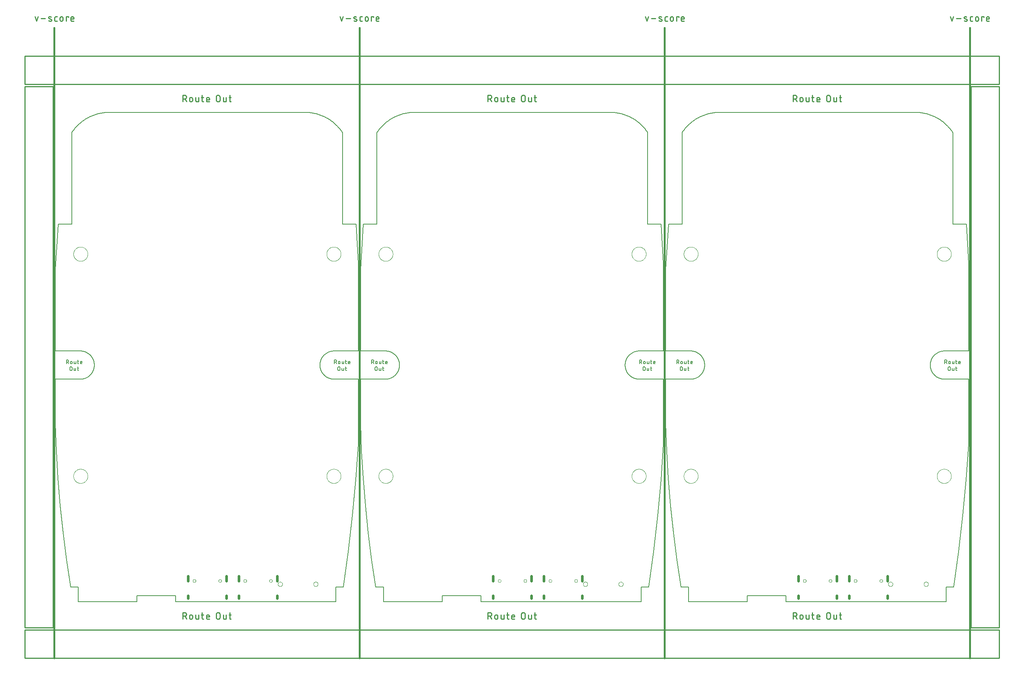
<source format=gko>
G04 EAGLE Gerber RS-274X export*
G75*
%MOMM*%
%FSLAX34Y34*%
%LPD*%
%IN*%
%IPPOS*%
%AMOC8*
5,1,8,0,0,1.08239X$1,22.5*%
G01*
%ADD10C,0.203200*%
%ADD11C,0.152400*%
%ADD12C,0.279400*%
%ADD13C,0.381000*%
%ADD14C,0.254000*%
%ADD15C,0.000000*%
%ADD16C,0.600000*%


D10*
X113526Y1101393D02*
X569710Y1101393D01*
X55868Y564493D02*
X56641Y564484D01*
X57414Y564455D01*
X58186Y564408D01*
X58956Y564342D01*
X59725Y564258D01*
X60491Y564155D01*
X61254Y564033D01*
X62015Y563892D01*
X62771Y563733D01*
X63524Y563556D01*
X64272Y563361D01*
X65015Y563147D01*
X65753Y562915D01*
X66485Y562665D01*
X67210Y562398D01*
X67929Y562113D01*
X68640Y561811D01*
X69345Y561491D01*
X70041Y561154D01*
X70728Y560801D01*
X71407Y560431D01*
X72077Y560044D01*
X72737Y559641D01*
X73387Y559222D01*
X74026Y558788D01*
X74655Y558338D01*
X75273Y557873D01*
X75879Y557393D01*
X76473Y556898D01*
X77055Y556390D01*
X77625Y555867D01*
X78182Y555330D01*
X78725Y554780D01*
X79255Y554217D01*
X79771Y553641D01*
X80273Y553053D01*
X80760Y552452D01*
X81232Y551840D01*
X81690Y551217D01*
X82132Y550583D01*
X82559Y549938D01*
X82970Y549283D01*
X83364Y548618D01*
X83743Y547944D01*
X84105Y547260D01*
X84450Y546569D01*
X84778Y545868D01*
X85089Y545161D01*
X85383Y544445D01*
X85659Y543723D01*
X85917Y542994D01*
X86158Y542260D01*
X86381Y541519D01*
X86586Y540774D01*
X86772Y540023D01*
X86940Y539269D01*
X87090Y538510D01*
X87221Y537748D01*
X87334Y536983D01*
X87428Y536216D01*
X87503Y535446D01*
X87559Y534675D01*
X87597Y533903D01*
X87616Y533130D01*
X87616Y532356D01*
X87597Y531583D01*
X87559Y530811D01*
X87503Y530040D01*
X87428Y529270D01*
X87334Y528503D01*
X87221Y527738D01*
X87090Y526976D01*
X86940Y526217D01*
X86772Y525463D01*
X86586Y524712D01*
X86381Y523967D01*
X86158Y523226D01*
X85917Y522492D01*
X85659Y521763D01*
X85383Y521041D01*
X85089Y520325D01*
X84778Y519618D01*
X84450Y518917D01*
X84105Y518226D01*
X83743Y517542D01*
X83364Y516868D01*
X82970Y516203D01*
X82559Y515548D01*
X82132Y514903D01*
X81690Y514269D01*
X81232Y513646D01*
X80760Y513034D01*
X80273Y512433D01*
X79771Y511845D01*
X79255Y511269D01*
X78725Y510706D01*
X78182Y510156D01*
X77625Y509619D01*
X77055Y509096D01*
X76473Y508588D01*
X75879Y508093D01*
X75273Y507613D01*
X74655Y507148D01*
X74026Y506698D01*
X73387Y506264D01*
X72737Y505845D01*
X72077Y505442D01*
X71407Y505055D01*
X70728Y504685D01*
X70041Y504332D01*
X69345Y503995D01*
X68640Y503675D01*
X67929Y503373D01*
X67210Y503088D01*
X66485Y502821D01*
X65753Y502571D01*
X65015Y502339D01*
X64272Y502125D01*
X63524Y501930D01*
X62771Y501753D01*
X62015Y501594D01*
X61254Y501453D01*
X60491Y501331D01*
X59725Y501228D01*
X58956Y501144D01*
X58186Y501078D01*
X57414Y501031D01*
X56641Y501002D01*
X55868Y500993D01*
X627368Y500993D02*
X626595Y501002D01*
X625822Y501031D01*
X625050Y501078D01*
X624280Y501144D01*
X623511Y501228D01*
X622745Y501331D01*
X621982Y501453D01*
X621221Y501594D01*
X620465Y501753D01*
X619712Y501930D01*
X618964Y502125D01*
X618221Y502339D01*
X617483Y502571D01*
X616751Y502821D01*
X616026Y503088D01*
X615307Y503373D01*
X614596Y503675D01*
X613891Y503995D01*
X613195Y504332D01*
X612508Y504685D01*
X611829Y505055D01*
X611159Y505442D01*
X610499Y505845D01*
X609849Y506264D01*
X609210Y506698D01*
X608581Y507148D01*
X607963Y507613D01*
X607357Y508093D01*
X606763Y508588D01*
X606181Y509096D01*
X605611Y509619D01*
X605054Y510156D01*
X604511Y510706D01*
X603981Y511269D01*
X603465Y511845D01*
X602963Y512433D01*
X602476Y513034D01*
X602004Y513646D01*
X601546Y514269D01*
X601104Y514903D01*
X600677Y515548D01*
X600266Y516203D01*
X599872Y516868D01*
X599493Y517542D01*
X599131Y518226D01*
X598786Y518917D01*
X598458Y519618D01*
X598147Y520325D01*
X597853Y521041D01*
X597577Y521763D01*
X597319Y522492D01*
X597078Y523226D01*
X596855Y523967D01*
X596650Y524712D01*
X596464Y525463D01*
X596296Y526217D01*
X596146Y526976D01*
X596015Y527738D01*
X595902Y528503D01*
X595808Y529270D01*
X595733Y530040D01*
X595677Y530811D01*
X595639Y531583D01*
X595620Y532356D01*
X595620Y533130D01*
X595639Y533903D01*
X595677Y534675D01*
X595733Y535446D01*
X595808Y536216D01*
X595902Y536983D01*
X596015Y537748D01*
X596146Y538510D01*
X596296Y539269D01*
X596464Y540023D01*
X596650Y540774D01*
X596855Y541519D01*
X597078Y542260D01*
X597319Y542994D01*
X597577Y543723D01*
X597853Y544445D01*
X598147Y545161D01*
X598458Y545868D01*
X598786Y546569D01*
X599131Y547260D01*
X599493Y547944D01*
X599872Y548618D01*
X600266Y549283D01*
X600677Y549938D01*
X601104Y550583D01*
X601546Y551217D01*
X602004Y551840D01*
X602476Y552452D01*
X602963Y553053D01*
X603465Y553641D01*
X603981Y554217D01*
X604511Y554780D01*
X605054Y555330D01*
X605611Y555867D01*
X606181Y556390D01*
X606763Y556898D01*
X607357Y557393D01*
X607963Y557873D01*
X608581Y558338D01*
X609210Y558788D01*
X609849Y559222D01*
X610499Y559641D01*
X611159Y560044D01*
X611829Y560431D01*
X612508Y560801D01*
X613195Y561154D01*
X613891Y561491D01*
X614596Y561811D01*
X615307Y562113D01*
X616026Y562398D01*
X616751Y562665D01*
X617483Y562915D01*
X618221Y563147D01*
X618964Y563361D01*
X619712Y563556D01*
X620465Y563733D01*
X621221Y563892D01*
X621982Y564033D01*
X622745Y564155D01*
X623511Y564258D01*
X624280Y564342D01*
X625050Y564408D01*
X625822Y564455D01*
X626595Y564484D01*
X627368Y564493D01*
X183848Y-7D02*
X51618Y-7D01*
X270848Y-7D02*
X631618Y-7D01*
X51618Y-7D02*
X51618Y32743D01*
X34118Y32743D01*
X631618Y32743D02*
X631618Y-7D01*
X631618Y32743D02*
X648618Y32743D01*
X34118Y32743D02*
X24975Y93690D01*
X17209Y154828D01*
X10825Y216125D01*
X5825Y277551D01*
X2212Y339074D01*
X-12Y400663D01*
X681979Y354943D02*
X676357Y274132D01*
X668921Y193468D01*
X659673Y112991D01*
X648619Y32743D01*
X-12Y400663D02*
X-12Y500993D01*
X55868Y500993D01*
X-12Y564493D02*
X-12Y747373D01*
X-12Y748643D01*
X-12Y564493D02*
X55868Y564493D01*
X681978Y500993D02*
X681978Y354943D01*
X681978Y500993D02*
X627368Y500993D01*
X681978Y564493D02*
X681978Y761343D01*
X681978Y564493D02*
X627368Y564493D01*
X646418Y850243D02*
X676898Y850243D01*
X646418Y850243D02*
X646418Y1055983D01*
X645065Y1058001D01*
X643663Y1059985D01*
X642213Y1061935D01*
X640718Y1063850D01*
X639176Y1065728D01*
X637590Y1067568D01*
X635960Y1069370D01*
X634287Y1071132D01*
X632572Y1072853D01*
X630817Y1074532D01*
X629021Y1076169D01*
X627186Y1077762D01*
X625314Y1079310D01*
X623405Y1080813D01*
X621460Y1082269D01*
X619481Y1083678D01*
X617469Y1085040D01*
X615424Y1086352D01*
X613348Y1087615D01*
X611243Y1088827D01*
X609109Y1089988D01*
X606948Y1091098D01*
X604760Y1092156D01*
X602548Y1093160D01*
X600312Y1094111D01*
X598054Y1095008D01*
X595775Y1095850D01*
X593477Y1096637D01*
X591160Y1097368D01*
X588826Y1098044D01*
X586477Y1098663D01*
X584113Y1099226D01*
X581737Y1099731D01*
X579349Y1100179D01*
X576951Y1100570D01*
X574544Y1100902D01*
X572130Y1101177D01*
X569710Y1101393D01*
X36818Y850243D02*
X6338Y850243D01*
X36818Y850243D02*
X36818Y1055983D01*
X38171Y1058001D01*
X39573Y1059985D01*
X41023Y1061935D01*
X42518Y1063850D01*
X44060Y1065728D01*
X45646Y1067568D01*
X47276Y1069370D01*
X48949Y1071132D01*
X50664Y1072853D01*
X52419Y1074532D01*
X54215Y1076169D01*
X56050Y1077762D01*
X57922Y1079310D01*
X59831Y1080813D01*
X61776Y1082269D01*
X63755Y1083678D01*
X65767Y1085040D01*
X67812Y1086352D01*
X69888Y1087615D01*
X71993Y1088827D01*
X74127Y1089988D01*
X76288Y1091098D01*
X78476Y1092156D01*
X80688Y1093160D01*
X82924Y1094111D01*
X85182Y1095008D01*
X87461Y1095850D01*
X89759Y1096637D01*
X92076Y1097368D01*
X94410Y1098044D01*
X96759Y1098663D01*
X99123Y1099226D01*
X101499Y1099731D01*
X103887Y1100179D01*
X106285Y1100570D01*
X108692Y1100902D01*
X111106Y1101177D01*
X113526Y1101393D01*
X6338Y850243D02*
X-12Y747373D01*
X681978Y761343D02*
X676898Y850243D01*
X270848Y13583D02*
X270848Y-7D01*
X270848Y13583D02*
X183848Y13583D01*
X183848Y-7D01*
D11*
X24909Y535635D02*
X24909Y544271D01*
X27308Y544271D01*
X27405Y544269D01*
X27501Y544263D01*
X27597Y544254D01*
X27693Y544240D01*
X27788Y544223D01*
X27882Y544201D01*
X27975Y544176D01*
X28068Y544148D01*
X28159Y544115D01*
X28248Y544079D01*
X28336Y544039D01*
X28423Y543996D01*
X28508Y543950D01*
X28590Y543900D01*
X28671Y543846D01*
X28749Y543790D01*
X28825Y543730D01*
X28899Y543668D01*
X28970Y543602D01*
X29038Y543534D01*
X29104Y543463D01*
X29166Y543389D01*
X29226Y543313D01*
X29282Y543235D01*
X29336Y543154D01*
X29386Y543072D01*
X29432Y542987D01*
X29475Y542900D01*
X29515Y542812D01*
X29551Y542723D01*
X29584Y542632D01*
X29612Y542539D01*
X29637Y542446D01*
X29659Y542352D01*
X29676Y542257D01*
X29690Y542161D01*
X29699Y542065D01*
X29705Y541969D01*
X29707Y541872D01*
X29705Y541775D01*
X29699Y541679D01*
X29690Y541583D01*
X29676Y541487D01*
X29659Y541392D01*
X29637Y541298D01*
X29612Y541205D01*
X29584Y541112D01*
X29551Y541021D01*
X29515Y540932D01*
X29475Y540844D01*
X29432Y540757D01*
X29386Y540673D01*
X29336Y540590D01*
X29282Y540509D01*
X29226Y540431D01*
X29166Y540355D01*
X29104Y540281D01*
X29038Y540210D01*
X28970Y540142D01*
X28899Y540076D01*
X28825Y540014D01*
X28749Y539954D01*
X28671Y539898D01*
X28590Y539844D01*
X28507Y539794D01*
X28423Y539748D01*
X28336Y539705D01*
X28248Y539665D01*
X28159Y539629D01*
X28068Y539596D01*
X27975Y539568D01*
X27882Y539543D01*
X27788Y539521D01*
X27693Y539504D01*
X27597Y539490D01*
X27501Y539481D01*
X27405Y539475D01*
X27308Y539473D01*
X24909Y539473D01*
X27788Y539473D02*
X29707Y535635D01*
X33839Y537554D02*
X33839Y539473D01*
X33841Y539559D01*
X33847Y539645D01*
X33856Y539731D01*
X33870Y539816D01*
X33887Y539900D01*
X33908Y539984D01*
X33933Y540066D01*
X33961Y540147D01*
X33993Y540227D01*
X34029Y540306D01*
X34068Y540382D01*
X34111Y540457D01*
X34156Y540530D01*
X34205Y540601D01*
X34258Y540669D01*
X34313Y540736D01*
X34371Y540799D01*
X34432Y540860D01*
X34495Y540918D01*
X34562Y540973D01*
X34630Y541026D01*
X34701Y541075D01*
X34774Y541120D01*
X34849Y541163D01*
X34925Y541202D01*
X35004Y541238D01*
X35084Y541270D01*
X35165Y541298D01*
X35247Y541323D01*
X35331Y541344D01*
X35415Y541361D01*
X35500Y541375D01*
X35586Y541384D01*
X35672Y541390D01*
X35758Y541392D01*
X35844Y541390D01*
X35930Y541384D01*
X36016Y541375D01*
X36101Y541361D01*
X36185Y541344D01*
X36269Y541323D01*
X36351Y541298D01*
X36432Y541270D01*
X36512Y541238D01*
X36591Y541202D01*
X36667Y541163D01*
X36742Y541120D01*
X36815Y541075D01*
X36886Y541026D01*
X36954Y540973D01*
X37021Y540918D01*
X37084Y540860D01*
X37145Y540799D01*
X37203Y540736D01*
X37258Y540669D01*
X37311Y540601D01*
X37360Y540530D01*
X37405Y540457D01*
X37448Y540382D01*
X37487Y540306D01*
X37523Y540227D01*
X37555Y540147D01*
X37583Y540066D01*
X37608Y539984D01*
X37629Y539900D01*
X37646Y539816D01*
X37660Y539731D01*
X37669Y539645D01*
X37675Y539559D01*
X37677Y539473D01*
X37677Y537554D01*
X37675Y537468D01*
X37669Y537382D01*
X37660Y537296D01*
X37646Y537211D01*
X37629Y537127D01*
X37608Y537043D01*
X37583Y536961D01*
X37555Y536880D01*
X37523Y536800D01*
X37487Y536721D01*
X37448Y536645D01*
X37405Y536570D01*
X37360Y536497D01*
X37311Y536426D01*
X37258Y536358D01*
X37203Y536291D01*
X37145Y536228D01*
X37084Y536167D01*
X37021Y536109D01*
X36954Y536054D01*
X36886Y536001D01*
X36815Y535952D01*
X36742Y535907D01*
X36667Y535864D01*
X36591Y535825D01*
X36512Y535789D01*
X36432Y535757D01*
X36351Y535729D01*
X36269Y535704D01*
X36185Y535683D01*
X36101Y535666D01*
X36016Y535652D01*
X35930Y535643D01*
X35844Y535637D01*
X35758Y535635D01*
X35672Y535637D01*
X35586Y535643D01*
X35500Y535652D01*
X35415Y535666D01*
X35331Y535683D01*
X35247Y535704D01*
X35165Y535729D01*
X35084Y535757D01*
X35004Y535789D01*
X34925Y535825D01*
X34849Y535864D01*
X34774Y535907D01*
X34701Y535952D01*
X34630Y536001D01*
X34562Y536054D01*
X34495Y536109D01*
X34432Y536167D01*
X34371Y536228D01*
X34313Y536291D01*
X34258Y536358D01*
X34205Y536426D01*
X34156Y536497D01*
X34111Y536570D01*
X34068Y536645D01*
X34029Y536721D01*
X33993Y536800D01*
X33961Y536880D01*
X33933Y536961D01*
X33908Y537043D01*
X33887Y537127D01*
X33870Y537211D01*
X33856Y537296D01*
X33847Y537382D01*
X33841Y537468D01*
X33839Y537554D01*
X42068Y537075D02*
X42068Y541393D01*
X42068Y537075D02*
X42070Y537000D01*
X42076Y536925D01*
X42086Y536850D01*
X42099Y536776D01*
X42117Y536703D01*
X42138Y536630D01*
X42164Y536559D01*
X42192Y536490D01*
X42225Y536422D01*
X42261Y536356D01*
X42300Y536291D01*
X42343Y536229D01*
X42389Y536169D01*
X42438Y536112D01*
X42489Y536057D01*
X42544Y536006D01*
X42601Y535957D01*
X42661Y535911D01*
X42723Y535868D01*
X42788Y535829D01*
X42854Y535793D01*
X42922Y535760D01*
X42991Y535732D01*
X43062Y535706D01*
X43135Y535685D01*
X43208Y535667D01*
X43282Y535654D01*
X43357Y535644D01*
X43432Y535638D01*
X43507Y535636D01*
X43507Y535635D02*
X45906Y535635D01*
X45906Y541393D01*
X49452Y541393D02*
X52331Y541393D01*
X50412Y544271D02*
X50412Y537075D01*
X50414Y537002D01*
X50419Y536929D01*
X50429Y536857D01*
X50441Y536785D01*
X50458Y536714D01*
X50478Y536644D01*
X50502Y536575D01*
X50529Y536508D01*
X50559Y536441D01*
X50593Y536377D01*
X50630Y536314D01*
X50670Y536253D01*
X50713Y536194D01*
X50759Y536138D01*
X50808Y536084D01*
X50860Y536032D01*
X50914Y535983D01*
X50970Y535937D01*
X51029Y535894D01*
X51090Y535854D01*
X51153Y535817D01*
X51217Y535783D01*
X51284Y535753D01*
X51351Y535726D01*
X51420Y535702D01*
X51490Y535682D01*
X51561Y535665D01*
X51633Y535653D01*
X51705Y535643D01*
X51778Y535638D01*
X51851Y535636D01*
X51851Y535635D02*
X52331Y535635D01*
X57528Y535635D02*
X59927Y535635D01*
X57528Y535636D02*
X57453Y535638D01*
X57378Y535644D01*
X57303Y535654D01*
X57229Y535667D01*
X57156Y535685D01*
X57083Y535706D01*
X57012Y535732D01*
X56943Y535760D01*
X56875Y535793D01*
X56809Y535829D01*
X56744Y535868D01*
X56682Y535911D01*
X56622Y535957D01*
X56565Y536006D01*
X56510Y536057D01*
X56459Y536112D01*
X56410Y536169D01*
X56364Y536229D01*
X56321Y536291D01*
X56282Y536356D01*
X56246Y536422D01*
X56213Y536490D01*
X56185Y536559D01*
X56159Y536630D01*
X56138Y536703D01*
X56120Y536776D01*
X56107Y536850D01*
X56097Y536925D01*
X56091Y537000D01*
X56089Y537075D01*
X56089Y539473D01*
X56091Y539559D01*
X56097Y539645D01*
X56106Y539731D01*
X56120Y539816D01*
X56137Y539900D01*
X56158Y539984D01*
X56183Y540066D01*
X56211Y540147D01*
X56243Y540227D01*
X56279Y540306D01*
X56318Y540382D01*
X56361Y540457D01*
X56406Y540530D01*
X56455Y540601D01*
X56508Y540669D01*
X56563Y540736D01*
X56621Y540799D01*
X56682Y540860D01*
X56745Y540918D01*
X56812Y540973D01*
X56880Y541026D01*
X56951Y541075D01*
X57024Y541120D01*
X57099Y541163D01*
X57175Y541202D01*
X57254Y541238D01*
X57334Y541270D01*
X57415Y541298D01*
X57497Y541323D01*
X57581Y541344D01*
X57665Y541361D01*
X57750Y541375D01*
X57836Y541384D01*
X57922Y541390D01*
X58008Y541392D01*
X58094Y541390D01*
X58180Y541384D01*
X58266Y541375D01*
X58351Y541361D01*
X58435Y541344D01*
X58519Y541323D01*
X58601Y541298D01*
X58682Y541270D01*
X58762Y541238D01*
X58841Y541202D01*
X58917Y541163D01*
X58992Y541120D01*
X59065Y541075D01*
X59136Y541026D01*
X59204Y540973D01*
X59271Y540918D01*
X59334Y540860D01*
X59395Y540799D01*
X59453Y540736D01*
X59508Y540669D01*
X59561Y540601D01*
X59610Y540530D01*
X59655Y540457D01*
X59698Y540382D01*
X59737Y540306D01*
X59773Y540227D01*
X59805Y540147D01*
X59833Y540066D01*
X59858Y539984D01*
X59879Y539900D01*
X59896Y539816D01*
X59910Y539731D01*
X59919Y539645D01*
X59925Y539559D01*
X59927Y539473D01*
X59927Y538514D01*
X56089Y538514D01*
X32627Y526632D02*
X32627Y522794D01*
X32627Y526632D02*
X32629Y526729D01*
X32635Y526825D01*
X32644Y526921D01*
X32658Y527017D01*
X32675Y527112D01*
X32697Y527206D01*
X32722Y527299D01*
X32750Y527392D01*
X32783Y527483D01*
X32819Y527572D01*
X32859Y527660D01*
X32902Y527747D01*
X32948Y527832D01*
X32998Y527914D01*
X33052Y527995D01*
X33108Y528073D01*
X33168Y528149D01*
X33230Y528223D01*
X33296Y528294D01*
X33364Y528362D01*
X33435Y528428D01*
X33509Y528490D01*
X33585Y528550D01*
X33663Y528606D01*
X33744Y528660D01*
X33827Y528710D01*
X33911Y528756D01*
X33998Y528799D01*
X34086Y528839D01*
X34175Y528875D01*
X34266Y528908D01*
X34359Y528936D01*
X34452Y528961D01*
X34546Y528983D01*
X34641Y529000D01*
X34737Y529014D01*
X34833Y529023D01*
X34929Y529029D01*
X35026Y529031D01*
X35123Y529029D01*
X35219Y529023D01*
X35315Y529014D01*
X35411Y529000D01*
X35506Y528983D01*
X35600Y528961D01*
X35693Y528936D01*
X35786Y528908D01*
X35877Y528875D01*
X35966Y528839D01*
X36054Y528799D01*
X36141Y528756D01*
X36226Y528710D01*
X36308Y528660D01*
X36389Y528606D01*
X36467Y528550D01*
X36543Y528490D01*
X36617Y528428D01*
X36688Y528362D01*
X36756Y528294D01*
X36822Y528223D01*
X36884Y528149D01*
X36944Y528073D01*
X37000Y527995D01*
X37054Y527914D01*
X37104Y527832D01*
X37150Y527747D01*
X37193Y527660D01*
X37233Y527572D01*
X37269Y527483D01*
X37302Y527392D01*
X37330Y527299D01*
X37355Y527206D01*
X37377Y527112D01*
X37394Y527017D01*
X37408Y526921D01*
X37417Y526825D01*
X37423Y526729D01*
X37425Y526632D01*
X37425Y522794D01*
X37423Y522697D01*
X37417Y522601D01*
X37408Y522505D01*
X37394Y522409D01*
X37377Y522314D01*
X37355Y522220D01*
X37330Y522127D01*
X37302Y522034D01*
X37269Y521943D01*
X37233Y521854D01*
X37193Y521766D01*
X37150Y521679D01*
X37104Y521595D01*
X37054Y521512D01*
X37000Y521431D01*
X36944Y521353D01*
X36884Y521277D01*
X36822Y521203D01*
X36756Y521132D01*
X36688Y521064D01*
X36617Y520998D01*
X36543Y520936D01*
X36467Y520876D01*
X36389Y520820D01*
X36308Y520766D01*
X36225Y520716D01*
X36141Y520670D01*
X36054Y520627D01*
X35966Y520587D01*
X35877Y520551D01*
X35786Y520518D01*
X35693Y520490D01*
X35600Y520465D01*
X35506Y520443D01*
X35411Y520426D01*
X35315Y520412D01*
X35219Y520403D01*
X35123Y520397D01*
X35026Y520395D01*
X34929Y520397D01*
X34833Y520403D01*
X34737Y520412D01*
X34641Y520426D01*
X34546Y520443D01*
X34452Y520465D01*
X34359Y520490D01*
X34266Y520518D01*
X34175Y520551D01*
X34086Y520587D01*
X33998Y520627D01*
X33911Y520670D01*
X33826Y520716D01*
X33744Y520766D01*
X33663Y520820D01*
X33585Y520876D01*
X33509Y520936D01*
X33435Y520998D01*
X33364Y521064D01*
X33296Y521132D01*
X33230Y521203D01*
X33168Y521277D01*
X33108Y521353D01*
X33052Y521431D01*
X32998Y521512D01*
X32948Y521595D01*
X32902Y521679D01*
X32859Y521766D01*
X32819Y521854D01*
X32783Y521943D01*
X32750Y522034D01*
X32722Y522127D01*
X32697Y522220D01*
X32675Y522314D01*
X32658Y522409D01*
X32644Y522505D01*
X32635Y522601D01*
X32629Y522697D01*
X32627Y522794D01*
X41946Y521835D02*
X41946Y526153D01*
X41947Y521835D02*
X41949Y521760D01*
X41955Y521685D01*
X41965Y521610D01*
X41978Y521536D01*
X41996Y521463D01*
X42017Y521390D01*
X42043Y521319D01*
X42071Y521250D01*
X42104Y521182D01*
X42140Y521116D01*
X42179Y521051D01*
X42222Y520989D01*
X42268Y520929D01*
X42317Y520872D01*
X42368Y520817D01*
X42423Y520766D01*
X42480Y520717D01*
X42540Y520671D01*
X42602Y520628D01*
X42667Y520589D01*
X42733Y520553D01*
X42801Y520520D01*
X42870Y520492D01*
X42941Y520466D01*
X43014Y520445D01*
X43087Y520427D01*
X43161Y520414D01*
X43236Y520404D01*
X43311Y520398D01*
X43386Y520396D01*
X43386Y520395D02*
X45784Y520395D01*
X45784Y526153D01*
X49330Y526153D02*
X52209Y526153D01*
X50290Y529031D02*
X50290Y521835D01*
X50292Y521762D01*
X50297Y521689D01*
X50307Y521617D01*
X50319Y521545D01*
X50336Y521474D01*
X50356Y521404D01*
X50380Y521335D01*
X50407Y521268D01*
X50437Y521201D01*
X50471Y521137D01*
X50508Y521074D01*
X50548Y521013D01*
X50591Y520954D01*
X50637Y520898D01*
X50686Y520844D01*
X50738Y520792D01*
X50792Y520743D01*
X50848Y520697D01*
X50907Y520654D01*
X50968Y520614D01*
X51031Y520577D01*
X51095Y520543D01*
X51162Y520513D01*
X51229Y520486D01*
X51298Y520462D01*
X51368Y520442D01*
X51439Y520425D01*
X51511Y520413D01*
X51583Y520403D01*
X51656Y520398D01*
X51729Y520396D01*
X51729Y520395D02*
X52209Y520395D01*
X628159Y535635D02*
X628159Y544271D01*
X630558Y544271D01*
X630655Y544269D01*
X630751Y544263D01*
X630847Y544254D01*
X630943Y544240D01*
X631038Y544223D01*
X631132Y544201D01*
X631225Y544176D01*
X631318Y544148D01*
X631409Y544115D01*
X631498Y544079D01*
X631586Y544039D01*
X631673Y543996D01*
X631758Y543950D01*
X631840Y543900D01*
X631921Y543846D01*
X631999Y543790D01*
X632075Y543730D01*
X632149Y543668D01*
X632220Y543602D01*
X632288Y543534D01*
X632354Y543463D01*
X632416Y543389D01*
X632476Y543313D01*
X632532Y543235D01*
X632586Y543154D01*
X632636Y543072D01*
X632682Y542987D01*
X632725Y542900D01*
X632765Y542812D01*
X632801Y542723D01*
X632834Y542632D01*
X632862Y542539D01*
X632887Y542446D01*
X632909Y542352D01*
X632926Y542257D01*
X632940Y542161D01*
X632949Y542065D01*
X632955Y541969D01*
X632957Y541872D01*
X632955Y541775D01*
X632949Y541679D01*
X632940Y541583D01*
X632926Y541487D01*
X632909Y541392D01*
X632887Y541298D01*
X632862Y541205D01*
X632834Y541112D01*
X632801Y541021D01*
X632765Y540932D01*
X632725Y540844D01*
X632682Y540757D01*
X632636Y540673D01*
X632586Y540590D01*
X632532Y540509D01*
X632476Y540431D01*
X632416Y540355D01*
X632354Y540281D01*
X632288Y540210D01*
X632220Y540142D01*
X632149Y540076D01*
X632075Y540014D01*
X631999Y539954D01*
X631921Y539898D01*
X631840Y539844D01*
X631758Y539794D01*
X631673Y539748D01*
X631586Y539705D01*
X631498Y539665D01*
X631409Y539629D01*
X631318Y539596D01*
X631225Y539568D01*
X631132Y539543D01*
X631038Y539521D01*
X630943Y539504D01*
X630847Y539490D01*
X630751Y539481D01*
X630655Y539475D01*
X630558Y539473D01*
X628159Y539473D01*
X631038Y539473D02*
X632957Y535635D01*
X637089Y537554D02*
X637089Y539473D01*
X637091Y539559D01*
X637097Y539645D01*
X637106Y539731D01*
X637120Y539816D01*
X637137Y539900D01*
X637158Y539984D01*
X637183Y540066D01*
X637211Y540147D01*
X637243Y540227D01*
X637279Y540306D01*
X637318Y540382D01*
X637361Y540457D01*
X637406Y540530D01*
X637455Y540601D01*
X637508Y540669D01*
X637563Y540736D01*
X637621Y540799D01*
X637682Y540860D01*
X637745Y540918D01*
X637812Y540973D01*
X637880Y541026D01*
X637951Y541075D01*
X638024Y541120D01*
X638099Y541163D01*
X638175Y541202D01*
X638254Y541238D01*
X638334Y541270D01*
X638415Y541298D01*
X638497Y541323D01*
X638581Y541344D01*
X638665Y541361D01*
X638750Y541375D01*
X638836Y541384D01*
X638922Y541390D01*
X639008Y541392D01*
X639094Y541390D01*
X639180Y541384D01*
X639266Y541375D01*
X639351Y541361D01*
X639435Y541344D01*
X639519Y541323D01*
X639601Y541298D01*
X639682Y541270D01*
X639762Y541238D01*
X639841Y541202D01*
X639917Y541163D01*
X639992Y541120D01*
X640065Y541075D01*
X640136Y541026D01*
X640204Y540973D01*
X640271Y540918D01*
X640334Y540860D01*
X640395Y540799D01*
X640453Y540736D01*
X640508Y540669D01*
X640561Y540601D01*
X640610Y540530D01*
X640655Y540457D01*
X640698Y540382D01*
X640737Y540306D01*
X640773Y540227D01*
X640805Y540147D01*
X640833Y540066D01*
X640858Y539984D01*
X640879Y539900D01*
X640896Y539816D01*
X640910Y539731D01*
X640919Y539645D01*
X640925Y539559D01*
X640927Y539473D01*
X640927Y537554D01*
X640925Y537468D01*
X640919Y537382D01*
X640910Y537296D01*
X640896Y537211D01*
X640879Y537127D01*
X640858Y537043D01*
X640833Y536961D01*
X640805Y536880D01*
X640773Y536800D01*
X640737Y536721D01*
X640698Y536645D01*
X640655Y536570D01*
X640610Y536497D01*
X640561Y536426D01*
X640508Y536358D01*
X640453Y536291D01*
X640395Y536228D01*
X640334Y536167D01*
X640271Y536109D01*
X640204Y536054D01*
X640136Y536001D01*
X640065Y535952D01*
X639992Y535907D01*
X639917Y535864D01*
X639841Y535825D01*
X639762Y535789D01*
X639682Y535757D01*
X639601Y535729D01*
X639519Y535704D01*
X639435Y535683D01*
X639351Y535666D01*
X639266Y535652D01*
X639180Y535643D01*
X639094Y535637D01*
X639008Y535635D01*
X638922Y535637D01*
X638836Y535643D01*
X638750Y535652D01*
X638665Y535666D01*
X638581Y535683D01*
X638497Y535704D01*
X638415Y535729D01*
X638334Y535757D01*
X638254Y535789D01*
X638175Y535825D01*
X638099Y535864D01*
X638024Y535907D01*
X637951Y535952D01*
X637880Y536001D01*
X637812Y536054D01*
X637745Y536109D01*
X637682Y536167D01*
X637621Y536228D01*
X637563Y536291D01*
X637508Y536358D01*
X637455Y536426D01*
X637406Y536497D01*
X637361Y536570D01*
X637318Y536645D01*
X637279Y536721D01*
X637243Y536800D01*
X637211Y536880D01*
X637183Y536961D01*
X637158Y537043D01*
X637137Y537127D01*
X637120Y537211D01*
X637106Y537296D01*
X637097Y537382D01*
X637091Y537468D01*
X637089Y537554D01*
X645318Y537075D02*
X645318Y541393D01*
X645318Y537075D02*
X645320Y537000D01*
X645326Y536925D01*
X645336Y536850D01*
X645349Y536776D01*
X645367Y536703D01*
X645388Y536630D01*
X645414Y536559D01*
X645442Y536490D01*
X645475Y536422D01*
X645511Y536356D01*
X645550Y536291D01*
X645593Y536229D01*
X645639Y536169D01*
X645688Y536112D01*
X645739Y536057D01*
X645794Y536006D01*
X645851Y535957D01*
X645911Y535911D01*
X645973Y535868D01*
X646038Y535829D01*
X646104Y535793D01*
X646172Y535760D01*
X646241Y535732D01*
X646312Y535706D01*
X646385Y535685D01*
X646458Y535667D01*
X646532Y535654D01*
X646607Y535644D01*
X646682Y535638D01*
X646757Y535636D01*
X646757Y535635D02*
X649156Y535635D01*
X649156Y541393D01*
X652702Y541393D02*
X655581Y541393D01*
X653662Y544271D02*
X653662Y537075D01*
X653664Y537002D01*
X653669Y536929D01*
X653679Y536857D01*
X653691Y536785D01*
X653708Y536714D01*
X653728Y536644D01*
X653752Y536575D01*
X653779Y536508D01*
X653809Y536441D01*
X653843Y536377D01*
X653880Y536314D01*
X653920Y536253D01*
X653963Y536194D01*
X654009Y536138D01*
X654058Y536084D01*
X654110Y536032D01*
X654164Y535983D01*
X654220Y535937D01*
X654279Y535894D01*
X654340Y535854D01*
X654403Y535817D01*
X654467Y535783D01*
X654534Y535753D01*
X654601Y535726D01*
X654670Y535702D01*
X654740Y535682D01*
X654811Y535665D01*
X654883Y535653D01*
X654955Y535643D01*
X655028Y535638D01*
X655101Y535636D01*
X655101Y535635D02*
X655581Y535635D01*
X660778Y535635D02*
X663177Y535635D01*
X660778Y535636D02*
X660703Y535638D01*
X660628Y535644D01*
X660553Y535654D01*
X660479Y535667D01*
X660406Y535685D01*
X660333Y535706D01*
X660262Y535732D01*
X660193Y535760D01*
X660125Y535793D01*
X660059Y535829D01*
X659994Y535868D01*
X659932Y535911D01*
X659872Y535957D01*
X659815Y536006D01*
X659760Y536057D01*
X659709Y536112D01*
X659660Y536169D01*
X659614Y536229D01*
X659571Y536291D01*
X659532Y536356D01*
X659496Y536422D01*
X659463Y536490D01*
X659435Y536559D01*
X659409Y536630D01*
X659388Y536703D01*
X659370Y536776D01*
X659357Y536850D01*
X659347Y536925D01*
X659341Y537000D01*
X659339Y537075D01*
X659339Y539473D01*
X659341Y539559D01*
X659347Y539645D01*
X659356Y539731D01*
X659370Y539816D01*
X659387Y539900D01*
X659408Y539984D01*
X659433Y540066D01*
X659461Y540147D01*
X659493Y540227D01*
X659529Y540306D01*
X659568Y540382D01*
X659611Y540457D01*
X659656Y540530D01*
X659705Y540601D01*
X659758Y540669D01*
X659813Y540736D01*
X659871Y540799D01*
X659932Y540860D01*
X659995Y540918D01*
X660062Y540973D01*
X660130Y541026D01*
X660201Y541075D01*
X660274Y541120D01*
X660349Y541163D01*
X660425Y541202D01*
X660504Y541238D01*
X660584Y541270D01*
X660665Y541298D01*
X660747Y541323D01*
X660831Y541344D01*
X660915Y541361D01*
X661000Y541375D01*
X661086Y541384D01*
X661172Y541390D01*
X661258Y541392D01*
X661344Y541390D01*
X661430Y541384D01*
X661516Y541375D01*
X661601Y541361D01*
X661685Y541344D01*
X661769Y541323D01*
X661851Y541298D01*
X661932Y541270D01*
X662012Y541238D01*
X662091Y541202D01*
X662167Y541163D01*
X662242Y541120D01*
X662315Y541075D01*
X662386Y541026D01*
X662454Y540973D01*
X662521Y540918D01*
X662584Y540860D01*
X662645Y540799D01*
X662703Y540736D01*
X662758Y540669D01*
X662811Y540601D01*
X662860Y540530D01*
X662905Y540457D01*
X662948Y540382D01*
X662987Y540306D01*
X663023Y540227D01*
X663055Y540147D01*
X663083Y540066D01*
X663108Y539984D01*
X663129Y539900D01*
X663146Y539816D01*
X663160Y539731D01*
X663169Y539645D01*
X663175Y539559D01*
X663177Y539473D01*
X663177Y538514D01*
X659339Y538514D01*
X635877Y526632D02*
X635877Y522794D01*
X635877Y526632D02*
X635879Y526729D01*
X635885Y526825D01*
X635894Y526921D01*
X635908Y527017D01*
X635925Y527112D01*
X635947Y527206D01*
X635972Y527299D01*
X636000Y527392D01*
X636033Y527483D01*
X636069Y527572D01*
X636109Y527660D01*
X636152Y527747D01*
X636198Y527832D01*
X636248Y527914D01*
X636302Y527995D01*
X636358Y528073D01*
X636418Y528149D01*
X636480Y528223D01*
X636546Y528294D01*
X636614Y528362D01*
X636685Y528428D01*
X636759Y528490D01*
X636835Y528550D01*
X636913Y528606D01*
X636994Y528660D01*
X637077Y528710D01*
X637161Y528756D01*
X637248Y528799D01*
X637336Y528839D01*
X637425Y528875D01*
X637516Y528908D01*
X637609Y528936D01*
X637702Y528961D01*
X637796Y528983D01*
X637891Y529000D01*
X637987Y529014D01*
X638083Y529023D01*
X638179Y529029D01*
X638276Y529031D01*
X638373Y529029D01*
X638469Y529023D01*
X638565Y529014D01*
X638661Y529000D01*
X638756Y528983D01*
X638850Y528961D01*
X638943Y528936D01*
X639036Y528908D01*
X639127Y528875D01*
X639216Y528839D01*
X639304Y528799D01*
X639391Y528756D01*
X639476Y528710D01*
X639558Y528660D01*
X639639Y528606D01*
X639717Y528550D01*
X639793Y528490D01*
X639867Y528428D01*
X639938Y528362D01*
X640006Y528294D01*
X640072Y528223D01*
X640134Y528149D01*
X640194Y528073D01*
X640250Y527995D01*
X640304Y527914D01*
X640354Y527832D01*
X640400Y527747D01*
X640443Y527660D01*
X640483Y527572D01*
X640519Y527483D01*
X640552Y527392D01*
X640580Y527299D01*
X640605Y527206D01*
X640627Y527112D01*
X640644Y527017D01*
X640658Y526921D01*
X640667Y526825D01*
X640673Y526729D01*
X640675Y526632D01*
X640675Y522794D01*
X640673Y522697D01*
X640667Y522601D01*
X640658Y522505D01*
X640644Y522409D01*
X640627Y522314D01*
X640605Y522220D01*
X640580Y522127D01*
X640552Y522034D01*
X640519Y521943D01*
X640483Y521854D01*
X640443Y521766D01*
X640400Y521679D01*
X640354Y521595D01*
X640304Y521512D01*
X640250Y521431D01*
X640194Y521353D01*
X640134Y521277D01*
X640072Y521203D01*
X640006Y521132D01*
X639938Y521064D01*
X639867Y520998D01*
X639793Y520936D01*
X639717Y520876D01*
X639639Y520820D01*
X639558Y520766D01*
X639476Y520716D01*
X639391Y520670D01*
X639304Y520627D01*
X639216Y520587D01*
X639127Y520551D01*
X639036Y520518D01*
X638943Y520490D01*
X638850Y520465D01*
X638756Y520443D01*
X638661Y520426D01*
X638565Y520412D01*
X638469Y520403D01*
X638373Y520397D01*
X638276Y520395D01*
X638179Y520397D01*
X638083Y520403D01*
X637987Y520412D01*
X637891Y520426D01*
X637796Y520443D01*
X637702Y520465D01*
X637609Y520490D01*
X637516Y520518D01*
X637425Y520551D01*
X637336Y520587D01*
X637248Y520627D01*
X637161Y520670D01*
X637077Y520716D01*
X636994Y520766D01*
X636913Y520820D01*
X636835Y520876D01*
X636759Y520936D01*
X636685Y520998D01*
X636614Y521064D01*
X636546Y521132D01*
X636480Y521203D01*
X636418Y521277D01*
X636358Y521353D01*
X636302Y521431D01*
X636248Y521512D01*
X636198Y521595D01*
X636152Y521679D01*
X636109Y521766D01*
X636069Y521854D01*
X636033Y521943D01*
X636000Y522034D01*
X635972Y522127D01*
X635947Y522220D01*
X635925Y522314D01*
X635908Y522409D01*
X635894Y522505D01*
X635885Y522601D01*
X635879Y522697D01*
X635877Y522794D01*
X645196Y521835D02*
X645196Y526153D01*
X645197Y521835D02*
X645199Y521760D01*
X645205Y521685D01*
X645215Y521610D01*
X645228Y521536D01*
X645246Y521463D01*
X645267Y521390D01*
X645293Y521319D01*
X645321Y521250D01*
X645354Y521182D01*
X645390Y521116D01*
X645429Y521051D01*
X645472Y520989D01*
X645518Y520929D01*
X645567Y520872D01*
X645618Y520817D01*
X645673Y520766D01*
X645730Y520717D01*
X645790Y520671D01*
X645852Y520628D01*
X645917Y520589D01*
X645983Y520553D01*
X646051Y520520D01*
X646120Y520492D01*
X646191Y520466D01*
X646264Y520445D01*
X646337Y520427D01*
X646411Y520414D01*
X646486Y520404D01*
X646561Y520398D01*
X646636Y520396D01*
X646636Y520395D02*
X649034Y520395D01*
X649034Y526153D01*
X652580Y526153D02*
X655459Y526153D01*
X653540Y529031D02*
X653540Y521835D01*
X653542Y521762D01*
X653547Y521689D01*
X653557Y521617D01*
X653569Y521545D01*
X653586Y521474D01*
X653606Y521404D01*
X653630Y521335D01*
X653657Y521268D01*
X653687Y521201D01*
X653721Y521137D01*
X653758Y521074D01*
X653798Y521013D01*
X653841Y520954D01*
X653887Y520898D01*
X653936Y520844D01*
X653988Y520792D01*
X654042Y520743D01*
X654098Y520697D01*
X654157Y520654D01*
X654218Y520614D01*
X654281Y520577D01*
X654345Y520543D01*
X654412Y520513D01*
X654479Y520486D01*
X654548Y520462D01*
X654618Y520442D01*
X654689Y520425D01*
X654761Y520413D01*
X654833Y520403D01*
X654906Y520398D01*
X654979Y520396D01*
X654979Y520395D02*
X655459Y520395D01*
D12*
X286499Y-24257D02*
X286499Y-39243D01*
X286499Y-24257D02*
X290662Y-24257D01*
X290790Y-24259D01*
X290918Y-24265D01*
X291046Y-24275D01*
X291174Y-24289D01*
X291301Y-24306D01*
X291427Y-24328D01*
X291553Y-24353D01*
X291677Y-24383D01*
X291801Y-24416D01*
X291924Y-24453D01*
X292046Y-24494D01*
X292166Y-24538D01*
X292285Y-24586D01*
X292402Y-24638D01*
X292518Y-24693D01*
X292631Y-24752D01*
X292744Y-24815D01*
X292854Y-24881D01*
X292961Y-24950D01*
X293067Y-25022D01*
X293171Y-25098D01*
X293272Y-25177D01*
X293371Y-25259D01*
X293467Y-25344D01*
X293560Y-25431D01*
X293651Y-25522D01*
X293738Y-25615D01*
X293823Y-25711D01*
X293905Y-25810D01*
X293984Y-25911D01*
X294060Y-26015D01*
X294132Y-26121D01*
X294201Y-26228D01*
X294267Y-26339D01*
X294330Y-26451D01*
X294389Y-26564D01*
X294444Y-26680D01*
X294496Y-26797D01*
X294544Y-26916D01*
X294588Y-27036D01*
X294629Y-27158D01*
X294666Y-27281D01*
X294699Y-27405D01*
X294729Y-27529D01*
X294754Y-27655D01*
X294776Y-27781D01*
X294793Y-27908D01*
X294807Y-28036D01*
X294817Y-28164D01*
X294823Y-28292D01*
X294825Y-28420D01*
X294823Y-28548D01*
X294817Y-28676D01*
X294807Y-28804D01*
X294793Y-28932D01*
X294776Y-29059D01*
X294754Y-29185D01*
X294729Y-29311D01*
X294699Y-29435D01*
X294666Y-29559D01*
X294629Y-29682D01*
X294588Y-29804D01*
X294544Y-29924D01*
X294496Y-30043D01*
X294444Y-30160D01*
X294389Y-30276D01*
X294330Y-30389D01*
X294267Y-30502D01*
X294201Y-30612D01*
X294132Y-30719D01*
X294060Y-30825D01*
X293984Y-30929D01*
X293905Y-31030D01*
X293823Y-31129D01*
X293738Y-31225D01*
X293651Y-31318D01*
X293560Y-31409D01*
X293467Y-31496D01*
X293371Y-31581D01*
X293272Y-31663D01*
X293171Y-31742D01*
X293067Y-31818D01*
X292961Y-31890D01*
X292854Y-31959D01*
X292744Y-32025D01*
X292631Y-32088D01*
X292518Y-32147D01*
X292402Y-32202D01*
X292285Y-32254D01*
X292166Y-32302D01*
X292046Y-32346D01*
X291924Y-32387D01*
X291801Y-32424D01*
X291677Y-32457D01*
X291553Y-32487D01*
X291427Y-32512D01*
X291301Y-32534D01*
X291174Y-32551D01*
X291046Y-32565D01*
X290918Y-32575D01*
X290790Y-32581D01*
X290662Y-32583D01*
X286499Y-32583D01*
X291494Y-32583D02*
X294824Y-39243D01*
X301783Y-35913D02*
X301783Y-32583D01*
X301785Y-32469D01*
X301791Y-32356D01*
X301800Y-32242D01*
X301814Y-32130D01*
X301831Y-32017D01*
X301853Y-31905D01*
X301878Y-31795D01*
X301906Y-31685D01*
X301939Y-31576D01*
X301975Y-31468D01*
X302015Y-31361D01*
X302059Y-31256D01*
X302106Y-31153D01*
X302156Y-31051D01*
X302210Y-30951D01*
X302268Y-30853D01*
X302329Y-30757D01*
X302392Y-30663D01*
X302460Y-30571D01*
X302530Y-30481D01*
X302603Y-30395D01*
X302679Y-30310D01*
X302758Y-30228D01*
X302840Y-30149D01*
X302925Y-30073D01*
X303011Y-30000D01*
X303101Y-29930D01*
X303193Y-29862D01*
X303287Y-29799D01*
X303383Y-29738D01*
X303481Y-29680D01*
X303581Y-29626D01*
X303683Y-29576D01*
X303786Y-29529D01*
X303891Y-29485D01*
X303998Y-29445D01*
X304106Y-29409D01*
X304215Y-29376D01*
X304325Y-29348D01*
X304435Y-29323D01*
X304547Y-29301D01*
X304660Y-29284D01*
X304772Y-29270D01*
X304886Y-29261D01*
X304999Y-29255D01*
X305113Y-29253D01*
X305227Y-29255D01*
X305340Y-29261D01*
X305454Y-29270D01*
X305566Y-29284D01*
X305679Y-29301D01*
X305791Y-29323D01*
X305901Y-29348D01*
X306011Y-29376D01*
X306120Y-29409D01*
X306228Y-29445D01*
X306335Y-29485D01*
X306440Y-29529D01*
X306543Y-29576D01*
X306645Y-29626D01*
X306745Y-29680D01*
X306843Y-29738D01*
X306939Y-29799D01*
X307033Y-29862D01*
X307125Y-29930D01*
X307215Y-30000D01*
X307301Y-30073D01*
X307386Y-30149D01*
X307468Y-30228D01*
X307547Y-30310D01*
X307623Y-30395D01*
X307696Y-30481D01*
X307766Y-30571D01*
X307834Y-30663D01*
X307897Y-30757D01*
X307958Y-30853D01*
X308016Y-30951D01*
X308070Y-31051D01*
X308120Y-31153D01*
X308167Y-31256D01*
X308211Y-31361D01*
X308251Y-31468D01*
X308287Y-31576D01*
X308320Y-31685D01*
X308348Y-31795D01*
X308373Y-31905D01*
X308395Y-32017D01*
X308412Y-32130D01*
X308426Y-32242D01*
X308435Y-32356D01*
X308441Y-32469D01*
X308443Y-32583D01*
X308443Y-35913D01*
X308441Y-36027D01*
X308435Y-36140D01*
X308426Y-36254D01*
X308412Y-36366D01*
X308395Y-36479D01*
X308373Y-36591D01*
X308348Y-36701D01*
X308320Y-36811D01*
X308287Y-36920D01*
X308251Y-37028D01*
X308211Y-37135D01*
X308167Y-37240D01*
X308120Y-37343D01*
X308070Y-37445D01*
X308016Y-37545D01*
X307958Y-37643D01*
X307897Y-37739D01*
X307834Y-37833D01*
X307766Y-37925D01*
X307696Y-38015D01*
X307623Y-38101D01*
X307547Y-38186D01*
X307468Y-38268D01*
X307386Y-38347D01*
X307301Y-38423D01*
X307215Y-38496D01*
X307125Y-38566D01*
X307033Y-38634D01*
X306939Y-38697D01*
X306843Y-38758D01*
X306745Y-38816D01*
X306645Y-38870D01*
X306543Y-38920D01*
X306440Y-38967D01*
X306335Y-39011D01*
X306228Y-39051D01*
X306120Y-39087D01*
X306011Y-39120D01*
X305901Y-39148D01*
X305791Y-39173D01*
X305679Y-39195D01*
X305566Y-39212D01*
X305454Y-39226D01*
X305340Y-39235D01*
X305227Y-39241D01*
X305113Y-39243D01*
X304999Y-39241D01*
X304886Y-39235D01*
X304772Y-39226D01*
X304660Y-39212D01*
X304547Y-39195D01*
X304435Y-39173D01*
X304325Y-39148D01*
X304215Y-39120D01*
X304106Y-39087D01*
X303998Y-39051D01*
X303891Y-39011D01*
X303786Y-38967D01*
X303683Y-38920D01*
X303581Y-38870D01*
X303481Y-38816D01*
X303383Y-38758D01*
X303287Y-38697D01*
X303193Y-38634D01*
X303101Y-38566D01*
X303011Y-38496D01*
X302925Y-38423D01*
X302840Y-38347D01*
X302758Y-38268D01*
X302679Y-38186D01*
X302603Y-38101D01*
X302530Y-38015D01*
X302460Y-37925D01*
X302392Y-37833D01*
X302329Y-37739D01*
X302268Y-37643D01*
X302210Y-37545D01*
X302156Y-37445D01*
X302106Y-37343D01*
X302059Y-37240D01*
X302015Y-37135D01*
X301975Y-37028D01*
X301939Y-36920D01*
X301906Y-36811D01*
X301878Y-36701D01*
X301853Y-36591D01*
X301831Y-36479D01*
X301814Y-36366D01*
X301800Y-36254D01*
X301791Y-36140D01*
X301785Y-36027D01*
X301783Y-35913D01*
X315851Y-36745D02*
X315851Y-29252D01*
X315850Y-36745D02*
X315852Y-36843D01*
X315858Y-36941D01*
X315867Y-37039D01*
X315881Y-37136D01*
X315898Y-37232D01*
X315919Y-37328D01*
X315944Y-37423D01*
X315972Y-37517D01*
X316004Y-37610D01*
X316040Y-37701D01*
X316079Y-37791D01*
X316122Y-37879D01*
X316169Y-37966D01*
X316218Y-38050D01*
X316271Y-38133D01*
X316327Y-38213D01*
X316386Y-38292D01*
X316449Y-38367D01*
X316514Y-38441D01*
X316582Y-38511D01*
X316652Y-38579D01*
X316726Y-38645D01*
X316802Y-38707D01*
X316880Y-38766D01*
X316960Y-38822D01*
X317043Y-38875D01*
X317127Y-38925D01*
X317214Y-38971D01*
X317302Y-39014D01*
X317392Y-39053D01*
X317483Y-39089D01*
X317576Y-39121D01*
X317670Y-39149D01*
X317765Y-39174D01*
X317861Y-39195D01*
X317957Y-39212D01*
X318054Y-39226D01*
X318152Y-39235D01*
X318250Y-39241D01*
X318348Y-39243D01*
X322511Y-39243D01*
X322511Y-29252D01*
X328492Y-29252D02*
X333487Y-29252D01*
X330157Y-24257D02*
X330157Y-36745D01*
X330159Y-36843D01*
X330165Y-36941D01*
X330174Y-37039D01*
X330188Y-37136D01*
X330205Y-37232D01*
X330226Y-37328D01*
X330251Y-37423D01*
X330279Y-37517D01*
X330311Y-37610D01*
X330347Y-37701D01*
X330386Y-37791D01*
X330429Y-37879D01*
X330476Y-37966D01*
X330525Y-38050D01*
X330578Y-38133D01*
X330634Y-38213D01*
X330693Y-38292D01*
X330756Y-38367D01*
X330821Y-38441D01*
X330889Y-38511D01*
X330959Y-38579D01*
X331033Y-38645D01*
X331109Y-38707D01*
X331187Y-38766D01*
X331267Y-38822D01*
X331350Y-38875D01*
X331434Y-38925D01*
X331521Y-38971D01*
X331609Y-39014D01*
X331699Y-39053D01*
X331790Y-39089D01*
X331883Y-39121D01*
X331977Y-39149D01*
X332072Y-39174D01*
X332168Y-39195D01*
X332264Y-39212D01*
X332361Y-39226D01*
X332459Y-39235D01*
X332557Y-39241D01*
X332655Y-39243D01*
X333487Y-39243D01*
X342316Y-39243D02*
X346479Y-39243D01*
X342316Y-39243D02*
X342218Y-39241D01*
X342120Y-39235D01*
X342022Y-39226D01*
X341925Y-39212D01*
X341829Y-39195D01*
X341733Y-39174D01*
X341638Y-39149D01*
X341544Y-39121D01*
X341451Y-39089D01*
X341360Y-39053D01*
X341270Y-39014D01*
X341182Y-38971D01*
X341095Y-38924D01*
X341011Y-38875D01*
X340928Y-38822D01*
X340848Y-38766D01*
X340770Y-38707D01*
X340694Y-38645D01*
X340620Y-38579D01*
X340550Y-38511D01*
X340482Y-38441D01*
X340417Y-38367D01*
X340354Y-38292D01*
X340295Y-38213D01*
X340239Y-38133D01*
X340186Y-38050D01*
X340137Y-37966D01*
X340090Y-37879D01*
X340047Y-37791D01*
X340008Y-37701D01*
X339972Y-37610D01*
X339940Y-37517D01*
X339912Y-37423D01*
X339887Y-37328D01*
X339866Y-37232D01*
X339849Y-37136D01*
X339835Y-37039D01*
X339826Y-36941D01*
X339820Y-36843D01*
X339818Y-36745D01*
X339819Y-36745D02*
X339819Y-32583D01*
X339821Y-32469D01*
X339827Y-32356D01*
X339836Y-32242D01*
X339850Y-32130D01*
X339867Y-32017D01*
X339889Y-31905D01*
X339914Y-31795D01*
X339942Y-31685D01*
X339975Y-31576D01*
X340011Y-31468D01*
X340051Y-31361D01*
X340095Y-31256D01*
X340142Y-31153D01*
X340192Y-31051D01*
X340246Y-30951D01*
X340304Y-30853D01*
X340365Y-30757D01*
X340428Y-30663D01*
X340496Y-30571D01*
X340566Y-30481D01*
X340639Y-30395D01*
X340715Y-30310D01*
X340794Y-30228D01*
X340876Y-30149D01*
X340961Y-30073D01*
X341047Y-30000D01*
X341137Y-29930D01*
X341229Y-29862D01*
X341323Y-29799D01*
X341419Y-29738D01*
X341517Y-29680D01*
X341617Y-29626D01*
X341719Y-29576D01*
X341822Y-29529D01*
X341927Y-29485D01*
X342034Y-29445D01*
X342142Y-29409D01*
X342251Y-29376D01*
X342361Y-29348D01*
X342471Y-29323D01*
X342583Y-29301D01*
X342696Y-29284D01*
X342808Y-29270D01*
X342922Y-29261D01*
X343035Y-29255D01*
X343149Y-29253D01*
X343263Y-29255D01*
X343376Y-29261D01*
X343490Y-29270D01*
X343602Y-29284D01*
X343715Y-29301D01*
X343827Y-29323D01*
X343937Y-29348D01*
X344047Y-29376D01*
X344156Y-29409D01*
X344264Y-29445D01*
X344371Y-29485D01*
X344476Y-29529D01*
X344579Y-29576D01*
X344681Y-29626D01*
X344781Y-29680D01*
X344879Y-29738D01*
X344975Y-29799D01*
X345069Y-29862D01*
X345161Y-29930D01*
X345251Y-30000D01*
X345337Y-30073D01*
X345422Y-30149D01*
X345504Y-30228D01*
X345583Y-30310D01*
X345659Y-30395D01*
X345732Y-30481D01*
X345802Y-30571D01*
X345870Y-30663D01*
X345933Y-30757D01*
X345994Y-30853D01*
X346052Y-30951D01*
X346106Y-31051D01*
X346156Y-31153D01*
X346203Y-31256D01*
X346247Y-31361D01*
X346287Y-31468D01*
X346323Y-31576D01*
X346356Y-31685D01*
X346384Y-31795D01*
X346409Y-31905D01*
X346431Y-32017D01*
X346448Y-32130D01*
X346462Y-32242D01*
X346471Y-32356D01*
X346477Y-32469D01*
X346479Y-32583D01*
X346479Y-34248D01*
X339819Y-34248D01*
X361912Y-35080D02*
X361912Y-28420D01*
X361914Y-28292D01*
X361920Y-28164D01*
X361930Y-28036D01*
X361944Y-27908D01*
X361961Y-27781D01*
X361983Y-27655D01*
X362008Y-27529D01*
X362038Y-27405D01*
X362071Y-27281D01*
X362108Y-27158D01*
X362149Y-27036D01*
X362193Y-26916D01*
X362241Y-26797D01*
X362293Y-26680D01*
X362348Y-26564D01*
X362407Y-26451D01*
X362470Y-26338D01*
X362536Y-26228D01*
X362605Y-26121D01*
X362677Y-26015D01*
X362753Y-25911D01*
X362832Y-25810D01*
X362914Y-25711D01*
X362999Y-25615D01*
X363086Y-25522D01*
X363177Y-25431D01*
X363270Y-25344D01*
X363366Y-25259D01*
X363465Y-25177D01*
X363566Y-25098D01*
X363670Y-25022D01*
X363776Y-24950D01*
X363883Y-24881D01*
X363994Y-24815D01*
X364106Y-24752D01*
X364219Y-24693D01*
X364335Y-24638D01*
X364452Y-24586D01*
X364571Y-24538D01*
X364691Y-24494D01*
X364813Y-24453D01*
X364936Y-24416D01*
X365060Y-24383D01*
X365184Y-24353D01*
X365310Y-24328D01*
X365436Y-24306D01*
X365563Y-24289D01*
X365691Y-24275D01*
X365819Y-24265D01*
X365947Y-24259D01*
X366075Y-24257D01*
X366203Y-24259D01*
X366331Y-24265D01*
X366459Y-24275D01*
X366587Y-24289D01*
X366714Y-24306D01*
X366840Y-24328D01*
X366966Y-24353D01*
X367090Y-24383D01*
X367214Y-24416D01*
X367337Y-24453D01*
X367459Y-24494D01*
X367579Y-24538D01*
X367698Y-24586D01*
X367815Y-24638D01*
X367931Y-24693D01*
X368044Y-24752D01*
X368157Y-24815D01*
X368267Y-24881D01*
X368374Y-24950D01*
X368480Y-25022D01*
X368584Y-25098D01*
X368685Y-25177D01*
X368784Y-25259D01*
X368880Y-25344D01*
X368973Y-25431D01*
X369064Y-25522D01*
X369151Y-25615D01*
X369236Y-25711D01*
X369318Y-25810D01*
X369397Y-25911D01*
X369473Y-26015D01*
X369545Y-26121D01*
X369614Y-26228D01*
X369680Y-26339D01*
X369743Y-26451D01*
X369802Y-26564D01*
X369857Y-26680D01*
X369909Y-26797D01*
X369957Y-26916D01*
X370001Y-27036D01*
X370042Y-27158D01*
X370079Y-27281D01*
X370112Y-27405D01*
X370142Y-27529D01*
X370167Y-27655D01*
X370189Y-27781D01*
X370206Y-27908D01*
X370220Y-28036D01*
X370230Y-28164D01*
X370236Y-28292D01*
X370238Y-28420D01*
X370237Y-28420D02*
X370237Y-35080D01*
X370238Y-35080D02*
X370236Y-35208D01*
X370230Y-35336D01*
X370220Y-35464D01*
X370206Y-35592D01*
X370189Y-35719D01*
X370167Y-35845D01*
X370142Y-35971D01*
X370112Y-36095D01*
X370079Y-36219D01*
X370042Y-36342D01*
X370001Y-36464D01*
X369957Y-36584D01*
X369909Y-36703D01*
X369857Y-36820D01*
X369802Y-36936D01*
X369743Y-37049D01*
X369680Y-37162D01*
X369614Y-37272D01*
X369545Y-37379D01*
X369473Y-37485D01*
X369397Y-37589D01*
X369318Y-37690D01*
X369236Y-37789D01*
X369151Y-37885D01*
X369064Y-37978D01*
X368973Y-38069D01*
X368880Y-38156D01*
X368784Y-38241D01*
X368685Y-38323D01*
X368584Y-38402D01*
X368480Y-38478D01*
X368374Y-38550D01*
X368267Y-38619D01*
X368157Y-38685D01*
X368044Y-38748D01*
X367931Y-38807D01*
X367815Y-38862D01*
X367698Y-38914D01*
X367579Y-38962D01*
X367459Y-39006D01*
X367337Y-39047D01*
X367214Y-39084D01*
X367090Y-39117D01*
X366966Y-39147D01*
X366840Y-39172D01*
X366714Y-39194D01*
X366587Y-39211D01*
X366459Y-39225D01*
X366331Y-39235D01*
X366203Y-39241D01*
X366075Y-39243D01*
X365947Y-39241D01*
X365819Y-39235D01*
X365691Y-39225D01*
X365563Y-39211D01*
X365436Y-39194D01*
X365310Y-39172D01*
X365184Y-39147D01*
X365060Y-39117D01*
X364936Y-39084D01*
X364813Y-39047D01*
X364691Y-39006D01*
X364571Y-38962D01*
X364452Y-38914D01*
X364335Y-38862D01*
X364219Y-38807D01*
X364106Y-38748D01*
X363994Y-38685D01*
X363883Y-38619D01*
X363776Y-38550D01*
X363670Y-38478D01*
X363566Y-38402D01*
X363465Y-38323D01*
X363366Y-38241D01*
X363270Y-38156D01*
X363177Y-38069D01*
X363086Y-37978D01*
X362999Y-37885D01*
X362914Y-37789D01*
X362832Y-37690D01*
X362753Y-37589D01*
X362677Y-37485D01*
X362605Y-37379D01*
X362536Y-37272D01*
X362470Y-37161D01*
X362407Y-37049D01*
X362348Y-36936D01*
X362293Y-36820D01*
X362241Y-36703D01*
X362193Y-36584D01*
X362149Y-36464D01*
X362108Y-36342D01*
X362071Y-36219D01*
X362038Y-36095D01*
X362008Y-35971D01*
X361983Y-35845D01*
X361961Y-35719D01*
X361944Y-35592D01*
X361930Y-35464D01*
X361920Y-35336D01*
X361914Y-35208D01*
X361912Y-35080D01*
X377854Y-36745D02*
X377854Y-29252D01*
X377854Y-36745D02*
X377856Y-36843D01*
X377862Y-36941D01*
X377871Y-37039D01*
X377885Y-37136D01*
X377902Y-37232D01*
X377923Y-37328D01*
X377948Y-37423D01*
X377976Y-37517D01*
X378008Y-37610D01*
X378044Y-37701D01*
X378083Y-37791D01*
X378126Y-37879D01*
X378173Y-37966D01*
X378222Y-38050D01*
X378275Y-38133D01*
X378331Y-38213D01*
X378390Y-38292D01*
X378453Y-38367D01*
X378518Y-38441D01*
X378586Y-38511D01*
X378656Y-38579D01*
X378730Y-38645D01*
X378806Y-38707D01*
X378884Y-38766D01*
X378964Y-38822D01*
X379047Y-38875D01*
X379131Y-38925D01*
X379218Y-38971D01*
X379306Y-39014D01*
X379396Y-39053D01*
X379487Y-39089D01*
X379580Y-39121D01*
X379674Y-39149D01*
X379769Y-39174D01*
X379865Y-39195D01*
X379961Y-39212D01*
X380058Y-39226D01*
X380156Y-39235D01*
X380254Y-39241D01*
X380352Y-39243D01*
X384515Y-39243D01*
X384515Y-29252D01*
X390496Y-29252D02*
X395491Y-29252D01*
X392161Y-24257D02*
X392161Y-36745D01*
X392160Y-36745D02*
X392162Y-36843D01*
X392168Y-36941D01*
X392177Y-37039D01*
X392191Y-37136D01*
X392208Y-37232D01*
X392229Y-37328D01*
X392254Y-37423D01*
X392282Y-37517D01*
X392314Y-37610D01*
X392350Y-37701D01*
X392389Y-37791D01*
X392432Y-37879D01*
X392479Y-37966D01*
X392528Y-38050D01*
X392581Y-38133D01*
X392637Y-38213D01*
X392696Y-38292D01*
X392759Y-38367D01*
X392824Y-38441D01*
X392892Y-38511D01*
X392962Y-38579D01*
X393036Y-38645D01*
X393112Y-38707D01*
X393190Y-38766D01*
X393270Y-38822D01*
X393353Y-38875D01*
X393437Y-38925D01*
X393524Y-38971D01*
X393612Y-39014D01*
X393702Y-39053D01*
X393793Y-39089D01*
X393886Y-39121D01*
X393980Y-39149D01*
X394075Y-39174D01*
X394171Y-39195D01*
X394267Y-39212D01*
X394364Y-39226D01*
X394462Y-39235D01*
X394560Y-39241D01*
X394658Y-39243D01*
X394659Y-39243D02*
X395491Y-39243D01*
X286499Y1125652D02*
X286499Y1140638D01*
X290662Y1140638D01*
X290790Y1140636D01*
X290918Y1140630D01*
X291046Y1140620D01*
X291174Y1140606D01*
X291301Y1140589D01*
X291427Y1140567D01*
X291553Y1140542D01*
X291677Y1140512D01*
X291801Y1140479D01*
X291924Y1140442D01*
X292046Y1140401D01*
X292166Y1140357D01*
X292285Y1140309D01*
X292402Y1140257D01*
X292518Y1140202D01*
X292631Y1140143D01*
X292744Y1140080D01*
X292854Y1140014D01*
X292961Y1139945D01*
X293067Y1139873D01*
X293171Y1139797D01*
X293272Y1139718D01*
X293371Y1139636D01*
X293467Y1139551D01*
X293560Y1139464D01*
X293651Y1139373D01*
X293738Y1139280D01*
X293823Y1139184D01*
X293905Y1139085D01*
X293984Y1138984D01*
X294060Y1138880D01*
X294132Y1138774D01*
X294201Y1138667D01*
X294267Y1138557D01*
X294330Y1138444D01*
X294389Y1138331D01*
X294444Y1138215D01*
X294496Y1138098D01*
X294544Y1137979D01*
X294588Y1137859D01*
X294629Y1137737D01*
X294666Y1137614D01*
X294699Y1137490D01*
X294729Y1137366D01*
X294754Y1137240D01*
X294776Y1137114D01*
X294793Y1136987D01*
X294807Y1136859D01*
X294817Y1136731D01*
X294823Y1136603D01*
X294825Y1136475D01*
X294823Y1136347D01*
X294817Y1136219D01*
X294807Y1136091D01*
X294793Y1135963D01*
X294776Y1135836D01*
X294754Y1135710D01*
X294729Y1135584D01*
X294699Y1135460D01*
X294666Y1135336D01*
X294629Y1135213D01*
X294588Y1135091D01*
X294544Y1134971D01*
X294496Y1134852D01*
X294444Y1134735D01*
X294389Y1134619D01*
X294330Y1134506D01*
X294267Y1134394D01*
X294201Y1134283D01*
X294132Y1134176D01*
X294060Y1134070D01*
X293984Y1133966D01*
X293905Y1133865D01*
X293823Y1133766D01*
X293738Y1133670D01*
X293651Y1133577D01*
X293560Y1133486D01*
X293467Y1133399D01*
X293371Y1133314D01*
X293272Y1133232D01*
X293171Y1133153D01*
X293067Y1133077D01*
X292961Y1133005D01*
X292854Y1132936D01*
X292744Y1132870D01*
X292631Y1132807D01*
X292518Y1132748D01*
X292402Y1132693D01*
X292285Y1132641D01*
X292166Y1132593D01*
X292046Y1132549D01*
X291924Y1132508D01*
X291801Y1132471D01*
X291677Y1132438D01*
X291553Y1132408D01*
X291427Y1132383D01*
X291301Y1132361D01*
X291174Y1132344D01*
X291046Y1132330D01*
X290918Y1132320D01*
X290790Y1132314D01*
X290662Y1132312D01*
X286499Y1132312D01*
X291494Y1132312D02*
X294824Y1125652D01*
X301783Y1128982D02*
X301783Y1132312D01*
X301785Y1132426D01*
X301791Y1132539D01*
X301800Y1132653D01*
X301814Y1132765D01*
X301831Y1132878D01*
X301853Y1132990D01*
X301878Y1133100D01*
X301906Y1133210D01*
X301939Y1133319D01*
X301975Y1133427D01*
X302015Y1133534D01*
X302059Y1133639D01*
X302106Y1133742D01*
X302156Y1133844D01*
X302210Y1133944D01*
X302268Y1134042D01*
X302329Y1134138D01*
X302392Y1134232D01*
X302460Y1134324D01*
X302530Y1134414D01*
X302603Y1134500D01*
X302679Y1134585D01*
X302758Y1134667D01*
X302840Y1134746D01*
X302925Y1134822D01*
X303011Y1134895D01*
X303101Y1134965D01*
X303193Y1135033D01*
X303287Y1135096D01*
X303383Y1135157D01*
X303481Y1135215D01*
X303581Y1135269D01*
X303683Y1135319D01*
X303786Y1135366D01*
X303891Y1135410D01*
X303998Y1135450D01*
X304106Y1135486D01*
X304215Y1135519D01*
X304325Y1135547D01*
X304435Y1135572D01*
X304547Y1135594D01*
X304660Y1135611D01*
X304772Y1135625D01*
X304886Y1135634D01*
X304999Y1135640D01*
X305113Y1135642D01*
X305227Y1135640D01*
X305340Y1135634D01*
X305454Y1135625D01*
X305566Y1135611D01*
X305679Y1135594D01*
X305791Y1135572D01*
X305901Y1135547D01*
X306011Y1135519D01*
X306120Y1135486D01*
X306228Y1135450D01*
X306335Y1135410D01*
X306440Y1135366D01*
X306543Y1135319D01*
X306645Y1135269D01*
X306745Y1135215D01*
X306843Y1135157D01*
X306939Y1135096D01*
X307033Y1135033D01*
X307125Y1134965D01*
X307215Y1134895D01*
X307301Y1134822D01*
X307386Y1134746D01*
X307468Y1134667D01*
X307547Y1134585D01*
X307623Y1134500D01*
X307696Y1134414D01*
X307766Y1134324D01*
X307834Y1134232D01*
X307897Y1134138D01*
X307958Y1134042D01*
X308016Y1133944D01*
X308070Y1133844D01*
X308120Y1133742D01*
X308167Y1133639D01*
X308211Y1133534D01*
X308251Y1133427D01*
X308287Y1133319D01*
X308320Y1133210D01*
X308348Y1133100D01*
X308373Y1132990D01*
X308395Y1132878D01*
X308412Y1132765D01*
X308426Y1132653D01*
X308435Y1132539D01*
X308441Y1132426D01*
X308443Y1132312D01*
X308443Y1128982D01*
X308441Y1128868D01*
X308435Y1128755D01*
X308426Y1128641D01*
X308412Y1128529D01*
X308395Y1128416D01*
X308373Y1128304D01*
X308348Y1128194D01*
X308320Y1128084D01*
X308287Y1127975D01*
X308251Y1127867D01*
X308211Y1127760D01*
X308167Y1127655D01*
X308120Y1127552D01*
X308070Y1127450D01*
X308016Y1127350D01*
X307958Y1127252D01*
X307897Y1127156D01*
X307834Y1127062D01*
X307766Y1126970D01*
X307696Y1126880D01*
X307623Y1126794D01*
X307547Y1126709D01*
X307468Y1126627D01*
X307386Y1126548D01*
X307301Y1126472D01*
X307215Y1126399D01*
X307125Y1126329D01*
X307033Y1126261D01*
X306939Y1126198D01*
X306843Y1126137D01*
X306745Y1126079D01*
X306645Y1126025D01*
X306543Y1125975D01*
X306440Y1125928D01*
X306335Y1125884D01*
X306228Y1125844D01*
X306120Y1125808D01*
X306011Y1125775D01*
X305901Y1125747D01*
X305791Y1125722D01*
X305679Y1125700D01*
X305566Y1125683D01*
X305454Y1125669D01*
X305340Y1125660D01*
X305227Y1125654D01*
X305113Y1125652D01*
X304999Y1125654D01*
X304886Y1125660D01*
X304772Y1125669D01*
X304660Y1125683D01*
X304547Y1125700D01*
X304435Y1125722D01*
X304325Y1125747D01*
X304215Y1125775D01*
X304106Y1125808D01*
X303998Y1125844D01*
X303891Y1125884D01*
X303786Y1125928D01*
X303683Y1125975D01*
X303581Y1126025D01*
X303481Y1126079D01*
X303383Y1126137D01*
X303287Y1126198D01*
X303193Y1126261D01*
X303101Y1126329D01*
X303011Y1126399D01*
X302925Y1126472D01*
X302840Y1126548D01*
X302758Y1126627D01*
X302679Y1126709D01*
X302603Y1126794D01*
X302530Y1126880D01*
X302460Y1126970D01*
X302392Y1127062D01*
X302329Y1127156D01*
X302268Y1127252D01*
X302210Y1127350D01*
X302156Y1127450D01*
X302106Y1127552D01*
X302059Y1127655D01*
X302015Y1127760D01*
X301975Y1127867D01*
X301939Y1127975D01*
X301906Y1128084D01*
X301878Y1128194D01*
X301853Y1128304D01*
X301831Y1128416D01*
X301814Y1128529D01*
X301800Y1128641D01*
X301791Y1128755D01*
X301785Y1128868D01*
X301783Y1128982D01*
X315851Y1128149D02*
X315851Y1135642D01*
X315850Y1128149D02*
X315852Y1128051D01*
X315858Y1127953D01*
X315867Y1127855D01*
X315881Y1127758D01*
X315898Y1127662D01*
X315919Y1127566D01*
X315944Y1127471D01*
X315972Y1127377D01*
X316004Y1127284D01*
X316040Y1127193D01*
X316079Y1127103D01*
X316122Y1127015D01*
X316169Y1126928D01*
X316218Y1126844D01*
X316271Y1126761D01*
X316327Y1126681D01*
X316386Y1126603D01*
X316449Y1126527D01*
X316514Y1126453D01*
X316582Y1126383D01*
X316652Y1126315D01*
X316726Y1126250D01*
X316802Y1126187D01*
X316880Y1126128D01*
X316960Y1126072D01*
X317043Y1126019D01*
X317127Y1125970D01*
X317214Y1125923D01*
X317302Y1125880D01*
X317392Y1125841D01*
X317483Y1125805D01*
X317576Y1125773D01*
X317670Y1125745D01*
X317765Y1125720D01*
X317861Y1125699D01*
X317957Y1125682D01*
X318054Y1125668D01*
X318152Y1125659D01*
X318250Y1125653D01*
X318348Y1125651D01*
X318348Y1125652D02*
X322511Y1125652D01*
X322511Y1135642D01*
X328492Y1135642D02*
X333487Y1135642D01*
X330157Y1140638D02*
X330157Y1128149D01*
X330159Y1128051D01*
X330165Y1127953D01*
X330174Y1127855D01*
X330188Y1127758D01*
X330205Y1127662D01*
X330226Y1127566D01*
X330251Y1127471D01*
X330279Y1127377D01*
X330311Y1127284D01*
X330347Y1127193D01*
X330386Y1127103D01*
X330429Y1127015D01*
X330476Y1126928D01*
X330525Y1126844D01*
X330578Y1126761D01*
X330634Y1126681D01*
X330693Y1126603D01*
X330756Y1126527D01*
X330821Y1126453D01*
X330889Y1126383D01*
X330959Y1126315D01*
X331033Y1126250D01*
X331109Y1126187D01*
X331187Y1126128D01*
X331267Y1126072D01*
X331350Y1126019D01*
X331434Y1125970D01*
X331521Y1125923D01*
X331609Y1125880D01*
X331699Y1125841D01*
X331790Y1125805D01*
X331883Y1125773D01*
X331977Y1125745D01*
X332072Y1125720D01*
X332168Y1125699D01*
X332264Y1125682D01*
X332361Y1125668D01*
X332459Y1125659D01*
X332557Y1125653D01*
X332655Y1125651D01*
X332655Y1125652D02*
X333487Y1125652D01*
X342316Y1125652D02*
X346479Y1125652D01*
X342316Y1125651D02*
X342218Y1125653D01*
X342120Y1125659D01*
X342022Y1125668D01*
X341925Y1125682D01*
X341829Y1125699D01*
X341733Y1125720D01*
X341638Y1125745D01*
X341544Y1125773D01*
X341451Y1125805D01*
X341360Y1125841D01*
X341270Y1125880D01*
X341182Y1125923D01*
X341095Y1125970D01*
X341011Y1126019D01*
X340928Y1126072D01*
X340848Y1126128D01*
X340770Y1126187D01*
X340694Y1126250D01*
X340620Y1126315D01*
X340550Y1126383D01*
X340482Y1126453D01*
X340417Y1126527D01*
X340354Y1126603D01*
X340295Y1126681D01*
X340239Y1126761D01*
X340186Y1126844D01*
X340137Y1126928D01*
X340090Y1127015D01*
X340047Y1127103D01*
X340008Y1127193D01*
X339972Y1127284D01*
X339940Y1127377D01*
X339912Y1127471D01*
X339887Y1127566D01*
X339866Y1127662D01*
X339849Y1127758D01*
X339835Y1127855D01*
X339826Y1127953D01*
X339820Y1128051D01*
X339818Y1128149D01*
X339819Y1128149D02*
X339819Y1132312D01*
X339821Y1132426D01*
X339827Y1132539D01*
X339836Y1132653D01*
X339850Y1132765D01*
X339867Y1132878D01*
X339889Y1132990D01*
X339914Y1133100D01*
X339942Y1133210D01*
X339975Y1133319D01*
X340011Y1133427D01*
X340051Y1133534D01*
X340095Y1133639D01*
X340142Y1133742D01*
X340192Y1133844D01*
X340246Y1133944D01*
X340304Y1134042D01*
X340365Y1134138D01*
X340428Y1134232D01*
X340496Y1134324D01*
X340566Y1134414D01*
X340639Y1134500D01*
X340715Y1134585D01*
X340794Y1134667D01*
X340876Y1134746D01*
X340961Y1134822D01*
X341047Y1134895D01*
X341137Y1134965D01*
X341229Y1135033D01*
X341323Y1135096D01*
X341419Y1135157D01*
X341517Y1135215D01*
X341617Y1135269D01*
X341719Y1135319D01*
X341822Y1135366D01*
X341927Y1135410D01*
X342034Y1135450D01*
X342142Y1135486D01*
X342251Y1135519D01*
X342361Y1135547D01*
X342471Y1135572D01*
X342583Y1135594D01*
X342696Y1135611D01*
X342808Y1135625D01*
X342922Y1135634D01*
X343035Y1135640D01*
X343149Y1135642D01*
X343263Y1135640D01*
X343376Y1135634D01*
X343490Y1135625D01*
X343602Y1135611D01*
X343715Y1135594D01*
X343827Y1135572D01*
X343937Y1135547D01*
X344047Y1135519D01*
X344156Y1135486D01*
X344264Y1135450D01*
X344371Y1135410D01*
X344476Y1135366D01*
X344579Y1135319D01*
X344681Y1135269D01*
X344781Y1135215D01*
X344879Y1135157D01*
X344975Y1135096D01*
X345069Y1135033D01*
X345161Y1134965D01*
X345251Y1134895D01*
X345337Y1134822D01*
X345422Y1134746D01*
X345504Y1134667D01*
X345583Y1134585D01*
X345659Y1134500D01*
X345732Y1134414D01*
X345802Y1134324D01*
X345870Y1134232D01*
X345933Y1134138D01*
X345994Y1134042D01*
X346052Y1133944D01*
X346106Y1133844D01*
X346156Y1133742D01*
X346203Y1133639D01*
X346247Y1133534D01*
X346287Y1133427D01*
X346323Y1133319D01*
X346356Y1133210D01*
X346384Y1133100D01*
X346409Y1132990D01*
X346431Y1132878D01*
X346448Y1132765D01*
X346462Y1132653D01*
X346471Y1132539D01*
X346477Y1132426D01*
X346479Y1132312D01*
X346479Y1130647D01*
X339819Y1130647D01*
X361912Y1129815D02*
X361912Y1136475D01*
X361914Y1136603D01*
X361920Y1136731D01*
X361930Y1136859D01*
X361944Y1136987D01*
X361961Y1137114D01*
X361983Y1137240D01*
X362008Y1137366D01*
X362038Y1137490D01*
X362071Y1137614D01*
X362108Y1137737D01*
X362149Y1137859D01*
X362193Y1137979D01*
X362241Y1138098D01*
X362293Y1138215D01*
X362348Y1138331D01*
X362407Y1138444D01*
X362470Y1138557D01*
X362536Y1138667D01*
X362605Y1138774D01*
X362677Y1138880D01*
X362753Y1138984D01*
X362832Y1139085D01*
X362914Y1139184D01*
X362999Y1139280D01*
X363086Y1139373D01*
X363177Y1139464D01*
X363270Y1139551D01*
X363366Y1139636D01*
X363465Y1139718D01*
X363566Y1139797D01*
X363670Y1139873D01*
X363776Y1139945D01*
X363883Y1140014D01*
X363994Y1140080D01*
X364106Y1140143D01*
X364219Y1140202D01*
X364335Y1140257D01*
X364452Y1140309D01*
X364571Y1140357D01*
X364691Y1140401D01*
X364813Y1140442D01*
X364936Y1140479D01*
X365060Y1140512D01*
X365184Y1140542D01*
X365310Y1140567D01*
X365436Y1140589D01*
X365563Y1140606D01*
X365691Y1140620D01*
X365819Y1140630D01*
X365947Y1140636D01*
X366075Y1140638D01*
X366203Y1140636D01*
X366331Y1140630D01*
X366459Y1140620D01*
X366587Y1140606D01*
X366714Y1140589D01*
X366840Y1140567D01*
X366966Y1140542D01*
X367090Y1140512D01*
X367214Y1140479D01*
X367337Y1140442D01*
X367459Y1140401D01*
X367579Y1140357D01*
X367698Y1140309D01*
X367815Y1140257D01*
X367931Y1140202D01*
X368044Y1140143D01*
X368157Y1140080D01*
X368267Y1140014D01*
X368374Y1139945D01*
X368480Y1139873D01*
X368584Y1139797D01*
X368685Y1139718D01*
X368784Y1139636D01*
X368880Y1139551D01*
X368973Y1139464D01*
X369064Y1139373D01*
X369151Y1139280D01*
X369236Y1139184D01*
X369318Y1139085D01*
X369397Y1138984D01*
X369473Y1138880D01*
X369545Y1138774D01*
X369614Y1138667D01*
X369680Y1138557D01*
X369743Y1138444D01*
X369802Y1138331D01*
X369857Y1138215D01*
X369909Y1138098D01*
X369957Y1137979D01*
X370001Y1137859D01*
X370042Y1137737D01*
X370079Y1137614D01*
X370112Y1137490D01*
X370142Y1137366D01*
X370167Y1137240D01*
X370189Y1137114D01*
X370206Y1136987D01*
X370220Y1136859D01*
X370230Y1136731D01*
X370236Y1136603D01*
X370238Y1136475D01*
X370237Y1136475D02*
X370237Y1129815D01*
X370238Y1129815D02*
X370236Y1129687D01*
X370230Y1129559D01*
X370220Y1129431D01*
X370206Y1129303D01*
X370189Y1129176D01*
X370167Y1129050D01*
X370142Y1128924D01*
X370112Y1128800D01*
X370079Y1128676D01*
X370042Y1128553D01*
X370001Y1128431D01*
X369957Y1128311D01*
X369909Y1128192D01*
X369857Y1128075D01*
X369802Y1127959D01*
X369743Y1127846D01*
X369680Y1127734D01*
X369614Y1127623D01*
X369545Y1127516D01*
X369473Y1127410D01*
X369397Y1127306D01*
X369318Y1127205D01*
X369236Y1127106D01*
X369151Y1127010D01*
X369064Y1126917D01*
X368973Y1126826D01*
X368880Y1126739D01*
X368784Y1126654D01*
X368685Y1126572D01*
X368584Y1126493D01*
X368480Y1126417D01*
X368374Y1126345D01*
X368267Y1126276D01*
X368157Y1126210D01*
X368044Y1126147D01*
X367931Y1126088D01*
X367815Y1126033D01*
X367698Y1125981D01*
X367579Y1125933D01*
X367459Y1125889D01*
X367337Y1125848D01*
X367214Y1125811D01*
X367090Y1125778D01*
X366966Y1125748D01*
X366840Y1125723D01*
X366714Y1125701D01*
X366587Y1125684D01*
X366459Y1125670D01*
X366331Y1125660D01*
X366203Y1125654D01*
X366075Y1125652D01*
X365947Y1125654D01*
X365819Y1125660D01*
X365691Y1125670D01*
X365563Y1125684D01*
X365436Y1125701D01*
X365310Y1125723D01*
X365184Y1125748D01*
X365060Y1125778D01*
X364936Y1125811D01*
X364813Y1125848D01*
X364691Y1125889D01*
X364571Y1125933D01*
X364452Y1125981D01*
X364335Y1126033D01*
X364219Y1126088D01*
X364106Y1126147D01*
X363994Y1126210D01*
X363883Y1126276D01*
X363776Y1126345D01*
X363670Y1126417D01*
X363566Y1126493D01*
X363465Y1126572D01*
X363366Y1126654D01*
X363270Y1126739D01*
X363177Y1126826D01*
X363086Y1126917D01*
X362999Y1127010D01*
X362914Y1127106D01*
X362832Y1127205D01*
X362753Y1127306D01*
X362677Y1127410D01*
X362605Y1127516D01*
X362536Y1127623D01*
X362470Y1127734D01*
X362407Y1127846D01*
X362348Y1127959D01*
X362293Y1128075D01*
X362241Y1128192D01*
X362193Y1128311D01*
X362149Y1128431D01*
X362108Y1128553D01*
X362071Y1128676D01*
X362038Y1128800D01*
X362008Y1128924D01*
X361983Y1129050D01*
X361961Y1129176D01*
X361944Y1129303D01*
X361930Y1129431D01*
X361920Y1129559D01*
X361914Y1129687D01*
X361912Y1129815D01*
X377854Y1128149D02*
X377854Y1135642D01*
X377854Y1128149D02*
X377856Y1128051D01*
X377862Y1127953D01*
X377871Y1127855D01*
X377885Y1127758D01*
X377902Y1127662D01*
X377923Y1127566D01*
X377948Y1127471D01*
X377976Y1127377D01*
X378008Y1127284D01*
X378044Y1127193D01*
X378083Y1127103D01*
X378126Y1127015D01*
X378173Y1126928D01*
X378222Y1126844D01*
X378275Y1126761D01*
X378331Y1126681D01*
X378390Y1126603D01*
X378453Y1126527D01*
X378518Y1126453D01*
X378586Y1126383D01*
X378656Y1126315D01*
X378730Y1126250D01*
X378806Y1126187D01*
X378884Y1126128D01*
X378964Y1126072D01*
X379047Y1126019D01*
X379131Y1125970D01*
X379218Y1125923D01*
X379306Y1125880D01*
X379396Y1125841D01*
X379487Y1125805D01*
X379580Y1125773D01*
X379674Y1125745D01*
X379769Y1125720D01*
X379865Y1125699D01*
X379961Y1125682D01*
X380058Y1125668D01*
X380156Y1125659D01*
X380254Y1125653D01*
X380352Y1125651D01*
X380352Y1125652D02*
X384515Y1125652D01*
X384515Y1135642D01*
X390496Y1135642D02*
X395491Y1135642D01*
X392161Y1140638D02*
X392161Y1128149D01*
X392163Y1128051D01*
X392169Y1127953D01*
X392178Y1127855D01*
X392192Y1127758D01*
X392209Y1127662D01*
X392230Y1127566D01*
X392255Y1127471D01*
X392283Y1127377D01*
X392315Y1127284D01*
X392351Y1127193D01*
X392390Y1127103D01*
X392433Y1127015D01*
X392480Y1126928D01*
X392529Y1126844D01*
X392582Y1126761D01*
X392638Y1126681D01*
X392697Y1126603D01*
X392760Y1126527D01*
X392825Y1126453D01*
X392893Y1126383D01*
X392963Y1126315D01*
X393037Y1126250D01*
X393113Y1126187D01*
X393191Y1126128D01*
X393271Y1126072D01*
X393354Y1126019D01*
X393438Y1125970D01*
X393525Y1125923D01*
X393613Y1125880D01*
X393703Y1125841D01*
X393794Y1125805D01*
X393887Y1125773D01*
X393981Y1125745D01*
X394076Y1125720D01*
X394172Y1125699D01*
X394268Y1125682D01*
X394365Y1125668D01*
X394463Y1125659D01*
X394561Y1125653D01*
X394659Y1125651D01*
X394659Y1125652D02*
X395491Y1125652D01*
D10*
X800596Y1101393D02*
X1256780Y1101393D01*
X742938Y564493D02*
X743711Y564484D01*
X744484Y564455D01*
X745256Y564408D01*
X746026Y564342D01*
X746795Y564258D01*
X747561Y564155D01*
X748324Y564033D01*
X749085Y563892D01*
X749841Y563733D01*
X750594Y563556D01*
X751342Y563361D01*
X752085Y563147D01*
X752823Y562915D01*
X753555Y562665D01*
X754280Y562398D01*
X754999Y562113D01*
X755710Y561811D01*
X756415Y561491D01*
X757111Y561154D01*
X757798Y560801D01*
X758477Y560431D01*
X759147Y560044D01*
X759807Y559641D01*
X760457Y559222D01*
X761096Y558788D01*
X761725Y558338D01*
X762343Y557873D01*
X762949Y557393D01*
X763543Y556898D01*
X764125Y556390D01*
X764695Y555867D01*
X765252Y555330D01*
X765795Y554780D01*
X766325Y554217D01*
X766841Y553641D01*
X767343Y553053D01*
X767830Y552452D01*
X768302Y551840D01*
X768760Y551217D01*
X769202Y550583D01*
X769629Y549938D01*
X770040Y549283D01*
X770434Y548618D01*
X770813Y547944D01*
X771175Y547260D01*
X771520Y546569D01*
X771848Y545868D01*
X772159Y545161D01*
X772453Y544445D01*
X772729Y543723D01*
X772987Y542994D01*
X773228Y542260D01*
X773451Y541519D01*
X773656Y540774D01*
X773842Y540023D01*
X774010Y539269D01*
X774160Y538510D01*
X774291Y537748D01*
X774404Y536983D01*
X774498Y536216D01*
X774573Y535446D01*
X774629Y534675D01*
X774667Y533903D01*
X774686Y533130D01*
X774686Y532356D01*
X774667Y531583D01*
X774629Y530811D01*
X774573Y530040D01*
X774498Y529270D01*
X774404Y528503D01*
X774291Y527738D01*
X774160Y526976D01*
X774010Y526217D01*
X773842Y525463D01*
X773656Y524712D01*
X773451Y523967D01*
X773228Y523226D01*
X772987Y522492D01*
X772729Y521763D01*
X772453Y521041D01*
X772159Y520325D01*
X771848Y519618D01*
X771520Y518917D01*
X771175Y518226D01*
X770813Y517542D01*
X770434Y516868D01*
X770040Y516203D01*
X769629Y515548D01*
X769202Y514903D01*
X768760Y514269D01*
X768302Y513646D01*
X767830Y513034D01*
X767343Y512433D01*
X766841Y511845D01*
X766325Y511269D01*
X765795Y510706D01*
X765252Y510156D01*
X764695Y509619D01*
X764125Y509096D01*
X763543Y508588D01*
X762949Y508093D01*
X762343Y507613D01*
X761725Y507148D01*
X761096Y506698D01*
X760457Y506264D01*
X759807Y505845D01*
X759147Y505442D01*
X758477Y505055D01*
X757798Y504685D01*
X757111Y504332D01*
X756415Y503995D01*
X755710Y503675D01*
X754999Y503373D01*
X754280Y503088D01*
X753555Y502821D01*
X752823Y502571D01*
X752085Y502339D01*
X751342Y502125D01*
X750594Y501930D01*
X749841Y501753D01*
X749085Y501594D01*
X748324Y501453D01*
X747561Y501331D01*
X746795Y501228D01*
X746026Y501144D01*
X745256Y501078D01*
X744484Y501031D01*
X743711Y501002D01*
X742938Y500993D01*
X1314438Y500993D02*
X1313665Y501002D01*
X1312892Y501031D01*
X1312120Y501078D01*
X1311350Y501144D01*
X1310581Y501228D01*
X1309815Y501331D01*
X1309052Y501453D01*
X1308291Y501594D01*
X1307535Y501753D01*
X1306782Y501930D01*
X1306034Y502125D01*
X1305291Y502339D01*
X1304553Y502571D01*
X1303821Y502821D01*
X1303096Y503088D01*
X1302377Y503373D01*
X1301666Y503675D01*
X1300961Y503995D01*
X1300265Y504332D01*
X1299578Y504685D01*
X1298899Y505055D01*
X1298229Y505442D01*
X1297569Y505845D01*
X1296919Y506264D01*
X1296280Y506698D01*
X1295651Y507148D01*
X1295033Y507613D01*
X1294427Y508093D01*
X1293833Y508588D01*
X1293251Y509096D01*
X1292681Y509619D01*
X1292124Y510156D01*
X1291581Y510706D01*
X1291051Y511269D01*
X1290535Y511845D01*
X1290033Y512433D01*
X1289546Y513034D01*
X1289074Y513646D01*
X1288616Y514269D01*
X1288174Y514903D01*
X1287747Y515548D01*
X1287336Y516203D01*
X1286942Y516868D01*
X1286563Y517542D01*
X1286201Y518226D01*
X1285856Y518917D01*
X1285528Y519618D01*
X1285217Y520325D01*
X1284923Y521041D01*
X1284647Y521763D01*
X1284389Y522492D01*
X1284148Y523226D01*
X1283925Y523967D01*
X1283720Y524712D01*
X1283534Y525463D01*
X1283366Y526217D01*
X1283216Y526976D01*
X1283085Y527738D01*
X1282972Y528503D01*
X1282878Y529270D01*
X1282803Y530040D01*
X1282747Y530811D01*
X1282709Y531583D01*
X1282690Y532356D01*
X1282690Y533130D01*
X1282709Y533903D01*
X1282747Y534675D01*
X1282803Y535446D01*
X1282878Y536216D01*
X1282972Y536983D01*
X1283085Y537748D01*
X1283216Y538510D01*
X1283366Y539269D01*
X1283534Y540023D01*
X1283720Y540774D01*
X1283925Y541519D01*
X1284148Y542260D01*
X1284389Y542994D01*
X1284647Y543723D01*
X1284923Y544445D01*
X1285217Y545161D01*
X1285528Y545868D01*
X1285856Y546569D01*
X1286201Y547260D01*
X1286563Y547944D01*
X1286942Y548618D01*
X1287336Y549283D01*
X1287747Y549938D01*
X1288174Y550583D01*
X1288616Y551217D01*
X1289074Y551840D01*
X1289546Y552452D01*
X1290033Y553053D01*
X1290535Y553641D01*
X1291051Y554217D01*
X1291581Y554780D01*
X1292124Y555330D01*
X1292681Y555867D01*
X1293251Y556390D01*
X1293833Y556898D01*
X1294427Y557393D01*
X1295033Y557873D01*
X1295651Y558338D01*
X1296280Y558788D01*
X1296919Y559222D01*
X1297569Y559641D01*
X1298229Y560044D01*
X1298899Y560431D01*
X1299578Y560801D01*
X1300265Y561154D01*
X1300961Y561491D01*
X1301666Y561811D01*
X1302377Y562113D01*
X1303096Y562398D01*
X1303821Y562665D01*
X1304553Y562915D01*
X1305291Y563147D01*
X1306034Y563361D01*
X1306782Y563556D01*
X1307535Y563733D01*
X1308291Y563892D01*
X1309052Y564033D01*
X1309815Y564155D01*
X1310581Y564258D01*
X1311350Y564342D01*
X1312120Y564408D01*
X1312892Y564455D01*
X1313665Y564484D01*
X1314438Y564493D01*
X870918Y-7D02*
X738688Y-7D01*
X957918Y-7D02*
X1318688Y-7D01*
X738688Y-7D02*
X738688Y32743D01*
X721188Y32743D01*
X1318688Y32743D02*
X1318688Y-7D01*
X1318688Y32743D02*
X1335688Y32743D01*
X721188Y32743D02*
X712045Y93690D01*
X704279Y154828D01*
X697895Y216125D01*
X692895Y277551D01*
X689282Y339074D01*
X687058Y400663D01*
X1369049Y354943D02*
X1363427Y274132D01*
X1355991Y193468D01*
X1346743Y112991D01*
X1335689Y32743D01*
X687058Y400663D02*
X687058Y500993D01*
X742938Y500993D01*
X687058Y564493D02*
X687058Y747373D01*
X687058Y748643D01*
X687058Y564493D02*
X742938Y564493D01*
X1369048Y500993D02*
X1369048Y354943D01*
X1369048Y500993D02*
X1314438Y500993D01*
X1369048Y564493D02*
X1369048Y761343D01*
X1369048Y564493D02*
X1314438Y564493D01*
X1333488Y850243D02*
X1363968Y850243D01*
X1333488Y850243D02*
X1333488Y1055983D01*
X1332135Y1058001D01*
X1330733Y1059985D01*
X1329283Y1061935D01*
X1327788Y1063850D01*
X1326246Y1065728D01*
X1324660Y1067568D01*
X1323030Y1069370D01*
X1321357Y1071132D01*
X1319642Y1072853D01*
X1317887Y1074532D01*
X1316091Y1076169D01*
X1314256Y1077762D01*
X1312384Y1079310D01*
X1310475Y1080813D01*
X1308530Y1082269D01*
X1306551Y1083678D01*
X1304539Y1085040D01*
X1302494Y1086352D01*
X1300418Y1087615D01*
X1298313Y1088827D01*
X1296179Y1089988D01*
X1294018Y1091098D01*
X1291830Y1092156D01*
X1289618Y1093160D01*
X1287382Y1094111D01*
X1285124Y1095008D01*
X1282845Y1095850D01*
X1280547Y1096637D01*
X1278230Y1097368D01*
X1275896Y1098044D01*
X1273547Y1098663D01*
X1271183Y1099226D01*
X1268807Y1099731D01*
X1266419Y1100179D01*
X1264021Y1100570D01*
X1261614Y1100902D01*
X1259200Y1101177D01*
X1256780Y1101393D01*
X723888Y850243D02*
X693408Y850243D01*
X723888Y850243D02*
X723888Y1055983D01*
X725241Y1058001D01*
X726643Y1059985D01*
X728093Y1061935D01*
X729588Y1063850D01*
X731130Y1065728D01*
X732716Y1067568D01*
X734346Y1069370D01*
X736019Y1071132D01*
X737734Y1072853D01*
X739489Y1074532D01*
X741285Y1076169D01*
X743120Y1077762D01*
X744992Y1079310D01*
X746901Y1080813D01*
X748846Y1082269D01*
X750825Y1083678D01*
X752837Y1085040D01*
X754882Y1086352D01*
X756958Y1087615D01*
X759063Y1088827D01*
X761197Y1089988D01*
X763358Y1091098D01*
X765546Y1092156D01*
X767758Y1093160D01*
X769994Y1094111D01*
X772252Y1095008D01*
X774531Y1095850D01*
X776829Y1096637D01*
X779146Y1097368D01*
X781480Y1098044D01*
X783829Y1098663D01*
X786193Y1099226D01*
X788569Y1099731D01*
X790957Y1100179D01*
X793355Y1100570D01*
X795762Y1100902D01*
X798176Y1101177D01*
X800596Y1101393D01*
X693408Y850243D02*
X687058Y747373D01*
X1369048Y761343D02*
X1363968Y850243D01*
X957918Y13583D02*
X957918Y-7D01*
X957918Y13583D02*
X870918Y13583D01*
X870918Y-7D01*
D11*
X711979Y535635D02*
X711979Y544271D01*
X714378Y544271D01*
X714475Y544269D01*
X714571Y544263D01*
X714667Y544254D01*
X714763Y544240D01*
X714858Y544223D01*
X714952Y544201D01*
X715045Y544176D01*
X715138Y544148D01*
X715229Y544115D01*
X715318Y544079D01*
X715406Y544039D01*
X715493Y543996D01*
X715578Y543950D01*
X715660Y543900D01*
X715741Y543846D01*
X715819Y543790D01*
X715895Y543730D01*
X715969Y543668D01*
X716040Y543602D01*
X716108Y543534D01*
X716174Y543463D01*
X716236Y543389D01*
X716296Y543313D01*
X716352Y543235D01*
X716406Y543154D01*
X716456Y543072D01*
X716502Y542987D01*
X716545Y542900D01*
X716585Y542812D01*
X716621Y542723D01*
X716654Y542632D01*
X716682Y542539D01*
X716707Y542446D01*
X716729Y542352D01*
X716746Y542257D01*
X716760Y542161D01*
X716769Y542065D01*
X716775Y541969D01*
X716777Y541872D01*
X716775Y541775D01*
X716769Y541679D01*
X716760Y541583D01*
X716746Y541487D01*
X716729Y541392D01*
X716707Y541298D01*
X716682Y541205D01*
X716654Y541112D01*
X716621Y541021D01*
X716585Y540932D01*
X716545Y540844D01*
X716502Y540757D01*
X716456Y540673D01*
X716406Y540590D01*
X716352Y540509D01*
X716296Y540431D01*
X716236Y540355D01*
X716174Y540281D01*
X716108Y540210D01*
X716040Y540142D01*
X715969Y540076D01*
X715895Y540014D01*
X715819Y539954D01*
X715741Y539898D01*
X715660Y539844D01*
X715578Y539794D01*
X715493Y539748D01*
X715406Y539705D01*
X715318Y539665D01*
X715229Y539629D01*
X715138Y539596D01*
X715045Y539568D01*
X714952Y539543D01*
X714858Y539521D01*
X714763Y539504D01*
X714667Y539490D01*
X714571Y539481D01*
X714475Y539475D01*
X714378Y539473D01*
X711979Y539473D01*
X714858Y539473D02*
X716777Y535635D01*
X720909Y537554D02*
X720909Y539473D01*
X720911Y539559D01*
X720917Y539645D01*
X720926Y539731D01*
X720940Y539816D01*
X720957Y539900D01*
X720978Y539984D01*
X721003Y540066D01*
X721031Y540147D01*
X721063Y540227D01*
X721099Y540306D01*
X721138Y540382D01*
X721181Y540457D01*
X721226Y540530D01*
X721275Y540601D01*
X721328Y540669D01*
X721383Y540736D01*
X721441Y540799D01*
X721502Y540860D01*
X721565Y540918D01*
X721632Y540973D01*
X721700Y541026D01*
X721771Y541075D01*
X721844Y541120D01*
X721919Y541163D01*
X721995Y541202D01*
X722074Y541238D01*
X722154Y541270D01*
X722235Y541298D01*
X722317Y541323D01*
X722401Y541344D01*
X722485Y541361D01*
X722570Y541375D01*
X722656Y541384D01*
X722742Y541390D01*
X722828Y541392D01*
X722914Y541390D01*
X723000Y541384D01*
X723086Y541375D01*
X723171Y541361D01*
X723255Y541344D01*
X723339Y541323D01*
X723421Y541298D01*
X723502Y541270D01*
X723582Y541238D01*
X723661Y541202D01*
X723737Y541163D01*
X723812Y541120D01*
X723885Y541075D01*
X723956Y541026D01*
X724024Y540973D01*
X724091Y540918D01*
X724154Y540860D01*
X724215Y540799D01*
X724273Y540736D01*
X724328Y540669D01*
X724381Y540601D01*
X724430Y540530D01*
X724475Y540457D01*
X724518Y540382D01*
X724557Y540306D01*
X724593Y540227D01*
X724625Y540147D01*
X724653Y540066D01*
X724678Y539984D01*
X724699Y539900D01*
X724716Y539816D01*
X724730Y539731D01*
X724739Y539645D01*
X724745Y539559D01*
X724747Y539473D01*
X724747Y537554D01*
X724745Y537468D01*
X724739Y537382D01*
X724730Y537296D01*
X724716Y537211D01*
X724699Y537127D01*
X724678Y537043D01*
X724653Y536961D01*
X724625Y536880D01*
X724593Y536800D01*
X724557Y536721D01*
X724518Y536645D01*
X724475Y536570D01*
X724430Y536497D01*
X724381Y536426D01*
X724328Y536358D01*
X724273Y536291D01*
X724215Y536228D01*
X724154Y536167D01*
X724091Y536109D01*
X724024Y536054D01*
X723956Y536001D01*
X723885Y535952D01*
X723812Y535907D01*
X723737Y535864D01*
X723661Y535825D01*
X723582Y535789D01*
X723502Y535757D01*
X723421Y535729D01*
X723339Y535704D01*
X723255Y535683D01*
X723171Y535666D01*
X723086Y535652D01*
X723000Y535643D01*
X722914Y535637D01*
X722828Y535635D01*
X722742Y535637D01*
X722656Y535643D01*
X722570Y535652D01*
X722485Y535666D01*
X722401Y535683D01*
X722317Y535704D01*
X722235Y535729D01*
X722154Y535757D01*
X722074Y535789D01*
X721995Y535825D01*
X721919Y535864D01*
X721844Y535907D01*
X721771Y535952D01*
X721700Y536001D01*
X721632Y536054D01*
X721565Y536109D01*
X721502Y536167D01*
X721441Y536228D01*
X721383Y536291D01*
X721328Y536358D01*
X721275Y536426D01*
X721226Y536497D01*
X721181Y536570D01*
X721138Y536645D01*
X721099Y536721D01*
X721063Y536800D01*
X721031Y536880D01*
X721003Y536961D01*
X720978Y537043D01*
X720957Y537127D01*
X720940Y537211D01*
X720926Y537296D01*
X720917Y537382D01*
X720911Y537468D01*
X720909Y537554D01*
X729138Y537075D02*
X729138Y541393D01*
X729138Y537075D02*
X729140Y537000D01*
X729146Y536925D01*
X729156Y536850D01*
X729169Y536776D01*
X729187Y536703D01*
X729208Y536630D01*
X729234Y536559D01*
X729262Y536490D01*
X729295Y536422D01*
X729331Y536356D01*
X729370Y536291D01*
X729413Y536229D01*
X729459Y536169D01*
X729508Y536112D01*
X729559Y536057D01*
X729614Y536006D01*
X729671Y535957D01*
X729731Y535911D01*
X729793Y535868D01*
X729858Y535829D01*
X729924Y535793D01*
X729992Y535760D01*
X730061Y535732D01*
X730132Y535706D01*
X730205Y535685D01*
X730278Y535667D01*
X730352Y535654D01*
X730427Y535644D01*
X730502Y535638D01*
X730577Y535636D01*
X730577Y535635D02*
X732976Y535635D01*
X732976Y541393D01*
X736522Y541393D02*
X739401Y541393D01*
X737482Y544271D02*
X737482Y537075D01*
X737484Y537002D01*
X737489Y536929D01*
X737499Y536857D01*
X737511Y536785D01*
X737528Y536714D01*
X737548Y536644D01*
X737572Y536575D01*
X737599Y536508D01*
X737629Y536441D01*
X737663Y536377D01*
X737700Y536314D01*
X737740Y536253D01*
X737783Y536194D01*
X737829Y536138D01*
X737878Y536084D01*
X737930Y536032D01*
X737984Y535983D01*
X738040Y535937D01*
X738099Y535894D01*
X738160Y535854D01*
X738223Y535817D01*
X738287Y535783D01*
X738354Y535753D01*
X738421Y535726D01*
X738490Y535702D01*
X738560Y535682D01*
X738631Y535665D01*
X738703Y535653D01*
X738775Y535643D01*
X738848Y535638D01*
X738921Y535636D01*
X738921Y535635D02*
X739401Y535635D01*
X744598Y535635D02*
X746997Y535635D01*
X744598Y535636D02*
X744523Y535638D01*
X744448Y535644D01*
X744373Y535654D01*
X744299Y535667D01*
X744226Y535685D01*
X744153Y535706D01*
X744082Y535732D01*
X744013Y535760D01*
X743945Y535793D01*
X743879Y535829D01*
X743814Y535868D01*
X743752Y535911D01*
X743692Y535957D01*
X743635Y536006D01*
X743580Y536057D01*
X743529Y536112D01*
X743480Y536169D01*
X743434Y536229D01*
X743391Y536291D01*
X743352Y536356D01*
X743316Y536422D01*
X743283Y536490D01*
X743255Y536559D01*
X743229Y536630D01*
X743208Y536703D01*
X743190Y536776D01*
X743177Y536850D01*
X743167Y536925D01*
X743161Y537000D01*
X743159Y537075D01*
X743159Y539473D01*
X743161Y539559D01*
X743167Y539645D01*
X743176Y539731D01*
X743190Y539816D01*
X743207Y539900D01*
X743228Y539984D01*
X743253Y540066D01*
X743281Y540147D01*
X743313Y540227D01*
X743349Y540306D01*
X743388Y540382D01*
X743431Y540457D01*
X743476Y540530D01*
X743525Y540601D01*
X743578Y540669D01*
X743633Y540736D01*
X743691Y540799D01*
X743752Y540860D01*
X743815Y540918D01*
X743882Y540973D01*
X743950Y541026D01*
X744021Y541075D01*
X744094Y541120D01*
X744169Y541163D01*
X744245Y541202D01*
X744324Y541238D01*
X744404Y541270D01*
X744485Y541298D01*
X744567Y541323D01*
X744651Y541344D01*
X744735Y541361D01*
X744820Y541375D01*
X744906Y541384D01*
X744992Y541390D01*
X745078Y541392D01*
X745164Y541390D01*
X745250Y541384D01*
X745336Y541375D01*
X745421Y541361D01*
X745505Y541344D01*
X745589Y541323D01*
X745671Y541298D01*
X745752Y541270D01*
X745832Y541238D01*
X745911Y541202D01*
X745987Y541163D01*
X746062Y541120D01*
X746135Y541075D01*
X746206Y541026D01*
X746274Y540973D01*
X746341Y540918D01*
X746404Y540860D01*
X746465Y540799D01*
X746523Y540736D01*
X746578Y540669D01*
X746631Y540601D01*
X746680Y540530D01*
X746725Y540457D01*
X746768Y540382D01*
X746807Y540306D01*
X746843Y540227D01*
X746875Y540147D01*
X746903Y540066D01*
X746928Y539984D01*
X746949Y539900D01*
X746966Y539816D01*
X746980Y539731D01*
X746989Y539645D01*
X746995Y539559D01*
X746997Y539473D01*
X746997Y538514D01*
X743159Y538514D01*
X719697Y526632D02*
X719697Y522794D01*
X719697Y526632D02*
X719699Y526729D01*
X719705Y526825D01*
X719714Y526921D01*
X719728Y527017D01*
X719745Y527112D01*
X719767Y527206D01*
X719792Y527299D01*
X719820Y527392D01*
X719853Y527483D01*
X719889Y527572D01*
X719929Y527660D01*
X719972Y527747D01*
X720018Y527832D01*
X720068Y527914D01*
X720122Y527995D01*
X720178Y528073D01*
X720238Y528149D01*
X720300Y528223D01*
X720366Y528294D01*
X720434Y528362D01*
X720505Y528428D01*
X720579Y528490D01*
X720655Y528550D01*
X720733Y528606D01*
X720814Y528660D01*
X720897Y528710D01*
X720981Y528756D01*
X721068Y528799D01*
X721156Y528839D01*
X721245Y528875D01*
X721336Y528908D01*
X721429Y528936D01*
X721522Y528961D01*
X721616Y528983D01*
X721711Y529000D01*
X721807Y529014D01*
X721903Y529023D01*
X721999Y529029D01*
X722096Y529031D01*
X722193Y529029D01*
X722289Y529023D01*
X722385Y529014D01*
X722481Y529000D01*
X722576Y528983D01*
X722670Y528961D01*
X722763Y528936D01*
X722856Y528908D01*
X722947Y528875D01*
X723036Y528839D01*
X723124Y528799D01*
X723211Y528756D01*
X723296Y528710D01*
X723378Y528660D01*
X723459Y528606D01*
X723537Y528550D01*
X723613Y528490D01*
X723687Y528428D01*
X723758Y528362D01*
X723826Y528294D01*
X723892Y528223D01*
X723954Y528149D01*
X724014Y528073D01*
X724070Y527995D01*
X724124Y527914D01*
X724174Y527832D01*
X724220Y527747D01*
X724263Y527660D01*
X724303Y527572D01*
X724339Y527483D01*
X724372Y527392D01*
X724400Y527299D01*
X724425Y527206D01*
X724447Y527112D01*
X724464Y527017D01*
X724478Y526921D01*
X724487Y526825D01*
X724493Y526729D01*
X724495Y526632D01*
X724495Y522794D01*
X724493Y522697D01*
X724487Y522601D01*
X724478Y522505D01*
X724464Y522409D01*
X724447Y522314D01*
X724425Y522220D01*
X724400Y522127D01*
X724372Y522034D01*
X724339Y521943D01*
X724303Y521854D01*
X724263Y521766D01*
X724220Y521679D01*
X724174Y521595D01*
X724124Y521512D01*
X724070Y521431D01*
X724014Y521353D01*
X723954Y521277D01*
X723892Y521203D01*
X723826Y521132D01*
X723758Y521064D01*
X723687Y520998D01*
X723613Y520936D01*
X723537Y520876D01*
X723459Y520820D01*
X723378Y520766D01*
X723296Y520716D01*
X723211Y520670D01*
X723124Y520627D01*
X723036Y520587D01*
X722947Y520551D01*
X722856Y520518D01*
X722763Y520490D01*
X722670Y520465D01*
X722576Y520443D01*
X722481Y520426D01*
X722385Y520412D01*
X722289Y520403D01*
X722193Y520397D01*
X722096Y520395D01*
X721999Y520397D01*
X721903Y520403D01*
X721807Y520412D01*
X721711Y520426D01*
X721616Y520443D01*
X721522Y520465D01*
X721429Y520490D01*
X721336Y520518D01*
X721245Y520551D01*
X721156Y520587D01*
X721068Y520627D01*
X720981Y520670D01*
X720897Y520716D01*
X720814Y520766D01*
X720733Y520820D01*
X720655Y520876D01*
X720579Y520936D01*
X720505Y520998D01*
X720434Y521064D01*
X720366Y521132D01*
X720300Y521203D01*
X720238Y521277D01*
X720178Y521353D01*
X720122Y521431D01*
X720068Y521512D01*
X720018Y521595D01*
X719972Y521679D01*
X719929Y521766D01*
X719889Y521854D01*
X719853Y521943D01*
X719820Y522034D01*
X719792Y522127D01*
X719767Y522220D01*
X719745Y522314D01*
X719728Y522409D01*
X719714Y522505D01*
X719705Y522601D01*
X719699Y522697D01*
X719697Y522794D01*
X729016Y521835D02*
X729016Y526153D01*
X729017Y521835D02*
X729019Y521760D01*
X729025Y521685D01*
X729035Y521610D01*
X729048Y521536D01*
X729066Y521463D01*
X729087Y521390D01*
X729113Y521319D01*
X729141Y521250D01*
X729174Y521182D01*
X729210Y521116D01*
X729249Y521051D01*
X729292Y520989D01*
X729338Y520929D01*
X729387Y520872D01*
X729438Y520817D01*
X729493Y520766D01*
X729550Y520717D01*
X729610Y520671D01*
X729672Y520628D01*
X729737Y520589D01*
X729803Y520553D01*
X729871Y520520D01*
X729940Y520492D01*
X730011Y520466D01*
X730084Y520445D01*
X730157Y520427D01*
X730231Y520414D01*
X730306Y520404D01*
X730381Y520398D01*
X730456Y520396D01*
X730456Y520395D02*
X732854Y520395D01*
X732854Y526153D01*
X736400Y526153D02*
X739279Y526153D01*
X737360Y529031D02*
X737360Y521835D01*
X737362Y521762D01*
X737367Y521689D01*
X737377Y521617D01*
X737389Y521545D01*
X737406Y521474D01*
X737426Y521404D01*
X737450Y521335D01*
X737477Y521268D01*
X737507Y521201D01*
X737541Y521137D01*
X737578Y521074D01*
X737618Y521013D01*
X737661Y520954D01*
X737707Y520898D01*
X737756Y520844D01*
X737808Y520792D01*
X737862Y520743D01*
X737918Y520697D01*
X737977Y520654D01*
X738038Y520614D01*
X738101Y520577D01*
X738165Y520543D01*
X738232Y520513D01*
X738299Y520486D01*
X738368Y520462D01*
X738438Y520442D01*
X738509Y520425D01*
X738581Y520413D01*
X738653Y520403D01*
X738726Y520398D01*
X738799Y520396D01*
X738799Y520395D02*
X739279Y520395D01*
X1315229Y535635D02*
X1315229Y544271D01*
X1317628Y544271D01*
X1317725Y544269D01*
X1317821Y544263D01*
X1317917Y544254D01*
X1318013Y544240D01*
X1318108Y544223D01*
X1318202Y544201D01*
X1318295Y544176D01*
X1318388Y544148D01*
X1318479Y544115D01*
X1318568Y544079D01*
X1318656Y544039D01*
X1318743Y543996D01*
X1318828Y543950D01*
X1318910Y543900D01*
X1318991Y543846D01*
X1319069Y543790D01*
X1319145Y543730D01*
X1319219Y543668D01*
X1319290Y543602D01*
X1319358Y543534D01*
X1319424Y543463D01*
X1319486Y543389D01*
X1319546Y543313D01*
X1319602Y543235D01*
X1319656Y543154D01*
X1319706Y543072D01*
X1319752Y542987D01*
X1319795Y542900D01*
X1319835Y542812D01*
X1319871Y542723D01*
X1319904Y542632D01*
X1319932Y542539D01*
X1319957Y542446D01*
X1319979Y542352D01*
X1319996Y542257D01*
X1320010Y542161D01*
X1320019Y542065D01*
X1320025Y541969D01*
X1320027Y541872D01*
X1320025Y541775D01*
X1320019Y541679D01*
X1320010Y541583D01*
X1319996Y541487D01*
X1319979Y541392D01*
X1319957Y541298D01*
X1319932Y541205D01*
X1319904Y541112D01*
X1319871Y541021D01*
X1319835Y540932D01*
X1319795Y540844D01*
X1319752Y540757D01*
X1319706Y540673D01*
X1319656Y540590D01*
X1319602Y540509D01*
X1319546Y540431D01*
X1319486Y540355D01*
X1319424Y540281D01*
X1319358Y540210D01*
X1319290Y540142D01*
X1319219Y540076D01*
X1319145Y540014D01*
X1319069Y539954D01*
X1318991Y539898D01*
X1318910Y539844D01*
X1318828Y539794D01*
X1318743Y539748D01*
X1318656Y539705D01*
X1318568Y539665D01*
X1318479Y539629D01*
X1318388Y539596D01*
X1318295Y539568D01*
X1318202Y539543D01*
X1318108Y539521D01*
X1318013Y539504D01*
X1317917Y539490D01*
X1317821Y539481D01*
X1317725Y539475D01*
X1317628Y539473D01*
X1315229Y539473D01*
X1318108Y539473D02*
X1320027Y535635D01*
X1324159Y537554D02*
X1324159Y539473D01*
X1324161Y539559D01*
X1324167Y539645D01*
X1324176Y539731D01*
X1324190Y539816D01*
X1324207Y539900D01*
X1324228Y539984D01*
X1324253Y540066D01*
X1324281Y540147D01*
X1324313Y540227D01*
X1324349Y540306D01*
X1324388Y540382D01*
X1324431Y540457D01*
X1324476Y540530D01*
X1324525Y540601D01*
X1324578Y540669D01*
X1324633Y540736D01*
X1324691Y540799D01*
X1324752Y540860D01*
X1324815Y540918D01*
X1324882Y540973D01*
X1324950Y541026D01*
X1325021Y541075D01*
X1325094Y541120D01*
X1325169Y541163D01*
X1325245Y541202D01*
X1325324Y541238D01*
X1325404Y541270D01*
X1325485Y541298D01*
X1325567Y541323D01*
X1325651Y541344D01*
X1325735Y541361D01*
X1325820Y541375D01*
X1325906Y541384D01*
X1325992Y541390D01*
X1326078Y541392D01*
X1326164Y541390D01*
X1326250Y541384D01*
X1326336Y541375D01*
X1326421Y541361D01*
X1326505Y541344D01*
X1326589Y541323D01*
X1326671Y541298D01*
X1326752Y541270D01*
X1326832Y541238D01*
X1326911Y541202D01*
X1326987Y541163D01*
X1327062Y541120D01*
X1327135Y541075D01*
X1327206Y541026D01*
X1327274Y540973D01*
X1327341Y540918D01*
X1327404Y540860D01*
X1327465Y540799D01*
X1327523Y540736D01*
X1327578Y540669D01*
X1327631Y540601D01*
X1327680Y540530D01*
X1327725Y540457D01*
X1327768Y540382D01*
X1327807Y540306D01*
X1327843Y540227D01*
X1327875Y540147D01*
X1327903Y540066D01*
X1327928Y539984D01*
X1327949Y539900D01*
X1327966Y539816D01*
X1327980Y539731D01*
X1327989Y539645D01*
X1327995Y539559D01*
X1327997Y539473D01*
X1327997Y537554D01*
X1327995Y537468D01*
X1327989Y537382D01*
X1327980Y537296D01*
X1327966Y537211D01*
X1327949Y537127D01*
X1327928Y537043D01*
X1327903Y536961D01*
X1327875Y536880D01*
X1327843Y536800D01*
X1327807Y536721D01*
X1327768Y536645D01*
X1327725Y536570D01*
X1327680Y536497D01*
X1327631Y536426D01*
X1327578Y536358D01*
X1327523Y536291D01*
X1327465Y536228D01*
X1327404Y536167D01*
X1327341Y536109D01*
X1327274Y536054D01*
X1327206Y536001D01*
X1327135Y535952D01*
X1327062Y535907D01*
X1326987Y535864D01*
X1326911Y535825D01*
X1326832Y535789D01*
X1326752Y535757D01*
X1326671Y535729D01*
X1326589Y535704D01*
X1326505Y535683D01*
X1326421Y535666D01*
X1326336Y535652D01*
X1326250Y535643D01*
X1326164Y535637D01*
X1326078Y535635D01*
X1325992Y535637D01*
X1325906Y535643D01*
X1325820Y535652D01*
X1325735Y535666D01*
X1325651Y535683D01*
X1325567Y535704D01*
X1325485Y535729D01*
X1325404Y535757D01*
X1325324Y535789D01*
X1325245Y535825D01*
X1325169Y535864D01*
X1325094Y535907D01*
X1325021Y535952D01*
X1324950Y536001D01*
X1324882Y536054D01*
X1324815Y536109D01*
X1324752Y536167D01*
X1324691Y536228D01*
X1324633Y536291D01*
X1324578Y536358D01*
X1324525Y536426D01*
X1324476Y536497D01*
X1324431Y536570D01*
X1324388Y536645D01*
X1324349Y536721D01*
X1324313Y536800D01*
X1324281Y536880D01*
X1324253Y536961D01*
X1324228Y537043D01*
X1324207Y537127D01*
X1324190Y537211D01*
X1324176Y537296D01*
X1324167Y537382D01*
X1324161Y537468D01*
X1324159Y537554D01*
X1332388Y537075D02*
X1332388Y541393D01*
X1332388Y537075D02*
X1332390Y537000D01*
X1332396Y536925D01*
X1332406Y536850D01*
X1332419Y536776D01*
X1332437Y536703D01*
X1332458Y536630D01*
X1332484Y536559D01*
X1332512Y536490D01*
X1332545Y536422D01*
X1332581Y536356D01*
X1332620Y536291D01*
X1332663Y536229D01*
X1332709Y536169D01*
X1332758Y536112D01*
X1332809Y536057D01*
X1332864Y536006D01*
X1332921Y535957D01*
X1332981Y535911D01*
X1333043Y535868D01*
X1333108Y535829D01*
X1333174Y535793D01*
X1333242Y535760D01*
X1333311Y535732D01*
X1333382Y535706D01*
X1333455Y535685D01*
X1333528Y535667D01*
X1333602Y535654D01*
X1333677Y535644D01*
X1333752Y535638D01*
X1333827Y535636D01*
X1333827Y535635D02*
X1336226Y535635D01*
X1336226Y541393D01*
X1339772Y541393D02*
X1342651Y541393D01*
X1340732Y544271D02*
X1340732Y537075D01*
X1340734Y537002D01*
X1340739Y536929D01*
X1340749Y536857D01*
X1340761Y536785D01*
X1340778Y536714D01*
X1340798Y536644D01*
X1340822Y536575D01*
X1340849Y536508D01*
X1340879Y536441D01*
X1340913Y536377D01*
X1340950Y536314D01*
X1340990Y536253D01*
X1341033Y536194D01*
X1341079Y536138D01*
X1341128Y536084D01*
X1341180Y536032D01*
X1341234Y535983D01*
X1341290Y535937D01*
X1341349Y535894D01*
X1341410Y535854D01*
X1341473Y535817D01*
X1341537Y535783D01*
X1341604Y535753D01*
X1341671Y535726D01*
X1341740Y535702D01*
X1341810Y535682D01*
X1341881Y535665D01*
X1341953Y535653D01*
X1342025Y535643D01*
X1342098Y535638D01*
X1342171Y535636D01*
X1342171Y535635D02*
X1342651Y535635D01*
X1347848Y535635D02*
X1350247Y535635D01*
X1347848Y535636D02*
X1347773Y535638D01*
X1347698Y535644D01*
X1347623Y535654D01*
X1347549Y535667D01*
X1347476Y535685D01*
X1347403Y535706D01*
X1347332Y535732D01*
X1347263Y535760D01*
X1347195Y535793D01*
X1347129Y535829D01*
X1347064Y535868D01*
X1347002Y535911D01*
X1346942Y535957D01*
X1346885Y536006D01*
X1346830Y536057D01*
X1346779Y536112D01*
X1346730Y536169D01*
X1346684Y536229D01*
X1346641Y536291D01*
X1346602Y536356D01*
X1346566Y536422D01*
X1346533Y536490D01*
X1346505Y536559D01*
X1346479Y536630D01*
X1346458Y536703D01*
X1346440Y536776D01*
X1346427Y536850D01*
X1346417Y536925D01*
X1346411Y537000D01*
X1346409Y537075D01*
X1346409Y539473D01*
X1346411Y539559D01*
X1346417Y539645D01*
X1346426Y539731D01*
X1346440Y539816D01*
X1346457Y539900D01*
X1346478Y539984D01*
X1346503Y540066D01*
X1346531Y540147D01*
X1346563Y540227D01*
X1346599Y540306D01*
X1346638Y540382D01*
X1346681Y540457D01*
X1346726Y540530D01*
X1346775Y540601D01*
X1346828Y540669D01*
X1346883Y540736D01*
X1346941Y540799D01*
X1347002Y540860D01*
X1347065Y540918D01*
X1347132Y540973D01*
X1347200Y541026D01*
X1347271Y541075D01*
X1347344Y541120D01*
X1347419Y541163D01*
X1347495Y541202D01*
X1347574Y541238D01*
X1347654Y541270D01*
X1347735Y541298D01*
X1347817Y541323D01*
X1347901Y541344D01*
X1347985Y541361D01*
X1348070Y541375D01*
X1348156Y541384D01*
X1348242Y541390D01*
X1348328Y541392D01*
X1348414Y541390D01*
X1348500Y541384D01*
X1348586Y541375D01*
X1348671Y541361D01*
X1348755Y541344D01*
X1348839Y541323D01*
X1348921Y541298D01*
X1349002Y541270D01*
X1349082Y541238D01*
X1349161Y541202D01*
X1349237Y541163D01*
X1349312Y541120D01*
X1349385Y541075D01*
X1349456Y541026D01*
X1349524Y540973D01*
X1349591Y540918D01*
X1349654Y540860D01*
X1349715Y540799D01*
X1349773Y540736D01*
X1349828Y540669D01*
X1349881Y540601D01*
X1349930Y540530D01*
X1349975Y540457D01*
X1350018Y540382D01*
X1350057Y540306D01*
X1350093Y540227D01*
X1350125Y540147D01*
X1350153Y540066D01*
X1350178Y539984D01*
X1350199Y539900D01*
X1350216Y539816D01*
X1350230Y539731D01*
X1350239Y539645D01*
X1350245Y539559D01*
X1350247Y539473D01*
X1350247Y538514D01*
X1346409Y538514D01*
X1322947Y526632D02*
X1322947Y522794D01*
X1322947Y526632D02*
X1322949Y526729D01*
X1322955Y526825D01*
X1322964Y526921D01*
X1322978Y527017D01*
X1322995Y527112D01*
X1323017Y527206D01*
X1323042Y527299D01*
X1323070Y527392D01*
X1323103Y527483D01*
X1323139Y527572D01*
X1323179Y527660D01*
X1323222Y527747D01*
X1323268Y527832D01*
X1323318Y527914D01*
X1323372Y527995D01*
X1323428Y528073D01*
X1323488Y528149D01*
X1323550Y528223D01*
X1323616Y528294D01*
X1323684Y528362D01*
X1323755Y528428D01*
X1323829Y528490D01*
X1323905Y528550D01*
X1323983Y528606D01*
X1324064Y528660D01*
X1324147Y528710D01*
X1324231Y528756D01*
X1324318Y528799D01*
X1324406Y528839D01*
X1324495Y528875D01*
X1324586Y528908D01*
X1324679Y528936D01*
X1324772Y528961D01*
X1324866Y528983D01*
X1324961Y529000D01*
X1325057Y529014D01*
X1325153Y529023D01*
X1325249Y529029D01*
X1325346Y529031D01*
X1325443Y529029D01*
X1325539Y529023D01*
X1325635Y529014D01*
X1325731Y529000D01*
X1325826Y528983D01*
X1325920Y528961D01*
X1326013Y528936D01*
X1326106Y528908D01*
X1326197Y528875D01*
X1326286Y528839D01*
X1326374Y528799D01*
X1326461Y528756D01*
X1326546Y528710D01*
X1326628Y528660D01*
X1326709Y528606D01*
X1326787Y528550D01*
X1326863Y528490D01*
X1326937Y528428D01*
X1327008Y528362D01*
X1327076Y528294D01*
X1327142Y528223D01*
X1327204Y528149D01*
X1327264Y528073D01*
X1327320Y527995D01*
X1327374Y527914D01*
X1327424Y527832D01*
X1327470Y527747D01*
X1327513Y527660D01*
X1327553Y527572D01*
X1327589Y527483D01*
X1327622Y527392D01*
X1327650Y527299D01*
X1327675Y527206D01*
X1327697Y527112D01*
X1327714Y527017D01*
X1327728Y526921D01*
X1327737Y526825D01*
X1327743Y526729D01*
X1327745Y526632D01*
X1327745Y522794D01*
X1327743Y522697D01*
X1327737Y522601D01*
X1327728Y522505D01*
X1327714Y522409D01*
X1327697Y522314D01*
X1327675Y522220D01*
X1327650Y522127D01*
X1327622Y522034D01*
X1327589Y521943D01*
X1327553Y521854D01*
X1327513Y521766D01*
X1327470Y521679D01*
X1327424Y521595D01*
X1327374Y521512D01*
X1327320Y521431D01*
X1327264Y521353D01*
X1327204Y521277D01*
X1327142Y521203D01*
X1327076Y521132D01*
X1327008Y521064D01*
X1326937Y520998D01*
X1326863Y520936D01*
X1326787Y520876D01*
X1326709Y520820D01*
X1326628Y520766D01*
X1326546Y520716D01*
X1326461Y520670D01*
X1326374Y520627D01*
X1326286Y520587D01*
X1326197Y520551D01*
X1326106Y520518D01*
X1326013Y520490D01*
X1325920Y520465D01*
X1325826Y520443D01*
X1325731Y520426D01*
X1325635Y520412D01*
X1325539Y520403D01*
X1325443Y520397D01*
X1325346Y520395D01*
X1325249Y520397D01*
X1325153Y520403D01*
X1325057Y520412D01*
X1324961Y520426D01*
X1324866Y520443D01*
X1324772Y520465D01*
X1324679Y520490D01*
X1324586Y520518D01*
X1324495Y520551D01*
X1324406Y520587D01*
X1324318Y520627D01*
X1324231Y520670D01*
X1324147Y520716D01*
X1324064Y520766D01*
X1323983Y520820D01*
X1323905Y520876D01*
X1323829Y520936D01*
X1323755Y520998D01*
X1323684Y521064D01*
X1323616Y521132D01*
X1323550Y521203D01*
X1323488Y521277D01*
X1323428Y521353D01*
X1323372Y521431D01*
X1323318Y521512D01*
X1323268Y521595D01*
X1323222Y521679D01*
X1323179Y521766D01*
X1323139Y521854D01*
X1323103Y521943D01*
X1323070Y522034D01*
X1323042Y522127D01*
X1323017Y522220D01*
X1322995Y522314D01*
X1322978Y522409D01*
X1322964Y522505D01*
X1322955Y522601D01*
X1322949Y522697D01*
X1322947Y522794D01*
X1332266Y521835D02*
X1332266Y526153D01*
X1332267Y521835D02*
X1332269Y521760D01*
X1332275Y521685D01*
X1332285Y521610D01*
X1332298Y521536D01*
X1332316Y521463D01*
X1332337Y521390D01*
X1332363Y521319D01*
X1332391Y521250D01*
X1332424Y521182D01*
X1332460Y521116D01*
X1332499Y521051D01*
X1332542Y520989D01*
X1332588Y520929D01*
X1332637Y520872D01*
X1332688Y520817D01*
X1332743Y520766D01*
X1332800Y520717D01*
X1332860Y520671D01*
X1332922Y520628D01*
X1332987Y520589D01*
X1333053Y520553D01*
X1333121Y520520D01*
X1333190Y520492D01*
X1333261Y520466D01*
X1333334Y520445D01*
X1333407Y520427D01*
X1333481Y520414D01*
X1333556Y520404D01*
X1333631Y520398D01*
X1333706Y520396D01*
X1333706Y520395D02*
X1336104Y520395D01*
X1336104Y526153D01*
X1339650Y526153D02*
X1342529Y526153D01*
X1340610Y529031D02*
X1340610Y521835D01*
X1340612Y521762D01*
X1340617Y521689D01*
X1340627Y521617D01*
X1340639Y521545D01*
X1340656Y521474D01*
X1340676Y521404D01*
X1340700Y521335D01*
X1340727Y521268D01*
X1340757Y521201D01*
X1340791Y521137D01*
X1340828Y521074D01*
X1340868Y521013D01*
X1340911Y520954D01*
X1340957Y520898D01*
X1341006Y520844D01*
X1341058Y520792D01*
X1341112Y520743D01*
X1341168Y520697D01*
X1341227Y520654D01*
X1341288Y520614D01*
X1341351Y520577D01*
X1341415Y520543D01*
X1341482Y520513D01*
X1341549Y520486D01*
X1341618Y520462D01*
X1341688Y520442D01*
X1341759Y520425D01*
X1341831Y520413D01*
X1341903Y520403D01*
X1341976Y520398D01*
X1342049Y520396D01*
X1342049Y520395D02*
X1342529Y520395D01*
D12*
X973569Y-24257D02*
X973569Y-39243D01*
X973569Y-24257D02*
X977732Y-24257D01*
X977860Y-24259D01*
X977988Y-24265D01*
X978116Y-24275D01*
X978244Y-24289D01*
X978371Y-24306D01*
X978497Y-24328D01*
X978623Y-24353D01*
X978747Y-24383D01*
X978871Y-24416D01*
X978994Y-24453D01*
X979116Y-24494D01*
X979236Y-24538D01*
X979355Y-24586D01*
X979472Y-24638D01*
X979588Y-24693D01*
X979701Y-24752D01*
X979814Y-24815D01*
X979924Y-24881D01*
X980031Y-24950D01*
X980137Y-25022D01*
X980241Y-25098D01*
X980342Y-25177D01*
X980441Y-25259D01*
X980537Y-25344D01*
X980630Y-25431D01*
X980721Y-25522D01*
X980808Y-25615D01*
X980893Y-25711D01*
X980975Y-25810D01*
X981054Y-25911D01*
X981130Y-26015D01*
X981202Y-26121D01*
X981271Y-26228D01*
X981337Y-26339D01*
X981400Y-26451D01*
X981459Y-26564D01*
X981514Y-26680D01*
X981566Y-26797D01*
X981614Y-26916D01*
X981658Y-27036D01*
X981699Y-27158D01*
X981736Y-27281D01*
X981769Y-27405D01*
X981799Y-27529D01*
X981824Y-27655D01*
X981846Y-27781D01*
X981863Y-27908D01*
X981877Y-28036D01*
X981887Y-28164D01*
X981893Y-28292D01*
X981895Y-28420D01*
X981893Y-28548D01*
X981887Y-28676D01*
X981877Y-28804D01*
X981863Y-28932D01*
X981846Y-29059D01*
X981824Y-29185D01*
X981799Y-29311D01*
X981769Y-29435D01*
X981736Y-29559D01*
X981699Y-29682D01*
X981658Y-29804D01*
X981614Y-29924D01*
X981566Y-30043D01*
X981514Y-30160D01*
X981459Y-30276D01*
X981400Y-30389D01*
X981337Y-30502D01*
X981271Y-30612D01*
X981202Y-30719D01*
X981130Y-30825D01*
X981054Y-30929D01*
X980975Y-31030D01*
X980893Y-31129D01*
X980808Y-31225D01*
X980721Y-31318D01*
X980630Y-31409D01*
X980537Y-31496D01*
X980441Y-31581D01*
X980342Y-31663D01*
X980241Y-31742D01*
X980137Y-31818D01*
X980031Y-31890D01*
X979924Y-31959D01*
X979814Y-32025D01*
X979701Y-32088D01*
X979588Y-32147D01*
X979472Y-32202D01*
X979355Y-32254D01*
X979236Y-32302D01*
X979116Y-32346D01*
X978994Y-32387D01*
X978871Y-32424D01*
X978747Y-32457D01*
X978623Y-32487D01*
X978497Y-32512D01*
X978371Y-32534D01*
X978244Y-32551D01*
X978116Y-32565D01*
X977988Y-32575D01*
X977860Y-32581D01*
X977732Y-32583D01*
X973569Y-32583D01*
X978564Y-32583D02*
X981894Y-39243D01*
X988853Y-35913D02*
X988853Y-32583D01*
X988855Y-32469D01*
X988861Y-32356D01*
X988870Y-32242D01*
X988884Y-32130D01*
X988901Y-32017D01*
X988923Y-31905D01*
X988948Y-31795D01*
X988976Y-31685D01*
X989009Y-31576D01*
X989045Y-31468D01*
X989085Y-31361D01*
X989129Y-31256D01*
X989176Y-31153D01*
X989226Y-31051D01*
X989280Y-30951D01*
X989338Y-30853D01*
X989399Y-30757D01*
X989462Y-30663D01*
X989530Y-30571D01*
X989600Y-30481D01*
X989673Y-30395D01*
X989749Y-30310D01*
X989828Y-30228D01*
X989910Y-30149D01*
X989995Y-30073D01*
X990081Y-30000D01*
X990171Y-29930D01*
X990263Y-29862D01*
X990357Y-29799D01*
X990453Y-29738D01*
X990551Y-29680D01*
X990651Y-29626D01*
X990753Y-29576D01*
X990856Y-29529D01*
X990961Y-29485D01*
X991068Y-29445D01*
X991176Y-29409D01*
X991285Y-29376D01*
X991395Y-29348D01*
X991505Y-29323D01*
X991617Y-29301D01*
X991730Y-29284D01*
X991842Y-29270D01*
X991956Y-29261D01*
X992069Y-29255D01*
X992183Y-29253D01*
X992297Y-29255D01*
X992410Y-29261D01*
X992524Y-29270D01*
X992636Y-29284D01*
X992749Y-29301D01*
X992861Y-29323D01*
X992971Y-29348D01*
X993081Y-29376D01*
X993190Y-29409D01*
X993298Y-29445D01*
X993405Y-29485D01*
X993510Y-29529D01*
X993613Y-29576D01*
X993715Y-29626D01*
X993815Y-29680D01*
X993913Y-29738D01*
X994009Y-29799D01*
X994103Y-29862D01*
X994195Y-29930D01*
X994285Y-30000D01*
X994371Y-30073D01*
X994456Y-30149D01*
X994538Y-30228D01*
X994617Y-30310D01*
X994693Y-30395D01*
X994766Y-30481D01*
X994836Y-30571D01*
X994904Y-30663D01*
X994967Y-30757D01*
X995028Y-30853D01*
X995086Y-30951D01*
X995140Y-31051D01*
X995190Y-31153D01*
X995237Y-31256D01*
X995281Y-31361D01*
X995321Y-31468D01*
X995357Y-31576D01*
X995390Y-31685D01*
X995418Y-31795D01*
X995443Y-31905D01*
X995465Y-32017D01*
X995482Y-32130D01*
X995496Y-32242D01*
X995505Y-32356D01*
X995511Y-32469D01*
X995513Y-32583D01*
X995513Y-35913D01*
X995511Y-36027D01*
X995505Y-36140D01*
X995496Y-36254D01*
X995482Y-36366D01*
X995465Y-36479D01*
X995443Y-36591D01*
X995418Y-36701D01*
X995390Y-36811D01*
X995357Y-36920D01*
X995321Y-37028D01*
X995281Y-37135D01*
X995237Y-37240D01*
X995190Y-37343D01*
X995140Y-37445D01*
X995086Y-37545D01*
X995028Y-37643D01*
X994967Y-37739D01*
X994904Y-37833D01*
X994836Y-37925D01*
X994766Y-38015D01*
X994693Y-38101D01*
X994617Y-38186D01*
X994538Y-38268D01*
X994456Y-38347D01*
X994371Y-38423D01*
X994285Y-38496D01*
X994195Y-38566D01*
X994103Y-38634D01*
X994009Y-38697D01*
X993913Y-38758D01*
X993815Y-38816D01*
X993715Y-38870D01*
X993613Y-38920D01*
X993510Y-38967D01*
X993405Y-39011D01*
X993298Y-39051D01*
X993190Y-39087D01*
X993081Y-39120D01*
X992971Y-39148D01*
X992861Y-39173D01*
X992749Y-39195D01*
X992636Y-39212D01*
X992524Y-39226D01*
X992410Y-39235D01*
X992297Y-39241D01*
X992183Y-39243D01*
X992069Y-39241D01*
X991956Y-39235D01*
X991842Y-39226D01*
X991730Y-39212D01*
X991617Y-39195D01*
X991505Y-39173D01*
X991395Y-39148D01*
X991285Y-39120D01*
X991176Y-39087D01*
X991068Y-39051D01*
X990961Y-39011D01*
X990856Y-38967D01*
X990753Y-38920D01*
X990651Y-38870D01*
X990551Y-38816D01*
X990453Y-38758D01*
X990357Y-38697D01*
X990263Y-38634D01*
X990171Y-38566D01*
X990081Y-38496D01*
X989995Y-38423D01*
X989910Y-38347D01*
X989828Y-38268D01*
X989749Y-38186D01*
X989673Y-38101D01*
X989600Y-38015D01*
X989530Y-37925D01*
X989462Y-37833D01*
X989399Y-37739D01*
X989338Y-37643D01*
X989280Y-37545D01*
X989226Y-37445D01*
X989176Y-37343D01*
X989129Y-37240D01*
X989085Y-37135D01*
X989045Y-37028D01*
X989009Y-36920D01*
X988976Y-36811D01*
X988948Y-36701D01*
X988923Y-36591D01*
X988901Y-36479D01*
X988884Y-36366D01*
X988870Y-36254D01*
X988861Y-36140D01*
X988855Y-36027D01*
X988853Y-35913D01*
X1002921Y-36745D02*
X1002921Y-29252D01*
X1002920Y-36745D02*
X1002922Y-36843D01*
X1002928Y-36941D01*
X1002937Y-37039D01*
X1002951Y-37136D01*
X1002968Y-37232D01*
X1002989Y-37328D01*
X1003014Y-37423D01*
X1003042Y-37517D01*
X1003074Y-37610D01*
X1003110Y-37701D01*
X1003149Y-37791D01*
X1003192Y-37879D01*
X1003239Y-37966D01*
X1003288Y-38050D01*
X1003341Y-38133D01*
X1003397Y-38213D01*
X1003456Y-38292D01*
X1003519Y-38367D01*
X1003584Y-38441D01*
X1003652Y-38511D01*
X1003722Y-38579D01*
X1003796Y-38645D01*
X1003872Y-38707D01*
X1003950Y-38766D01*
X1004030Y-38822D01*
X1004113Y-38875D01*
X1004197Y-38925D01*
X1004284Y-38971D01*
X1004372Y-39014D01*
X1004462Y-39053D01*
X1004553Y-39089D01*
X1004646Y-39121D01*
X1004740Y-39149D01*
X1004835Y-39174D01*
X1004931Y-39195D01*
X1005027Y-39212D01*
X1005124Y-39226D01*
X1005222Y-39235D01*
X1005320Y-39241D01*
X1005418Y-39243D01*
X1009581Y-39243D01*
X1009581Y-29252D01*
X1015562Y-29252D02*
X1020557Y-29252D01*
X1017227Y-24257D02*
X1017227Y-36745D01*
X1017229Y-36843D01*
X1017235Y-36941D01*
X1017244Y-37039D01*
X1017258Y-37136D01*
X1017275Y-37232D01*
X1017296Y-37328D01*
X1017321Y-37423D01*
X1017349Y-37517D01*
X1017381Y-37610D01*
X1017417Y-37701D01*
X1017456Y-37791D01*
X1017499Y-37879D01*
X1017546Y-37966D01*
X1017595Y-38050D01*
X1017648Y-38133D01*
X1017704Y-38213D01*
X1017763Y-38292D01*
X1017826Y-38367D01*
X1017891Y-38441D01*
X1017959Y-38511D01*
X1018029Y-38579D01*
X1018103Y-38645D01*
X1018179Y-38707D01*
X1018257Y-38766D01*
X1018337Y-38822D01*
X1018420Y-38875D01*
X1018504Y-38925D01*
X1018591Y-38971D01*
X1018679Y-39014D01*
X1018769Y-39053D01*
X1018860Y-39089D01*
X1018953Y-39121D01*
X1019047Y-39149D01*
X1019142Y-39174D01*
X1019238Y-39195D01*
X1019334Y-39212D01*
X1019431Y-39226D01*
X1019529Y-39235D01*
X1019627Y-39241D01*
X1019725Y-39243D01*
X1020557Y-39243D01*
X1029386Y-39243D02*
X1033549Y-39243D01*
X1029386Y-39243D02*
X1029288Y-39241D01*
X1029190Y-39235D01*
X1029092Y-39226D01*
X1028995Y-39212D01*
X1028899Y-39195D01*
X1028803Y-39174D01*
X1028708Y-39149D01*
X1028614Y-39121D01*
X1028521Y-39089D01*
X1028430Y-39053D01*
X1028340Y-39014D01*
X1028252Y-38971D01*
X1028165Y-38924D01*
X1028081Y-38875D01*
X1027998Y-38822D01*
X1027918Y-38766D01*
X1027840Y-38707D01*
X1027764Y-38645D01*
X1027690Y-38579D01*
X1027620Y-38511D01*
X1027552Y-38441D01*
X1027487Y-38367D01*
X1027424Y-38292D01*
X1027365Y-38213D01*
X1027309Y-38133D01*
X1027256Y-38050D01*
X1027207Y-37966D01*
X1027160Y-37879D01*
X1027117Y-37791D01*
X1027078Y-37701D01*
X1027042Y-37610D01*
X1027010Y-37517D01*
X1026982Y-37423D01*
X1026957Y-37328D01*
X1026936Y-37232D01*
X1026919Y-37136D01*
X1026905Y-37039D01*
X1026896Y-36941D01*
X1026890Y-36843D01*
X1026888Y-36745D01*
X1026889Y-36745D02*
X1026889Y-32583D01*
X1026891Y-32469D01*
X1026897Y-32356D01*
X1026906Y-32242D01*
X1026920Y-32130D01*
X1026937Y-32017D01*
X1026959Y-31905D01*
X1026984Y-31795D01*
X1027012Y-31685D01*
X1027045Y-31576D01*
X1027081Y-31468D01*
X1027121Y-31361D01*
X1027165Y-31256D01*
X1027212Y-31153D01*
X1027262Y-31051D01*
X1027316Y-30951D01*
X1027374Y-30853D01*
X1027435Y-30757D01*
X1027498Y-30663D01*
X1027566Y-30571D01*
X1027636Y-30481D01*
X1027709Y-30395D01*
X1027785Y-30310D01*
X1027864Y-30228D01*
X1027946Y-30149D01*
X1028031Y-30073D01*
X1028117Y-30000D01*
X1028207Y-29930D01*
X1028299Y-29862D01*
X1028393Y-29799D01*
X1028489Y-29738D01*
X1028587Y-29680D01*
X1028687Y-29626D01*
X1028789Y-29576D01*
X1028892Y-29529D01*
X1028997Y-29485D01*
X1029104Y-29445D01*
X1029212Y-29409D01*
X1029321Y-29376D01*
X1029431Y-29348D01*
X1029541Y-29323D01*
X1029653Y-29301D01*
X1029766Y-29284D01*
X1029878Y-29270D01*
X1029992Y-29261D01*
X1030105Y-29255D01*
X1030219Y-29253D01*
X1030333Y-29255D01*
X1030446Y-29261D01*
X1030560Y-29270D01*
X1030672Y-29284D01*
X1030785Y-29301D01*
X1030897Y-29323D01*
X1031007Y-29348D01*
X1031117Y-29376D01*
X1031226Y-29409D01*
X1031334Y-29445D01*
X1031441Y-29485D01*
X1031546Y-29529D01*
X1031649Y-29576D01*
X1031751Y-29626D01*
X1031851Y-29680D01*
X1031949Y-29738D01*
X1032045Y-29799D01*
X1032139Y-29862D01*
X1032231Y-29930D01*
X1032321Y-30000D01*
X1032407Y-30073D01*
X1032492Y-30149D01*
X1032574Y-30228D01*
X1032653Y-30310D01*
X1032729Y-30395D01*
X1032802Y-30481D01*
X1032872Y-30571D01*
X1032940Y-30663D01*
X1033003Y-30757D01*
X1033064Y-30853D01*
X1033122Y-30951D01*
X1033176Y-31051D01*
X1033226Y-31153D01*
X1033273Y-31256D01*
X1033317Y-31361D01*
X1033357Y-31468D01*
X1033393Y-31576D01*
X1033426Y-31685D01*
X1033454Y-31795D01*
X1033479Y-31905D01*
X1033501Y-32017D01*
X1033518Y-32130D01*
X1033532Y-32242D01*
X1033541Y-32356D01*
X1033547Y-32469D01*
X1033549Y-32583D01*
X1033549Y-34248D01*
X1026889Y-34248D01*
X1048982Y-35080D02*
X1048982Y-28420D01*
X1048984Y-28292D01*
X1048990Y-28164D01*
X1049000Y-28036D01*
X1049014Y-27908D01*
X1049031Y-27781D01*
X1049053Y-27655D01*
X1049078Y-27529D01*
X1049108Y-27405D01*
X1049141Y-27281D01*
X1049178Y-27158D01*
X1049219Y-27036D01*
X1049263Y-26916D01*
X1049311Y-26797D01*
X1049363Y-26680D01*
X1049418Y-26564D01*
X1049477Y-26451D01*
X1049540Y-26338D01*
X1049606Y-26228D01*
X1049675Y-26121D01*
X1049747Y-26015D01*
X1049823Y-25911D01*
X1049902Y-25810D01*
X1049984Y-25711D01*
X1050069Y-25615D01*
X1050156Y-25522D01*
X1050247Y-25431D01*
X1050340Y-25344D01*
X1050436Y-25259D01*
X1050535Y-25177D01*
X1050636Y-25098D01*
X1050740Y-25022D01*
X1050846Y-24950D01*
X1050953Y-24881D01*
X1051064Y-24815D01*
X1051176Y-24752D01*
X1051289Y-24693D01*
X1051405Y-24638D01*
X1051522Y-24586D01*
X1051641Y-24538D01*
X1051761Y-24494D01*
X1051883Y-24453D01*
X1052006Y-24416D01*
X1052130Y-24383D01*
X1052254Y-24353D01*
X1052380Y-24328D01*
X1052506Y-24306D01*
X1052633Y-24289D01*
X1052761Y-24275D01*
X1052889Y-24265D01*
X1053017Y-24259D01*
X1053145Y-24257D01*
X1053273Y-24259D01*
X1053401Y-24265D01*
X1053529Y-24275D01*
X1053657Y-24289D01*
X1053784Y-24306D01*
X1053910Y-24328D01*
X1054036Y-24353D01*
X1054160Y-24383D01*
X1054284Y-24416D01*
X1054407Y-24453D01*
X1054529Y-24494D01*
X1054649Y-24538D01*
X1054768Y-24586D01*
X1054885Y-24638D01*
X1055001Y-24693D01*
X1055114Y-24752D01*
X1055227Y-24815D01*
X1055337Y-24881D01*
X1055444Y-24950D01*
X1055550Y-25022D01*
X1055654Y-25098D01*
X1055755Y-25177D01*
X1055854Y-25259D01*
X1055950Y-25344D01*
X1056043Y-25431D01*
X1056134Y-25522D01*
X1056221Y-25615D01*
X1056306Y-25711D01*
X1056388Y-25810D01*
X1056467Y-25911D01*
X1056543Y-26015D01*
X1056615Y-26121D01*
X1056684Y-26228D01*
X1056750Y-26339D01*
X1056813Y-26451D01*
X1056872Y-26564D01*
X1056927Y-26680D01*
X1056979Y-26797D01*
X1057027Y-26916D01*
X1057071Y-27036D01*
X1057112Y-27158D01*
X1057149Y-27281D01*
X1057182Y-27405D01*
X1057212Y-27529D01*
X1057237Y-27655D01*
X1057259Y-27781D01*
X1057276Y-27908D01*
X1057290Y-28036D01*
X1057300Y-28164D01*
X1057306Y-28292D01*
X1057308Y-28420D01*
X1057307Y-28420D02*
X1057307Y-35080D01*
X1057308Y-35080D02*
X1057306Y-35208D01*
X1057300Y-35336D01*
X1057290Y-35464D01*
X1057276Y-35592D01*
X1057259Y-35719D01*
X1057237Y-35845D01*
X1057212Y-35971D01*
X1057182Y-36095D01*
X1057149Y-36219D01*
X1057112Y-36342D01*
X1057071Y-36464D01*
X1057027Y-36584D01*
X1056979Y-36703D01*
X1056927Y-36820D01*
X1056872Y-36936D01*
X1056813Y-37049D01*
X1056750Y-37162D01*
X1056684Y-37272D01*
X1056615Y-37379D01*
X1056543Y-37485D01*
X1056467Y-37589D01*
X1056388Y-37690D01*
X1056306Y-37789D01*
X1056221Y-37885D01*
X1056134Y-37978D01*
X1056043Y-38069D01*
X1055950Y-38156D01*
X1055854Y-38241D01*
X1055755Y-38323D01*
X1055654Y-38402D01*
X1055550Y-38478D01*
X1055444Y-38550D01*
X1055337Y-38619D01*
X1055227Y-38685D01*
X1055114Y-38748D01*
X1055001Y-38807D01*
X1054885Y-38862D01*
X1054768Y-38914D01*
X1054649Y-38962D01*
X1054529Y-39006D01*
X1054407Y-39047D01*
X1054284Y-39084D01*
X1054160Y-39117D01*
X1054036Y-39147D01*
X1053910Y-39172D01*
X1053784Y-39194D01*
X1053657Y-39211D01*
X1053529Y-39225D01*
X1053401Y-39235D01*
X1053273Y-39241D01*
X1053145Y-39243D01*
X1053017Y-39241D01*
X1052889Y-39235D01*
X1052761Y-39225D01*
X1052633Y-39211D01*
X1052506Y-39194D01*
X1052380Y-39172D01*
X1052254Y-39147D01*
X1052130Y-39117D01*
X1052006Y-39084D01*
X1051883Y-39047D01*
X1051761Y-39006D01*
X1051641Y-38962D01*
X1051522Y-38914D01*
X1051405Y-38862D01*
X1051289Y-38807D01*
X1051176Y-38748D01*
X1051064Y-38685D01*
X1050953Y-38619D01*
X1050846Y-38550D01*
X1050740Y-38478D01*
X1050636Y-38402D01*
X1050535Y-38323D01*
X1050436Y-38241D01*
X1050340Y-38156D01*
X1050247Y-38069D01*
X1050156Y-37978D01*
X1050069Y-37885D01*
X1049984Y-37789D01*
X1049902Y-37690D01*
X1049823Y-37589D01*
X1049747Y-37485D01*
X1049675Y-37379D01*
X1049606Y-37272D01*
X1049540Y-37161D01*
X1049477Y-37049D01*
X1049418Y-36936D01*
X1049363Y-36820D01*
X1049311Y-36703D01*
X1049263Y-36584D01*
X1049219Y-36464D01*
X1049178Y-36342D01*
X1049141Y-36219D01*
X1049108Y-36095D01*
X1049078Y-35971D01*
X1049053Y-35845D01*
X1049031Y-35719D01*
X1049014Y-35592D01*
X1049000Y-35464D01*
X1048990Y-35336D01*
X1048984Y-35208D01*
X1048982Y-35080D01*
X1064924Y-36745D02*
X1064924Y-29252D01*
X1064924Y-36745D02*
X1064926Y-36843D01*
X1064932Y-36941D01*
X1064941Y-37039D01*
X1064955Y-37136D01*
X1064972Y-37232D01*
X1064993Y-37328D01*
X1065018Y-37423D01*
X1065046Y-37517D01*
X1065078Y-37610D01*
X1065114Y-37701D01*
X1065153Y-37791D01*
X1065196Y-37879D01*
X1065243Y-37966D01*
X1065292Y-38050D01*
X1065345Y-38133D01*
X1065401Y-38213D01*
X1065460Y-38292D01*
X1065523Y-38367D01*
X1065588Y-38441D01*
X1065656Y-38511D01*
X1065726Y-38579D01*
X1065800Y-38645D01*
X1065876Y-38707D01*
X1065954Y-38766D01*
X1066034Y-38822D01*
X1066117Y-38875D01*
X1066201Y-38925D01*
X1066288Y-38971D01*
X1066376Y-39014D01*
X1066466Y-39053D01*
X1066557Y-39089D01*
X1066650Y-39121D01*
X1066744Y-39149D01*
X1066839Y-39174D01*
X1066935Y-39195D01*
X1067031Y-39212D01*
X1067128Y-39226D01*
X1067226Y-39235D01*
X1067324Y-39241D01*
X1067422Y-39243D01*
X1071585Y-39243D01*
X1071585Y-29252D01*
X1077566Y-29252D02*
X1082561Y-29252D01*
X1079231Y-24257D02*
X1079231Y-36745D01*
X1079230Y-36745D02*
X1079232Y-36843D01*
X1079238Y-36941D01*
X1079247Y-37039D01*
X1079261Y-37136D01*
X1079278Y-37232D01*
X1079299Y-37328D01*
X1079324Y-37423D01*
X1079352Y-37517D01*
X1079384Y-37610D01*
X1079420Y-37701D01*
X1079459Y-37791D01*
X1079502Y-37879D01*
X1079549Y-37966D01*
X1079598Y-38050D01*
X1079651Y-38133D01*
X1079707Y-38213D01*
X1079766Y-38292D01*
X1079829Y-38367D01*
X1079894Y-38441D01*
X1079962Y-38511D01*
X1080032Y-38579D01*
X1080106Y-38645D01*
X1080182Y-38707D01*
X1080260Y-38766D01*
X1080340Y-38822D01*
X1080423Y-38875D01*
X1080507Y-38925D01*
X1080594Y-38971D01*
X1080682Y-39014D01*
X1080772Y-39053D01*
X1080863Y-39089D01*
X1080956Y-39121D01*
X1081050Y-39149D01*
X1081145Y-39174D01*
X1081241Y-39195D01*
X1081337Y-39212D01*
X1081434Y-39226D01*
X1081532Y-39235D01*
X1081630Y-39241D01*
X1081728Y-39243D01*
X1081729Y-39243D02*
X1082561Y-39243D01*
X973569Y1125652D02*
X973569Y1140638D01*
X977732Y1140638D01*
X977860Y1140636D01*
X977988Y1140630D01*
X978116Y1140620D01*
X978244Y1140606D01*
X978371Y1140589D01*
X978497Y1140567D01*
X978623Y1140542D01*
X978747Y1140512D01*
X978871Y1140479D01*
X978994Y1140442D01*
X979116Y1140401D01*
X979236Y1140357D01*
X979355Y1140309D01*
X979472Y1140257D01*
X979588Y1140202D01*
X979701Y1140143D01*
X979814Y1140080D01*
X979924Y1140014D01*
X980031Y1139945D01*
X980137Y1139873D01*
X980241Y1139797D01*
X980342Y1139718D01*
X980441Y1139636D01*
X980537Y1139551D01*
X980630Y1139464D01*
X980721Y1139373D01*
X980808Y1139280D01*
X980893Y1139184D01*
X980975Y1139085D01*
X981054Y1138984D01*
X981130Y1138880D01*
X981202Y1138774D01*
X981271Y1138667D01*
X981337Y1138557D01*
X981400Y1138444D01*
X981459Y1138331D01*
X981514Y1138215D01*
X981566Y1138098D01*
X981614Y1137979D01*
X981658Y1137859D01*
X981699Y1137737D01*
X981736Y1137614D01*
X981769Y1137490D01*
X981799Y1137366D01*
X981824Y1137240D01*
X981846Y1137114D01*
X981863Y1136987D01*
X981877Y1136859D01*
X981887Y1136731D01*
X981893Y1136603D01*
X981895Y1136475D01*
X981893Y1136347D01*
X981887Y1136219D01*
X981877Y1136091D01*
X981863Y1135963D01*
X981846Y1135836D01*
X981824Y1135710D01*
X981799Y1135584D01*
X981769Y1135460D01*
X981736Y1135336D01*
X981699Y1135213D01*
X981658Y1135091D01*
X981614Y1134971D01*
X981566Y1134852D01*
X981514Y1134735D01*
X981459Y1134619D01*
X981400Y1134506D01*
X981337Y1134394D01*
X981271Y1134283D01*
X981202Y1134176D01*
X981130Y1134070D01*
X981054Y1133966D01*
X980975Y1133865D01*
X980893Y1133766D01*
X980808Y1133670D01*
X980721Y1133577D01*
X980630Y1133486D01*
X980537Y1133399D01*
X980441Y1133314D01*
X980342Y1133232D01*
X980241Y1133153D01*
X980137Y1133077D01*
X980031Y1133005D01*
X979924Y1132936D01*
X979814Y1132870D01*
X979701Y1132807D01*
X979588Y1132748D01*
X979472Y1132693D01*
X979355Y1132641D01*
X979236Y1132593D01*
X979116Y1132549D01*
X978994Y1132508D01*
X978871Y1132471D01*
X978747Y1132438D01*
X978623Y1132408D01*
X978497Y1132383D01*
X978371Y1132361D01*
X978244Y1132344D01*
X978116Y1132330D01*
X977988Y1132320D01*
X977860Y1132314D01*
X977732Y1132312D01*
X973569Y1132312D01*
X978564Y1132312D02*
X981894Y1125652D01*
X988853Y1128982D02*
X988853Y1132312D01*
X988855Y1132426D01*
X988861Y1132539D01*
X988870Y1132653D01*
X988884Y1132765D01*
X988901Y1132878D01*
X988923Y1132990D01*
X988948Y1133100D01*
X988976Y1133210D01*
X989009Y1133319D01*
X989045Y1133427D01*
X989085Y1133534D01*
X989129Y1133639D01*
X989176Y1133742D01*
X989226Y1133844D01*
X989280Y1133944D01*
X989338Y1134042D01*
X989399Y1134138D01*
X989462Y1134232D01*
X989530Y1134324D01*
X989600Y1134414D01*
X989673Y1134500D01*
X989749Y1134585D01*
X989828Y1134667D01*
X989910Y1134746D01*
X989995Y1134822D01*
X990081Y1134895D01*
X990171Y1134965D01*
X990263Y1135033D01*
X990357Y1135096D01*
X990453Y1135157D01*
X990551Y1135215D01*
X990651Y1135269D01*
X990753Y1135319D01*
X990856Y1135366D01*
X990961Y1135410D01*
X991068Y1135450D01*
X991176Y1135486D01*
X991285Y1135519D01*
X991395Y1135547D01*
X991505Y1135572D01*
X991617Y1135594D01*
X991730Y1135611D01*
X991842Y1135625D01*
X991956Y1135634D01*
X992069Y1135640D01*
X992183Y1135642D01*
X992297Y1135640D01*
X992410Y1135634D01*
X992524Y1135625D01*
X992636Y1135611D01*
X992749Y1135594D01*
X992861Y1135572D01*
X992971Y1135547D01*
X993081Y1135519D01*
X993190Y1135486D01*
X993298Y1135450D01*
X993405Y1135410D01*
X993510Y1135366D01*
X993613Y1135319D01*
X993715Y1135269D01*
X993815Y1135215D01*
X993913Y1135157D01*
X994009Y1135096D01*
X994103Y1135033D01*
X994195Y1134965D01*
X994285Y1134895D01*
X994371Y1134822D01*
X994456Y1134746D01*
X994538Y1134667D01*
X994617Y1134585D01*
X994693Y1134500D01*
X994766Y1134414D01*
X994836Y1134324D01*
X994904Y1134232D01*
X994967Y1134138D01*
X995028Y1134042D01*
X995086Y1133944D01*
X995140Y1133844D01*
X995190Y1133742D01*
X995237Y1133639D01*
X995281Y1133534D01*
X995321Y1133427D01*
X995357Y1133319D01*
X995390Y1133210D01*
X995418Y1133100D01*
X995443Y1132990D01*
X995465Y1132878D01*
X995482Y1132765D01*
X995496Y1132653D01*
X995505Y1132539D01*
X995511Y1132426D01*
X995513Y1132312D01*
X995513Y1128982D01*
X995511Y1128868D01*
X995505Y1128755D01*
X995496Y1128641D01*
X995482Y1128529D01*
X995465Y1128416D01*
X995443Y1128304D01*
X995418Y1128194D01*
X995390Y1128084D01*
X995357Y1127975D01*
X995321Y1127867D01*
X995281Y1127760D01*
X995237Y1127655D01*
X995190Y1127552D01*
X995140Y1127450D01*
X995086Y1127350D01*
X995028Y1127252D01*
X994967Y1127156D01*
X994904Y1127062D01*
X994836Y1126970D01*
X994766Y1126880D01*
X994693Y1126794D01*
X994617Y1126709D01*
X994538Y1126627D01*
X994456Y1126548D01*
X994371Y1126472D01*
X994285Y1126399D01*
X994195Y1126329D01*
X994103Y1126261D01*
X994009Y1126198D01*
X993913Y1126137D01*
X993815Y1126079D01*
X993715Y1126025D01*
X993613Y1125975D01*
X993510Y1125928D01*
X993405Y1125884D01*
X993298Y1125844D01*
X993190Y1125808D01*
X993081Y1125775D01*
X992971Y1125747D01*
X992861Y1125722D01*
X992749Y1125700D01*
X992636Y1125683D01*
X992524Y1125669D01*
X992410Y1125660D01*
X992297Y1125654D01*
X992183Y1125652D01*
X992069Y1125654D01*
X991956Y1125660D01*
X991842Y1125669D01*
X991730Y1125683D01*
X991617Y1125700D01*
X991505Y1125722D01*
X991395Y1125747D01*
X991285Y1125775D01*
X991176Y1125808D01*
X991068Y1125844D01*
X990961Y1125884D01*
X990856Y1125928D01*
X990753Y1125975D01*
X990651Y1126025D01*
X990551Y1126079D01*
X990453Y1126137D01*
X990357Y1126198D01*
X990263Y1126261D01*
X990171Y1126329D01*
X990081Y1126399D01*
X989995Y1126472D01*
X989910Y1126548D01*
X989828Y1126627D01*
X989749Y1126709D01*
X989673Y1126794D01*
X989600Y1126880D01*
X989530Y1126970D01*
X989462Y1127062D01*
X989399Y1127156D01*
X989338Y1127252D01*
X989280Y1127350D01*
X989226Y1127450D01*
X989176Y1127552D01*
X989129Y1127655D01*
X989085Y1127760D01*
X989045Y1127867D01*
X989009Y1127975D01*
X988976Y1128084D01*
X988948Y1128194D01*
X988923Y1128304D01*
X988901Y1128416D01*
X988884Y1128529D01*
X988870Y1128641D01*
X988861Y1128755D01*
X988855Y1128868D01*
X988853Y1128982D01*
X1002921Y1128149D02*
X1002921Y1135642D01*
X1002920Y1128149D02*
X1002922Y1128051D01*
X1002928Y1127953D01*
X1002937Y1127855D01*
X1002951Y1127758D01*
X1002968Y1127662D01*
X1002989Y1127566D01*
X1003014Y1127471D01*
X1003042Y1127377D01*
X1003074Y1127284D01*
X1003110Y1127193D01*
X1003149Y1127103D01*
X1003192Y1127015D01*
X1003239Y1126928D01*
X1003288Y1126844D01*
X1003341Y1126761D01*
X1003397Y1126681D01*
X1003456Y1126603D01*
X1003519Y1126527D01*
X1003584Y1126453D01*
X1003652Y1126383D01*
X1003722Y1126315D01*
X1003796Y1126250D01*
X1003872Y1126187D01*
X1003950Y1126128D01*
X1004030Y1126072D01*
X1004113Y1126019D01*
X1004197Y1125970D01*
X1004284Y1125923D01*
X1004372Y1125880D01*
X1004462Y1125841D01*
X1004553Y1125805D01*
X1004646Y1125773D01*
X1004740Y1125745D01*
X1004835Y1125720D01*
X1004931Y1125699D01*
X1005027Y1125682D01*
X1005124Y1125668D01*
X1005222Y1125659D01*
X1005320Y1125653D01*
X1005418Y1125651D01*
X1005418Y1125652D02*
X1009581Y1125652D01*
X1009581Y1135642D01*
X1015562Y1135642D02*
X1020557Y1135642D01*
X1017227Y1140638D02*
X1017227Y1128149D01*
X1017229Y1128051D01*
X1017235Y1127953D01*
X1017244Y1127855D01*
X1017258Y1127758D01*
X1017275Y1127662D01*
X1017296Y1127566D01*
X1017321Y1127471D01*
X1017349Y1127377D01*
X1017381Y1127284D01*
X1017417Y1127193D01*
X1017456Y1127103D01*
X1017499Y1127015D01*
X1017546Y1126928D01*
X1017595Y1126844D01*
X1017648Y1126761D01*
X1017704Y1126681D01*
X1017763Y1126603D01*
X1017826Y1126527D01*
X1017891Y1126453D01*
X1017959Y1126383D01*
X1018029Y1126315D01*
X1018103Y1126250D01*
X1018179Y1126187D01*
X1018257Y1126128D01*
X1018337Y1126072D01*
X1018420Y1126019D01*
X1018504Y1125970D01*
X1018591Y1125923D01*
X1018679Y1125880D01*
X1018769Y1125841D01*
X1018860Y1125805D01*
X1018953Y1125773D01*
X1019047Y1125745D01*
X1019142Y1125720D01*
X1019238Y1125699D01*
X1019334Y1125682D01*
X1019431Y1125668D01*
X1019529Y1125659D01*
X1019627Y1125653D01*
X1019725Y1125651D01*
X1019725Y1125652D02*
X1020557Y1125652D01*
X1029386Y1125652D02*
X1033549Y1125652D01*
X1029386Y1125651D02*
X1029288Y1125653D01*
X1029190Y1125659D01*
X1029092Y1125668D01*
X1028995Y1125682D01*
X1028899Y1125699D01*
X1028803Y1125720D01*
X1028708Y1125745D01*
X1028614Y1125773D01*
X1028521Y1125805D01*
X1028430Y1125841D01*
X1028340Y1125880D01*
X1028252Y1125923D01*
X1028165Y1125970D01*
X1028081Y1126019D01*
X1027998Y1126072D01*
X1027918Y1126128D01*
X1027840Y1126187D01*
X1027764Y1126250D01*
X1027690Y1126315D01*
X1027620Y1126383D01*
X1027552Y1126453D01*
X1027487Y1126527D01*
X1027424Y1126603D01*
X1027365Y1126681D01*
X1027309Y1126761D01*
X1027256Y1126844D01*
X1027207Y1126928D01*
X1027160Y1127015D01*
X1027117Y1127103D01*
X1027078Y1127193D01*
X1027042Y1127284D01*
X1027010Y1127377D01*
X1026982Y1127471D01*
X1026957Y1127566D01*
X1026936Y1127662D01*
X1026919Y1127758D01*
X1026905Y1127855D01*
X1026896Y1127953D01*
X1026890Y1128051D01*
X1026888Y1128149D01*
X1026889Y1128149D02*
X1026889Y1132312D01*
X1026891Y1132426D01*
X1026897Y1132539D01*
X1026906Y1132653D01*
X1026920Y1132765D01*
X1026937Y1132878D01*
X1026959Y1132990D01*
X1026984Y1133100D01*
X1027012Y1133210D01*
X1027045Y1133319D01*
X1027081Y1133427D01*
X1027121Y1133534D01*
X1027165Y1133639D01*
X1027212Y1133742D01*
X1027262Y1133844D01*
X1027316Y1133944D01*
X1027374Y1134042D01*
X1027435Y1134138D01*
X1027498Y1134232D01*
X1027566Y1134324D01*
X1027636Y1134414D01*
X1027709Y1134500D01*
X1027785Y1134585D01*
X1027864Y1134667D01*
X1027946Y1134746D01*
X1028031Y1134822D01*
X1028117Y1134895D01*
X1028207Y1134965D01*
X1028299Y1135033D01*
X1028393Y1135096D01*
X1028489Y1135157D01*
X1028587Y1135215D01*
X1028687Y1135269D01*
X1028789Y1135319D01*
X1028892Y1135366D01*
X1028997Y1135410D01*
X1029104Y1135450D01*
X1029212Y1135486D01*
X1029321Y1135519D01*
X1029431Y1135547D01*
X1029541Y1135572D01*
X1029653Y1135594D01*
X1029766Y1135611D01*
X1029878Y1135625D01*
X1029992Y1135634D01*
X1030105Y1135640D01*
X1030219Y1135642D01*
X1030333Y1135640D01*
X1030446Y1135634D01*
X1030560Y1135625D01*
X1030672Y1135611D01*
X1030785Y1135594D01*
X1030897Y1135572D01*
X1031007Y1135547D01*
X1031117Y1135519D01*
X1031226Y1135486D01*
X1031334Y1135450D01*
X1031441Y1135410D01*
X1031546Y1135366D01*
X1031649Y1135319D01*
X1031751Y1135269D01*
X1031851Y1135215D01*
X1031949Y1135157D01*
X1032045Y1135096D01*
X1032139Y1135033D01*
X1032231Y1134965D01*
X1032321Y1134895D01*
X1032407Y1134822D01*
X1032492Y1134746D01*
X1032574Y1134667D01*
X1032653Y1134585D01*
X1032729Y1134500D01*
X1032802Y1134414D01*
X1032872Y1134324D01*
X1032940Y1134232D01*
X1033003Y1134138D01*
X1033064Y1134042D01*
X1033122Y1133944D01*
X1033176Y1133844D01*
X1033226Y1133742D01*
X1033273Y1133639D01*
X1033317Y1133534D01*
X1033357Y1133427D01*
X1033393Y1133319D01*
X1033426Y1133210D01*
X1033454Y1133100D01*
X1033479Y1132990D01*
X1033501Y1132878D01*
X1033518Y1132765D01*
X1033532Y1132653D01*
X1033541Y1132539D01*
X1033547Y1132426D01*
X1033549Y1132312D01*
X1033549Y1130647D01*
X1026889Y1130647D01*
X1048982Y1129815D02*
X1048982Y1136475D01*
X1048984Y1136603D01*
X1048990Y1136731D01*
X1049000Y1136859D01*
X1049014Y1136987D01*
X1049031Y1137114D01*
X1049053Y1137240D01*
X1049078Y1137366D01*
X1049108Y1137490D01*
X1049141Y1137614D01*
X1049178Y1137737D01*
X1049219Y1137859D01*
X1049263Y1137979D01*
X1049311Y1138098D01*
X1049363Y1138215D01*
X1049418Y1138331D01*
X1049477Y1138444D01*
X1049540Y1138557D01*
X1049606Y1138667D01*
X1049675Y1138774D01*
X1049747Y1138880D01*
X1049823Y1138984D01*
X1049902Y1139085D01*
X1049984Y1139184D01*
X1050069Y1139280D01*
X1050156Y1139373D01*
X1050247Y1139464D01*
X1050340Y1139551D01*
X1050436Y1139636D01*
X1050535Y1139718D01*
X1050636Y1139797D01*
X1050740Y1139873D01*
X1050846Y1139945D01*
X1050953Y1140014D01*
X1051064Y1140080D01*
X1051176Y1140143D01*
X1051289Y1140202D01*
X1051405Y1140257D01*
X1051522Y1140309D01*
X1051641Y1140357D01*
X1051761Y1140401D01*
X1051883Y1140442D01*
X1052006Y1140479D01*
X1052130Y1140512D01*
X1052254Y1140542D01*
X1052380Y1140567D01*
X1052506Y1140589D01*
X1052633Y1140606D01*
X1052761Y1140620D01*
X1052889Y1140630D01*
X1053017Y1140636D01*
X1053145Y1140638D01*
X1053273Y1140636D01*
X1053401Y1140630D01*
X1053529Y1140620D01*
X1053657Y1140606D01*
X1053784Y1140589D01*
X1053910Y1140567D01*
X1054036Y1140542D01*
X1054160Y1140512D01*
X1054284Y1140479D01*
X1054407Y1140442D01*
X1054529Y1140401D01*
X1054649Y1140357D01*
X1054768Y1140309D01*
X1054885Y1140257D01*
X1055001Y1140202D01*
X1055114Y1140143D01*
X1055227Y1140080D01*
X1055337Y1140014D01*
X1055444Y1139945D01*
X1055550Y1139873D01*
X1055654Y1139797D01*
X1055755Y1139718D01*
X1055854Y1139636D01*
X1055950Y1139551D01*
X1056043Y1139464D01*
X1056134Y1139373D01*
X1056221Y1139280D01*
X1056306Y1139184D01*
X1056388Y1139085D01*
X1056467Y1138984D01*
X1056543Y1138880D01*
X1056615Y1138774D01*
X1056684Y1138667D01*
X1056750Y1138557D01*
X1056813Y1138444D01*
X1056872Y1138331D01*
X1056927Y1138215D01*
X1056979Y1138098D01*
X1057027Y1137979D01*
X1057071Y1137859D01*
X1057112Y1137737D01*
X1057149Y1137614D01*
X1057182Y1137490D01*
X1057212Y1137366D01*
X1057237Y1137240D01*
X1057259Y1137114D01*
X1057276Y1136987D01*
X1057290Y1136859D01*
X1057300Y1136731D01*
X1057306Y1136603D01*
X1057308Y1136475D01*
X1057307Y1136475D02*
X1057307Y1129815D01*
X1057308Y1129815D02*
X1057306Y1129687D01*
X1057300Y1129559D01*
X1057290Y1129431D01*
X1057276Y1129303D01*
X1057259Y1129176D01*
X1057237Y1129050D01*
X1057212Y1128924D01*
X1057182Y1128800D01*
X1057149Y1128676D01*
X1057112Y1128553D01*
X1057071Y1128431D01*
X1057027Y1128311D01*
X1056979Y1128192D01*
X1056927Y1128075D01*
X1056872Y1127959D01*
X1056813Y1127846D01*
X1056750Y1127734D01*
X1056684Y1127623D01*
X1056615Y1127516D01*
X1056543Y1127410D01*
X1056467Y1127306D01*
X1056388Y1127205D01*
X1056306Y1127106D01*
X1056221Y1127010D01*
X1056134Y1126917D01*
X1056043Y1126826D01*
X1055950Y1126739D01*
X1055854Y1126654D01*
X1055755Y1126572D01*
X1055654Y1126493D01*
X1055550Y1126417D01*
X1055444Y1126345D01*
X1055337Y1126276D01*
X1055227Y1126210D01*
X1055114Y1126147D01*
X1055001Y1126088D01*
X1054885Y1126033D01*
X1054768Y1125981D01*
X1054649Y1125933D01*
X1054529Y1125889D01*
X1054407Y1125848D01*
X1054284Y1125811D01*
X1054160Y1125778D01*
X1054036Y1125748D01*
X1053910Y1125723D01*
X1053784Y1125701D01*
X1053657Y1125684D01*
X1053529Y1125670D01*
X1053401Y1125660D01*
X1053273Y1125654D01*
X1053145Y1125652D01*
X1053017Y1125654D01*
X1052889Y1125660D01*
X1052761Y1125670D01*
X1052633Y1125684D01*
X1052506Y1125701D01*
X1052380Y1125723D01*
X1052254Y1125748D01*
X1052130Y1125778D01*
X1052006Y1125811D01*
X1051883Y1125848D01*
X1051761Y1125889D01*
X1051641Y1125933D01*
X1051522Y1125981D01*
X1051405Y1126033D01*
X1051289Y1126088D01*
X1051176Y1126147D01*
X1051064Y1126210D01*
X1050953Y1126276D01*
X1050846Y1126345D01*
X1050740Y1126417D01*
X1050636Y1126493D01*
X1050535Y1126572D01*
X1050436Y1126654D01*
X1050340Y1126739D01*
X1050247Y1126826D01*
X1050156Y1126917D01*
X1050069Y1127010D01*
X1049984Y1127106D01*
X1049902Y1127205D01*
X1049823Y1127306D01*
X1049747Y1127410D01*
X1049675Y1127516D01*
X1049606Y1127623D01*
X1049540Y1127734D01*
X1049477Y1127846D01*
X1049418Y1127959D01*
X1049363Y1128075D01*
X1049311Y1128192D01*
X1049263Y1128311D01*
X1049219Y1128431D01*
X1049178Y1128553D01*
X1049141Y1128676D01*
X1049108Y1128800D01*
X1049078Y1128924D01*
X1049053Y1129050D01*
X1049031Y1129176D01*
X1049014Y1129303D01*
X1049000Y1129431D01*
X1048990Y1129559D01*
X1048984Y1129687D01*
X1048982Y1129815D01*
X1064924Y1128149D02*
X1064924Y1135642D01*
X1064924Y1128149D02*
X1064926Y1128051D01*
X1064932Y1127953D01*
X1064941Y1127855D01*
X1064955Y1127758D01*
X1064972Y1127662D01*
X1064993Y1127566D01*
X1065018Y1127471D01*
X1065046Y1127377D01*
X1065078Y1127284D01*
X1065114Y1127193D01*
X1065153Y1127103D01*
X1065196Y1127015D01*
X1065243Y1126928D01*
X1065292Y1126844D01*
X1065345Y1126761D01*
X1065401Y1126681D01*
X1065460Y1126603D01*
X1065523Y1126527D01*
X1065588Y1126453D01*
X1065656Y1126383D01*
X1065726Y1126315D01*
X1065800Y1126250D01*
X1065876Y1126187D01*
X1065954Y1126128D01*
X1066034Y1126072D01*
X1066117Y1126019D01*
X1066201Y1125970D01*
X1066288Y1125923D01*
X1066376Y1125880D01*
X1066466Y1125841D01*
X1066557Y1125805D01*
X1066650Y1125773D01*
X1066744Y1125745D01*
X1066839Y1125720D01*
X1066935Y1125699D01*
X1067031Y1125682D01*
X1067128Y1125668D01*
X1067226Y1125659D01*
X1067324Y1125653D01*
X1067422Y1125651D01*
X1067422Y1125652D02*
X1071585Y1125652D01*
X1071585Y1135642D01*
X1077566Y1135642D02*
X1082561Y1135642D01*
X1079231Y1140638D02*
X1079231Y1128149D01*
X1079233Y1128051D01*
X1079239Y1127953D01*
X1079248Y1127855D01*
X1079262Y1127758D01*
X1079279Y1127662D01*
X1079300Y1127566D01*
X1079325Y1127471D01*
X1079353Y1127377D01*
X1079385Y1127284D01*
X1079421Y1127193D01*
X1079460Y1127103D01*
X1079503Y1127015D01*
X1079550Y1126928D01*
X1079599Y1126844D01*
X1079652Y1126761D01*
X1079708Y1126681D01*
X1079767Y1126603D01*
X1079830Y1126527D01*
X1079895Y1126453D01*
X1079963Y1126383D01*
X1080033Y1126315D01*
X1080107Y1126250D01*
X1080183Y1126187D01*
X1080261Y1126128D01*
X1080341Y1126072D01*
X1080424Y1126019D01*
X1080508Y1125970D01*
X1080595Y1125923D01*
X1080683Y1125880D01*
X1080773Y1125841D01*
X1080864Y1125805D01*
X1080957Y1125773D01*
X1081051Y1125745D01*
X1081146Y1125720D01*
X1081242Y1125699D01*
X1081338Y1125682D01*
X1081435Y1125668D01*
X1081533Y1125659D01*
X1081631Y1125653D01*
X1081729Y1125651D01*
X1081729Y1125652D02*
X1082561Y1125652D01*
D10*
X1487666Y1101393D02*
X1943850Y1101393D01*
X1430008Y564493D02*
X1430781Y564484D01*
X1431554Y564455D01*
X1432326Y564408D01*
X1433096Y564342D01*
X1433865Y564258D01*
X1434631Y564155D01*
X1435394Y564033D01*
X1436155Y563892D01*
X1436911Y563733D01*
X1437664Y563556D01*
X1438412Y563361D01*
X1439155Y563147D01*
X1439893Y562915D01*
X1440625Y562665D01*
X1441350Y562398D01*
X1442069Y562113D01*
X1442780Y561811D01*
X1443485Y561491D01*
X1444181Y561154D01*
X1444868Y560801D01*
X1445547Y560431D01*
X1446217Y560044D01*
X1446877Y559641D01*
X1447527Y559222D01*
X1448166Y558788D01*
X1448795Y558338D01*
X1449413Y557873D01*
X1450019Y557393D01*
X1450613Y556898D01*
X1451195Y556390D01*
X1451765Y555867D01*
X1452322Y555330D01*
X1452865Y554780D01*
X1453395Y554217D01*
X1453911Y553641D01*
X1454413Y553053D01*
X1454900Y552452D01*
X1455372Y551840D01*
X1455830Y551217D01*
X1456272Y550583D01*
X1456699Y549938D01*
X1457110Y549283D01*
X1457504Y548618D01*
X1457883Y547944D01*
X1458245Y547260D01*
X1458590Y546569D01*
X1458918Y545868D01*
X1459229Y545161D01*
X1459523Y544445D01*
X1459799Y543723D01*
X1460057Y542994D01*
X1460298Y542260D01*
X1460521Y541519D01*
X1460726Y540774D01*
X1460912Y540023D01*
X1461080Y539269D01*
X1461230Y538510D01*
X1461361Y537748D01*
X1461474Y536983D01*
X1461568Y536216D01*
X1461643Y535446D01*
X1461699Y534675D01*
X1461737Y533903D01*
X1461756Y533130D01*
X1461756Y532356D01*
X1461737Y531583D01*
X1461699Y530811D01*
X1461643Y530040D01*
X1461568Y529270D01*
X1461474Y528503D01*
X1461361Y527738D01*
X1461230Y526976D01*
X1461080Y526217D01*
X1460912Y525463D01*
X1460726Y524712D01*
X1460521Y523967D01*
X1460298Y523226D01*
X1460057Y522492D01*
X1459799Y521763D01*
X1459523Y521041D01*
X1459229Y520325D01*
X1458918Y519618D01*
X1458590Y518917D01*
X1458245Y518226D01*
X1457883Y517542D01*
X1457504Y516868D01*
X1457110Y516203D01*
X1456699Y515548D01*
X1456272Y514903D01*
X1455830Y514269D01*
X1455372Y513646D01*
X1454900Y513034D01*
X1454413Y512433D01*
X1453911Y511845D01*
X1453395Y511269D01*
X1452865Y510706D01*
X1452322Y510156D01*
X1451765Y509619D01*
X1451195Y509096D01*
X1450613Y508588D01*
X1450019Y508093D01*
X1449413Y507613D01*
X1448795Y507148D01*
X1448166Y506698D01*
X1447527Y506264D01*
X1446877Y505845D01*
X1446217Y505442D01*
X1445547Y505055D01*
X1444868Y504685D01*
X1444181Y504332D01*
X1443485Y503995D01*
X1442780Y503675D01*
X1442069Y503373D01*
X1441350Y503088D01*
X1440625Y502821D01*
X1439893Y502571D01*
X1439155Y502339D01*
X1438412Y502125D01*
X1437664Y501930D01*
X1436911Y501753D01*
X1436155Y501594D01*
X1435394Y501453D01*
X1434631Y501331D01*
X1433865Y501228D01*
X1433096Y501144D01*
X1432326Y501078D01*
X1431554Y501031D01*
X1430781Y501002D01*
X1430008Y500993D01*
X2001508Y500993D02*
X2000735Y501002D01*
X1999962Y501031D01*
X1999190Y501078D01*
X1998420Y501144D01*
X1997651Y501228D01*
X1996885Y501331D01*
X1996122Y501453D01*
X1995361Y501594D01*
X1994605Y501753D01*
X1993852Y501930D01*
X1993104Y502125D01*
X1992361Y502339D01*
X1991623Y502571D01*
X1990891Y502821D01*
X1990166Y503088D01*
X1989447Y503373D01*
X1988736Y503675D01*
X1988031Y503995D01*
X1987335Y504332D01*
X1986648Y504685D01*
X1985969Y505055D01*
X1985299Y505442D01*
X1984639Y505845D01*
X1983989Y506264D01*
X1983350Y506698D01*
X1982721Y507148D01*
X1982103Y507613D01*
X1981497Y508093D01*
X1980903Y508588D01*
X1980321Y509096D01*
X1979751Y509619D01*
X1979194Y510156D01*
X1978651Y510706D01*
X1978121Y511269D01*
X1977605Y511845D01*
X1977103Y512433D01*
X1976616Y513034D01*
X1976144Y513646D01*
X1975686Y514269D01*
X1975244Y514903D01*
X1974817Y515548D01*
X1974406Y516203D01*
X1974012Y516868D01*
X1973633Y517542D01*
X1973271Y518226D01*
X1972926Y518917D01*
X1972598Y519618D01*
X1972287Y520325D01*
X1971993Y521041D01*
X1971717Y521763D01*
X1971459Y522492D01*
X1971218Y523226D01*
X1970995Y523967D01*
X1970790Y524712D01*
X1970604Y525463D01*
X1970436Y526217D01*
X1970286Y526976D01*
X1970155Y527738D01*
X1970042Y528503D01*
X1969948Y529270D01*
X1969873Y530040D01*
X1969817Y530811D01*
X1969779Y531583D01*
X1969760Y532356D01*
X1969760Y533130D01*
X1969779Y533903D01*
X1969817Y534675D01*
X1969873Y535446D01*
X1969948Y536216D01*
X1970042Y536983D01*
X1970155Y537748D01*
X1970286Y538510D01*
X1970436Y539269D01*
X1970604Y540023D01*
X1970790Y540774D01*
X1970995Y541519D01*
X1971218Y542260D01*
X1971459Y542994D01*
X1971717Y543723D01*
X1971993Y544445D01*
X1972287Y545161D01*
X1972598Y545868D01*
X1972926Y546569D01*
X1973271Y547260D01*
X1973633Y547944D01*
X1974012Y548618D01*
X1974406Y549283D01*
X1974817Y549938D01*
X1975244Y550583D01*
X1975686Y551217D01*
X1976144Y551840D01*
X1976616Y552452D01*
X1977103Y553053D01*
X1977605Y553641D01*
X1978121Y554217D01*
X1978651Y554780D01*
X1979194Y555330D01*
X1979751Y555867D01*
X1980321Y556390D01*
X1980903Y556898D01*
X1981497Y557393D01*
X1982103Y557873D01*
X1982721Y558338D01*
X1983350Y558788D01*
X1983989Y559222D01*
X1984639Y559641D01*
X1985299Y560044D01*
X1985969Y560431D01*
X1986648Y560801D01*
X1987335Y561154D01*
X1988031Y561491D01*
X1988736Y561811D01*
X1989447Y562113D01*
X1990166Y562398D01*
X1990891Y562665D01*
X1991623Y562915D01*
X1992361Y563147D01*
X1993104Y563361D01*
X1993852Y563556D01*
X1994605Y563733D01*
X1995361Y563892D01*
X1996122Y564033D01*
X1996885Y564155D01*
X1997651Y564258D01*
X1998420Y564342D01*
X1999190Y564408D01*
X1999962Y564455D01*
X2000735Y564484D01*
X2001508Y564493D01*
X1557988Y-7D02*
X1425758Y-7D01*
X1644988Y-7D02*
X2005758Y-7D01*
X1425758Y-7D02*
X1425758Y32743D01*
X1408258Y32743D01*
X2005758Y32743D02*
X2005758Y-7D01*
X2005758Y32743D02*
X2022758Y32743D01*
X1408258Y32743D02*
X1399115Y93690D01*
X1391349Y154828D01*
X1384965Y216125D01*
X1379965Y277551D01*
X1376352Y339074D01*
X1374128Y400663D01*
X2056119Y354943D02*
X2050497Y274132D01*
X2043061Y193468D01*
X2033813Y112991D01*
X2022759Y32743D01*
X1374128Y400663D02*
X1374128Y500993D01*
X1430008Y500993D01*
X1374128Y564493D02*
X1374128Y747373D01*
X1374128Y748643D01*
X1374128Y564493D02*
X1430008Y564493D01*
X2056118Y500993D02*
X2056118Y354943D01*
X2056118Y500993D02*
X2001508Y500993D01*
X2056118Y564493D02*
X2056118Y761343D01*
X2056118Y564493D02*
X2001508Y564493D01*
X2020558Y850243D02*
X2051038Y850243D01*
X2020558Y850243D02*
X2020558Y1055983D01*
X2019205Y1058001D01*
X2017803Y1059985D01*
X2016353Y1061935D01*
X2014858Y1063850D01*
X2013316Y1065728D01*
X2011730Y1067568D01*
X2010100Y1069370D01*
X2008427Y1071132D01*
X2006712Y1072853D01*
X2004957Y1074532D01*
X2003161Y1076169D01*
X2001326Y1077762D01*
X1999454Y1079310D01*
X1997545Y1080813D01*
X1995600Y1082269D01*
X1993621Y1083678D01*
X1991609Y1085040D01*
X1989564Y1086352D01*
X1987488Y1087615D01*
X1985383Y1088827D01*
X1983249Y1089988D01*
X1981088Y1091098D01*
X1978900Y1092156D01*
X1976688Y1093160D01*
X1974452Y1094111D01*
X1972194Y1095008D01*
X1969915Y1095850D01*
X1967617Y1096637D01*
X1965300Y1097368D01*
X1962966Y1098044D01*
X1960617Y1098663D01*
X1958253Y1099226D01*
X1955877Y1099731D01*
X1953489Y1100179D01*
X1951091Y1100570D01*
X1948684Y1100902D01*
X1946270Y1101177D01*
X1943850Y1101393D01*
X1410958Y850243D02*
X1380478Y850243D01*
X1410958Y850243D02*
X1410958Y1055983D01*
X1412311Y1058001D01*
X1413713Y1059985D01*
X1415163Y1061935D01*
X1416658Y1063850D01*
X1418200Y1065728D01*
X1419786Y1067568D01*
X1421416Y1069370D01*
X1423089Y1071132D01*
X1424804Y1072853D01*
X1426559Y1074532D01*
X1428355Y1076169D01*
X1430190Y1077762D01*
X1432062Y1079310D01*
X1433971Y1080813D01*
X1435916Y1082269D01*
X1437895Y1083678D01*
X1439907Y1085040D01*
X1441952Y1086352D01*
X1444028Y1087615D01*
X1446133Y1088827D01*
X1448267Y1089988D01*
X1450428Y1091098D01*
X1452616Y1092156D01*
X1454828Y1093160D01*
X1457064Y1094111D01*
X1459322Y1095008D01*
X1461601Y1095850D01*
X1463899Y1096637D01*
X1466216Y1097368D01*
X1468550Y1098044D01*
X1470899Y1098663D01*
X1473263Y1099226D01*
X1475639Y1099731D01*
X1478027Y1100179D01*
X1480425Y1100570D01*
X1482832Y1100902D01*
X1485246Y1101177D01*
X1487666Y1101393D01*
X1380478Y850243D02*
X1374128Y747373D01*
X2056118Y761343D02*
X2051038Y850243D01*
X1644988Y13583D02*
X1644988Y-7D01*
X1644988Y13583D02*
X1557988Y13583D01*
X1557988Y-7D01*
D11*
X1399049Y535635D02*
X1399049Y544271D01*
X1401448Y544271D01*
X1401545Y544269D01*
X1401641Y544263D01*
X1401737Y544254D01*
X1401833Y544240D01*
X1401928Y544223D01*
X1402022Y544201D01*
X1402115Y544176D01*
X1402208Y544148D01*
X1402299Y544115D01*
X1402388Y544079D01*
X1402476Y544039D01*
X1402563Y543996D01*
X1402648Y543950D01*
X1402730Y543900D01*
X1402811Y543846D01*
X1402889Y543790D01*
X1402965Y543730D01*
X1403039Y543668D01*
X1403110Y543602D01*
X1403178Y543534D01*
X1403244Y543463D01*
X1403306Y543389D01*
X1403366Y543313D01*
X1403422Y543235D01*
X1403476Y543154D01*
X1403526Y543072D01*
X1403572Y542987D01*
X1403615Y542900D01*
X1403655Y542812D01*
X1403691Y542723D01*
X1403724Y542632D01*
X1403752Y542539D01*
X1403777Y542446D01*
X1403799Y542352D01*
X1403816Y542257D01*
X1403830Y542161D01*
X1403839Y542065D01*
X1403845Y541969D01*
X1403847Y541872D01*
X1403845Y541775D01*
X1403839Y541679D01*
X1403830Y541583D01*
X1403816Y541487D01*
X1403799Y541392D01*
X1403777Y541298D01*
X1403752Y541205D01*
X1403724Y541112D01*
X1403691Y541021D01*
X1403655Y540932D01*
X1403615Y540844D01*
X1403572Y540757D01*
X1403526Y540673D01*
X1403476Y540590D01*
X1403422Y540509D01*
X1403366Y540431D01*
X1403306Y540355D01*
X1403244Y540281D01*
X1403178Y540210D01*
X1403110Y540142D01*
X1403039Y540076D01*
X1402965Y540014D01*
X1402889Y539954D01*
X1402811Y539898D01*
X1402730Y539844D01*
X1402648Y539794D01*
X1402563Y539748D01*
X1402476Y539705D01*
X1402388Y539665D01*
X1402299Y539629D01*
X1402208Y539596D01*
X1402115Y539568D01*
X1402022Y539543D01*
X1401928Y539521D01*
X1401833Y539504D01*
X1401737Y539490D01*
X1401641Y539481D01*
X1401545Y539475D01*
X1401448Y539473D01*
X1399049Y539473D01*
X1401928Y539473D02*
X1403847Y535635D01*
X1407979Y537554D02*
X1407979Y539473D01*
X1407981Y539559D01*
X1407987Y539645D01*
X1407996Y539731D01*
X1408010Y539816D01*
X1408027Y539900D01*
X1408048Y539984D01*
X1408073Y540066D01*
X1408101Y540147D01*
X1408133Y540227D01*
X1408169Y540306D01*
X1408208Y540382D01*
X1408251Y540457D01*
X1408296Y540530D01*
X1408345Y540601D01*
X1408398Y540669D01*
X1408453Y540736D01*
X1408511Y540799D01*
X1408572Y540860D01*
X1408635Y540918D01*
X1408702Y540973D01*
X1408770Y541026D01*
X1408841Y541075D01*
X1408914Y541120D01*
X1408989Y541163D01*
X1409065Y541202D01*
X1409144Y541238D01*
X1409224Y541270D01*
X1409305Y541298D01*
X1409387Y541323D01*
X1409471Y541344D01*
X1409555Y541361D01*
X1409640Y541375D01*
X1409726Y541384D01*
X1409812Y541390D01*
X1409898Y541392D01*
X1409984Y541390D01*
X1410070Y541384D01*
X1410156Y541375D01*
X1410241Y541361D01*
X1410325Y541344D01*
X1410409Y541323D01*
X1410491Y541298D01*
X1410572Y541270D01*
X1410652Y541238D01*
X1410731Y541202D01*
X1410807Y541163D01*
X1410882Y541120D01*
X1410955Y541075D01*
X1411026Y541026D01*
X1411094Y540973D01*
X1411161Y540918D01*
X1411224Y540860D01*
X1411285Y540799D01*
X1411343Y540736D01*
X1411398Y540669D01*
X1411451Y540601D01*
X1411500Y540530D01*
X1411545Y540457D01*
X1411588Y540382D01*
X1411627Y540306D01*
X1411663Y540227D01*
X1411695Y540147D01*
X1411723Y540066D01*
X1411748Y539984D01*
X1411769Y539900D01*
X1411786Y539816D01*
X1411800Y539731D01*
X1411809Y539645D01*
X1411815Y539559D01*
X1411817Y539473D01*
X1411817Y537554D01*
X1411815Y537468D01*
X1411809Y537382D01*
X1411800Y537296D01*
X1411786Y537211D01*
X1411769Y537127D01*
X1411748Y537043D01*
X1411723Y536961D01*
X1411695Y536880D01*
X1411663Y536800D01*
X1411627Y536721D01*
X1411588Y536645D01*
X1411545Y536570D01*
X1411500Y536497D01*
X1411451Y536426D01*
X1411398Y536358D01*
X1411343Y536291D01*
X1411285Y536228D01*
X1411224Y536167D01*
X1411161Y536109D01*
X1411094Y536054D01*
X1411026Y536001D01*
X1410955Y535952D01*
X1410882Y535907D01*
X1410807Y535864D01*
X1410731Y535825D01*
X1410652Y535789D01*
X1410572Y535757D01*
X1410491Y535729D01*
X1410409Y535704D01*
X1410325Y535683D01*
X1410241Y535666D01*
X1410156Y535652D01*
X1410070Y535643D01*
X1409984Y535637D01*
X1409898Y535635D01*
X1409812Y535637D01*
X1409726Y535643D01*
X1409640Y535652D01*
X1409555Y535666D01*
X1409471Y535683D01*
X1409387Y535704D01*
X1409305Y535729D01*
X1409224Y535757D01*
X1409144Y535789D01*
X1409065Y535825D01*
X1408989Y535864D01*
X1408914Y535907D01*
X1408841Y535952D01*
X1408770Y536001D01*
X1408702Y536054D01*
X1408635Y536109D01*
X1408572Y536167D01*
X1408511Y536228D01*
X1408453Y536291D01*
X1408398Y536358D01*
X1408345Y536426D01*
X1408296Y536497D01*
X1408251Y536570D01*
X1408208Y536645D01*
X1408169Y536721D01*
X1408133Y536800D01*
X1408101Y536880D01*
X1408073Y536961D01*
X1408048Y537043D01*
X1408027Y537127D01*
X1408010Y537211D01*
X1407996Y537296D01*
X1407987Y537382D01*
X1407981Y537468D01*
X1407979Y537554D01*
X1416208Y537075D02*
X1416208Y541393D01*
X1416208Y537075D02*
X1416210Y537000D01*
X1416216Y536925D01*
X1416226Y536850D01*
X1416239Y536776D01*
X1416257Y536703D01*
X1416278Y536630D01*
X1416304Y536559D01*
X1416332Y536490D01*
X1416365Y536422D01*
X1416401Y536356D01*
X1416440Y536291D01*
X1416483Y536229D01*
X1416529Y536169D01*
X1416578Y536112D01*
X1416629Y536057D01*
X1416684Y536006D01*
X1416741Y535957D01*
X1416801Y535911D01*
X1416863Y535868D01*
X1416928Y535829D01*
X1416994Y535793D01*
X1417062Y535760D01*
X1417131Y535732D01*
X1417202Y535706D01*
X1417275Y535685D01*
X1417348Y535667D01*
X1417422Y535654D01*
X1417497Y535644D01*
X1417572Y535638D01*
X1417647Y535636D01*
X1417647Y535635D02*
X1420046Y535635D01*
X1420046Y541393D01*
X1423592Y541393D02*
X1426471Y541393D01*
X1424552Y544271D02*
X1424552Y537075D01*
X1424554Y537002D01*
X1424559Y536929D01*
X1424569Y536857D01*
X1424581Y536785D01*
X1424598Y536714D01*
X1424618Y536644D01*
X1424642Y536575D01*
X1424669Y536508D01*
X1424699Y536441D01*
X1424733Y536377D01*
X1424770Y536314D01*
X1424810Y536253D01*
X1424853Y536194D01*
X1424899Y536138D01*
X1424948Y536084D01*
X1425000Y536032D01*
X1425054Y535983D01*
X1425110Y535937D01*
X1425169Y535894D01*
X1425230Y535854D01*
X1425293Y535817D01*
X1425357Y535783D01*
X1425424Y535753D01*
X1425491Y535726D01*
X1425560Y535702D01*
X1425630Y535682D01*
X1425701Y535665D01*
X1425773Y535653D01*
X1425845Y535643D01*
X1425918Y535638D01*
X1425991Y535636D01*
X1425991Y535635D02*
X1426471Y535635D01*
X1431668Y535635D02*
X1434067Y535635D01*
X1431668Y535636D02*
X1431593Y535638D01*
X1431518Y535644D01*
X1431443Y535654D01*
X1431369Y535667D01*
X1431296Y535685D01*
X1431223Y535706D01*
X1431152Y535732D01*
X1431083Y535760D01*
X1431015Y535793D01*
X1430949Y535829D01*
X1430884Y535868D01*
X1430822Y535911D01*
X1430762Y535957D01*
X1430705Y536006D01*
X1430650Y536057D01*
X1430599Y536112D01*
X1430550Y536169D01*
X1430504Y536229D01*
X1430461Y536291D01*
X1430422Y536356D01*
X1430386Y536422D01*
X1430353Y536490D01*
X1430325Y536559D01*
X1430299Y536630D01*
X1430278Y536703D01*
X1430260Y536776D01*
X1430247Y536850D01*
X1430237Y536925D01*
X1430231Y537000D01*
X1430229Y537075D01*
X1430229Y539473D01*
X1430231Y539559D01*
X1430237Y539645D01*
X1430246Y539731D01*
X1430260Y539816D01*
X1430277Y539900D01*
X1430298Y539984D01*
X1430323Y540066D01*
X1430351Y540147D01*
X1430383Y540227D01*
X1430419Y540306D01*
X1430458Y540382D01*
X1430501Y540457D01*
X1430546Y540530D01*
X1430595Y540601D01*
X1430648Y540669D01*
X1430703Y540736D01*
X1430761Y540799D01*
X1430822Y540860D01*
X1430885Y540918D01*
X1430952Y540973D01*
X1431020Y541026D01*
X1431091Y541075D01*
X1431164Y541120D01*
X1431239Y541163D01*
X1431315Y541202D01*
X1431394Y541238D01*
X1431474Y541270D01*
X1431555Y541298D01*
X1431637Y541323D01*
X1431721Y541344D01*
X1431805Y541361D01*
X1431890Y541375D01*
X1431976Y541384D01*
X1432062Y541390D01*
X1432148Y541392D01*
X1432234Y541390D01*
X1432320Y541384D01*
X1432406Y541375D01*
X1432491Y541361D01*
X1432575Y541344D01*
X1432659Y541323D01*
X1432741Y541298D01*
X1432822Y541270D01*
X1432902Y541238D01*
X1432981Y541202D01*
X1433057Y541163D01*
X1433132Y541120D01*
X1433205Y541075D01*
X1433276Y541026D01*
X1433344Y540973D01*
X1433411Y540918D01*
X1433474Y540860D01*
X1433535Y540799D01*
X1433593Y540736D01*
X1433648Y540669D01*
X1433701Y540601D01*
X1433750Y540530D01*
X1433795Y540457D01*
X1433838Y540382D01*
X1433877Y540306D01*
X1433913Y540227D01*
X1433945Y540147D01*
X1433973Y540066D01*
X1433998Y539984D01*
X1434019Y539900D01*
X1434036Y539816D01*
X1434050Y539731D01*
X1434059Y539645D01*
X1434065Y539559D01*
X1434067Y539473D01*
X1434067Y538514D01*
X1430229Y538514D01*
X1406767Y526632D02*
X1406767Y522794D01*
X1406767Y526632D02*
X1406769Y526729D01*
X1406775Y526825D01*
X1406784Y526921D01*
X1406798Y527017D01*
X1406815Y527112D01*
X1406837Y527206D01*
X1406862Y527299D01*
X1406890Y527392D01*
X1406923Y527483D01*
X1406959Y527572D01*
X1406999Y527660D01*
X1407042Y527747D01*
X1407088Y527832D01*
X1407138Y527914D01*
X1407192Y527995D01*
X1407248Y528073D01*
X1407308Y528149D01*
X1407370Y528223D01*
X1407436Y528294D01*
X1407504Y528362D01*
X1407575Y528428D01*
X1407649Y528490D01*
X1407725Y528550D01*
X1407803Y528606D01*
X1407884Y528660D01*
X1407967Y528710D01*
X1408051Y528756D01*
X1408138Y528799D01*
X1408226Y528839D01*
X1408315Y528875D01*
X1408406Y528908D01*
X1408499Y528936D01*
X1408592Y528961D01*
X1408686Y528983D01*
X1408781Y529000D01*
X1408877Y529014D01*
X1408973Y529023D01*
X1409069Y529029D01*
X1409166Y529031D01*
X1409263Y529029D01*
X1409359Y529023D01*
X1409455Y529014D01*
X1409551Y529000D01*
X1409646Y528983D01*
X1409740Y528961D01*
X1409833Y528936D01*
X1409926Y528908D01*
X1410017Y528875D01*
X1410106Y528839D01*
X1410194Y528799D01*
X1410281Y528756D01*
X1410366Y528710D01*
X1410448Y528660D01*
X1410529Y528606D01*
X1410607Y528550D01*
X1410683Y528490D01*
X1410757Y528428D01*
X1410828Y528362D01*
X1410896Y528294D01*
X1410962Y528223D01*
X1411024Y528149D01*
X1411084Y528073D01*
X1411140Y527995D01*
X1411194Y527914D01*
X1411244Y527832D01*
X1411290Y527747D01*
X1411333Y527660D01*
X1411373Y527572D01*
X1411409Y527483D01*
X1411442Y527392D01*
X1411470Y527299D01*
X1411495Y527206D01*
X1411517Y527112D01*
X1411534Y527017D01*
X1411548Y526921D01*
X1411557Y526825D01*
X1411563Y526729D01*
X1411565Y526632D01*
X1411565Y522794D01*
X1411563Y522697D01*
X1411557Y522601D01*
X1411548Y522505D01*
X1411534Y522409D01*
X1411517Y522314D01*
X1411495Y522220D01*
X1411470Y522127D01*
X1411442Y522034D01*
X1411409Y521943D01*
X1411373Y521854D01*
X1411333Y521766D01*
X1411290Y521679D01*
X1411244Y521595D01*
X1411194Y521512D01*
X1411140Y521431D01*
X1411084Y521353D01*
X1411024Y521277D01*
X1410962Y521203D01*
X1410896Y521132D01*
X1410828Y521064D01*
X1410757Y520998D01*
X1410683Y520936D01*
X1410607Y520876D01*
X1410529Y520820D01*
X1410448Y520766D01*
X1410366Y520716D01*
X1410281Y520670D01*
X1410194Y520627D01*
X1410106Y520587D01*
X1410017Y520551D01*
X1409926Y520518D01*
X1409833Y520490D01*
X1409740Y520465D01*
X1409646Y520443D01*
X1409551Y520426D01*
X1409455Y520412D01*
X1409359Y520403D01*
X1409263Y520397D01*
X1409166Y520395D01*
X1409069Y520397D01*
X1408973Y520403D01*
X1408877Y520412D01*
X1408781Y520426D01*
X1408686Y520443D01*
X1408592Y520465D01*
X1408499Y520490D01*
X1408406Y520518D01*
X1408315Y520551D01*
X1408226Y520587D01*
X1408138Y520627D01*
X1408051Y520670D01*
X1407967Y520716D01*
X1407884Y520766D01*
X1407803Y520820D01*
X1407725Y520876D01*
X1407649Y520936D01*
X1407575Y520998D01*
X1407504Y521064D01*
X1407436Y521132D01*
X1407370Y521203D01*
X1407308Y521277D01*
X1407248Y521353D01*
X1407192Y521431D01*
X1407138Y521512D01*
X1407088Y521595D01*
X1407042Y521679D01*
X1406999Y521766D01*
X1406959Y521854D01*
X1406923Y521943D01*
X1406890Y522034D01*
X1406862Y522127D01*
X1406837Y522220D01*
X1406815Y522314D01*
X1406798Y522409D01*
X1406784Y522505D01*
X1406775Y522601D01*
X1406769Y522697D01*
X1406767Y522794D01*
X1416086Y521835D02*
X1416086Y526153D01*
X1416087Y521835D02*
X1416089Y521760D01*
X1416095Y521685D01*
X1416105Y521610D01*
X1416118Y521536D01*
X1416136Y521463D01*
X1416157Y521390D01*
X1416183Y521319D01*
X1416211Y521250D01*
X1416244Y521182D01*
X1416280Y521116D01*
X1416319Y521051D01*
X1416362Y520989D01*
X1416408Y520929D01*
X1416457Y520872D01*
X1416508Y520817D01*
X1416563Y520766D01*
X1416620Y520717D01*
X1416680Y520671D01*
X1416742Y520628D01*
X1416807Y520589D01*
X1416873Y520553D01*
X1416941Y520520D01*
X1417010Y520492D01*
X1417081Y520466D01*
X1417154Y520445D01*
X1417227Y520427D01*
X1417301Y520414D01*
X1417376Y520404D01*
X1417451Y520398D01*
X1417526Y520396D01*
X1417526Y520395D02*
X1419924Y520395D01*
X1419924Y526153D01*
X1423470Y526153D02*
X1426349Y526153D01*
X1424430Y529031D02*
X1424430Y521835D01*
X1424432Y521762D01*
X1424437Y521689D01*
X1424447Y521617D01*
X1424459Y521545D01*
X1424476Y521474D01*
X1424496Y521404D01*
X1424520Y521335D01*
X1424547Y521268D01*
X1424577Y521201D01*
X1424611Y521137D01*
X1424648Y521074D01*
X1424688Y521013D01*
X1424731Y520954D01*
X1424777Y520898D01*
X1424826Y520844D01*
X1424878Y520792D01*
X1424932Y520743D01*
X1424988Y520697D01*
X1425047Y520654D01*
X1425108Y520614D01*
X1425171Y520577D01*
X1425235Y520543D01*
X1425302Y520513D01*
X1425369Y520486D01*
X1425438Y520462D01*
X1425508Y520442D01*
X1425579Y520425D01*
X1425651Y520413D01*
X1425723Y520403D01*
X1425796Y520398D01*
X1425869Y520396D01*
X1425869Y520395D02*
X1426349Y520395D01*
X2002299Y535635D02*
X2002299Y544271D01*
X2004698Y544271D01*
X2004795Y544269D01*
X2004891Y544263D01*
X2004987Y544254D01*
X2005083Y544240D01*
X2005178Y544223D01*
X2005272Y544201D01*
X2005365Y544176D01*
X2005458Y544148D01*
X2005549Y544115D01*
X2005638Y544079D01*
X2005726Y544039D01*
X2005813Y543996D01*
X2005898Y543950D01*
X2005980Y543900D01*
X2006061Y543846D01*
X2006139Y543790D01*
X2006215Y543730D01*
X2006289Y543668D01*
X2006360Y543602D01*
X2006428Y543534D01*
X2006494Y543463D01*
X2006556Y543389D01*
X2006616Y543313D01*
X2006672Y543235D01*
X2006726Y543154D01*
X2006776Y543072D01*
X2006822Y542987D01*
X2006865Y542900D01*
X2006905Y542812D01*
X2006941Y542723D01*
X2006974Y542632D01*
X2007002Y542539D01*
X2007027Y542446D01*
X2007049Y542352D01*
X2007066Y542257D01*
X2007080Y542161D01*
X2007089Y542065D01*
X2007095Y541969D01*
X2007097Y541872D01*
X2007095Y541775D01*
X2007089Y541679D01*
X2007080Y541583D01*
X2007066Y541487D01*
X2007049Y541392D01*
X2007027Y541298D01*
X2007002Y541205D01*
X2006974Y541112D01*
X2006941Y541021D01*
X2006905Y540932D01*
X2006865Y540844D01*
X2006822Y540757D01*
X2006776Y540673D01*
X2006726Y540590D01*
X2006672Y540509D01*
X2006616Y540431D01*
X2006556Y540355D01*
X2006494Y540281D01*
X2006428Y540210D01*
X2006360Y540142D01*
X2006289Y540076D01*
X2006215Y540014D01*
X2006139Y539954D01*
X2006061Y539898D01*
X2005980Y539844D01*
X2005898Y539794D01*
X2005813Y539748D01*
X2005726Y539705D01*
X2005638Y539665D01*
X2005549Y539629D01*
X2005458Y539596D01*
X2005365Y539568D01*
X2005272Y539543D01*
X2005178Y539521D01*
X2005083Y539504D01*
X2004987Y539490D01*
X2004891Y539481D01*
X2004795Y539475D01*
X2004698Y539473D01*
X2002299Y539473D01*
X2005178Y539473D02*
X2007097Y535635D01*
X2011229Y537554D02*
X2011229Y539473D01*
X2011231Y539559D01*
X2011237Y539645D01*
X2011246Y539731D01*
X2011260Y539816D01*
X2011277Y539900D01*
X2011298Y539984D01*
X2011323Y540066D01*
X2011351Y540147D01*
X2011383Y540227D01*
X2011419Y540306D01*
X2011458Y540382D01*
X2011501Y540457D01*
X2011546Y540530D01*
X2011595Y540601D01*
X2011648Y540669D01*
X2011703Y540736D01*
X2011761Y540799D01*
X2011822Y540860D01*
X2011885Y540918D01*
X2011952Y540973D01*
X2012020Y541026D01*
X2012091Y541075D01*
X2012164Y541120D01*
X2012239Y541163D01*
X2012315Y541202D01*
X2012394Y541238D01*
X2012474Y541270D01*
X2012555Y541298D01*
X2012637Y541323D01*
X2012721Y541344D01*
X2012805Y541361D01*
X2012890Y541375D01*
X2012976Y541384D01*
X2013062Y541390D01*
X2013148Y541392D01*
X2013234Y541390D01*
X2013320Y541384D01*
X2013406Y541375D01*
X2013491Y541361D01*
X2013575Y541344D01*
X2013659Y541323D01*
X2013741Y541298D01*
X2013822Y541270D01*
X2013902Y541238D01*
X2013981Y541202D01*
X2014057Y541163D01*
X2014132Y541120D01*
X2014205Y541075D01*
X2014276Y541026D01*
X2014344Y540973D01*
X2014411Y540918D01*
X2014474Y540860D01*
X2014535Y540799D01*
X2014593Y540736D01*
X2014648Y540669D01*
X2014701Y540601D01*
X2014750Y540530D01*
X2014795Y540457D01*
X2014838Y540382D01*
X2014877Y540306D01*
X2014913Y540227D01*
X2014945Y540147D01*
X2014973Y540066D01*
X2014998Y539984D01*
X2015019Y539900D01*
X2015036Y539816D01*
X2015050Y539731D01*
X2015059Y539645D01*
X2015065Y539559D01*
X2015067Y539473D01*
X2015067Y537554D01*
X2015065Y537468D01*
X2015059Y537382D01*
X2015050Y537296D01*
X2015036Y537211D01*
X2015019Y537127D01*
X2014998Y537043D01*
X2014973Y536961D01*
X2014945Y536880D01*
X2014913Y536800D01*
X2014877Y536721D01*
X2014838Y536645D01*
X2014795Y536570D01*
X2014750Y536497D01*
X2014701Y536426D01*
X2014648Y536358D01*
X2014593Y536291D01*
X2014535Y536228D01*
X2014474Y536167D01*
X2014411Y536109D01*
X2014344Y536054D01*
X2014276Y536001D01*
X2014205Y535952D01*
X2014132Y535907D01*
X2014057Y535864D01*
X2013981Y535825D01*
X2013902Y535789D01*
X2013822Y535757D01*
X2013741Y535729D01*
X2013659Y535704D01*
X2013575Y535683D01*
X2013491Y535666D01*
X2013406Y535652D01*
X2013320Y535643D01*
X2013234Y535637D01*
X2013148Y535635D01*
X2013062Y535637D01*
X2012976Y535643D01*
X2012890Y535652D01*
X2012805Y535666D01*
X2012721Y535683D01*
X2012637Y535704D01*
X2012555Y535729D01*
X2012474Y535757D01*
X2012394Y535789D01*
X2012315Y535825D01*
X2012239Y535864D01*
X2012164Y535907D01*
X2012091Y535952D01*
X2012020Y536001D01*
X2011952Y536054D01*
X2011885Y536109D01*
X2011822Y536167D01*
X2011761Y536228D01*
X2011703Y536291D01*
X2011648Y536358D01*
X2011595Y536426D01*
X2011546Y536497D01*
X2011501Y536570D01*
X2011458Y536645D01*
X2011419Y536721D01*
X2011383Y536800D01*
X2011351Y536880D01*
X2011323Y536961D01*
X2011298Y537043D01*
X2011277Y537127D01*
X2011260Y537211D01*
X2011246Y537296D01*
X2011237Y537382D01*
X2011231Y537468D01*
X2011229Y537554D01*
X2019458Y537075D02*
X2019458Y541393D01*
X2019458Y537075D02*
X2019460Y537000D01*
X2019466Y536925D01*
X2019476Y536850D01*
X2019489Y536776D01*
X2019507Y536703D01*
X2019528Y536630D01*
X2019554Y536559D01*
X2019582Y536490D01*
X2019615Y536422D01*
X2019651Y536356D01*
X2019690Y536291D01*
X2019733Y536229D01*
X2019779Y536169D01*
X2019828Y536112D01*
X2019879Y536057D01*
X2019934Y536006D01*
X2019991Y535957D01*
X2020051Y535911D01*
X2020113Y535868D01*
X2020178Y535829D01*
X2020244Y535793D01*
X2020312Y535760D01*
X2020381Y535732D01*
X2020452Y535706D01*
X2020525Y535685D01*
X2020598Y535667D01*
X2020672Y535654D01*
X2020747Y535644D01*
X2020822Y535638D01*
X2020897Y535636D01*
X2020897Y535635D02*
X2023296Y535635D01*
X2023296Y541393D01*
X2026842Y541393D02*
X2029721Y541393D01*
X2027802Y544271D02*
X2027802Y537075D01*
X2027804Y537002D01*
X2027809Y536929D01*
X2027819Y536857D01*
X2027831Y536785D01*
X2027848Y536714D01*
X2027868Y536644D01*
X2027892Y536575D01*
X2027919Y536508D01*
X2027949Y536441D01*
X2027983Y536377D01*
X2028020Y536314D01*
X2028060Y536253D01*
X2028103Y536194D01*
X2028149Y536138D01*
X2028198Y536084D01*
X2028250Y536032D01*
X2028304Y535983D01*
X2028360Y535937D01*
X2028419Y535894D01*
X2028480Y535854D01*
X2028543Y535817D01*
X2028607Y535783D01*
X2028674Y535753D01*
X2028741Y535726D01*
X2028810Y535702D01*
X2028880Y535682D01*
X2028951Y535665D01*
X2029023Y535653D01*
X2029095Y535643D01*
X2029168Y535638D01*
X2029241Y535636D01*
X2029241Y535635D02*
X2029721Y535635D01*
X2034918Y535635D02*
X2037317Y535635D01*
X2034918Y535636D02*
X2034843Y535638D01*
X2034768Y535644D01*
X2034693Y535654D01*
X2034619Y535667D01*
X2034546Y535685D01*
X2034473Y535706D01*
X2034402Y535732D01*
X2034333Y535760D01*
X2034265Y535793D01*
X2034199Y535829D01*
X2034134Y535868D01*
X2034072Y535911D01*
X2034012Y535957D01*
X2033955Y536006D01*
X2033900Y536057D01*
X2033849Y536112D01*
X2033800Y536169D01*
X2033754Y536229D01*
X2033711Y536291D01*
X2033672Y536356D01*
X2033636Y536422D01*
X2033603Y536490D01*
X2033575Y536559D01*
X2033549Y536630D01*
X2033528Y536703D01*
X2033510Y536776D01*
X2033497Y536850D01*
X2033487Y536925D01*
X2033481Y537000D01*
X2033479Y537075D01*
X2033479Y539473D01*
X2033481Y539559D01*
X2033487Y539645D01*
X2033496Y539731D01*
X2033510Y539816D01*
X2033527Y539900D01*
X2033548Y539984D01*
X2033573Y540066D01*
X2033601Y540147D01*
X2033633Y540227D01*
X2033669Y540306D01*
X2033708Y540382D01*
X2033751Y540457D01*
X2033796Y540530D01*
X2033845Y540601D01*
X2033898Y540669D01*
X2033953Y540736D01*
X2034011Y540799D01*
X2034072Y540860D01*
X2034135Y540918D01*
X2034202Y540973D01*
X2034270Y541026D01*
X2034341Y541075D01*
X2034414Y541120D01*
X2034489Y541163D01*
X2034565Y541202D01*
X2034644Y541238D01*
X2034724Y541270D01*
X2034805Y541298D01*
X2034887Y541323D01*
X2034971Y541344D01*
X2035055Y541361D01*
X2035140Y541375D01*
X2035226Y541384D01*
X2035312Y541390D01*
X2035398Y541392D01*
X2035484Y541390D01*
X2035570Y541384D01*
X2035656Y541375D01*
X2035741Y541361D01*
X2035825Y541344D01*
X2035909Y541323D01*
X2035991Y541298D01*
X2036072Y541270D01*
X2036152Y541238D01*
X2036231Y541202D01*
X2036307Y541163D01*
X2036382Y541120D01*
X2036455Y541075D01*
X2036526Y541026D01*
X2036594Y540973D01*
X2036661Y540918D01*
X2036724Y540860D01*
X2036785Y540799D01*
X2036843Y540736D01*
X2036898Y540669D01*
X2036951Y540601D01*
X2037000Y540530D01*
X2037045Y540457D01*
X2037088Y540382D01*
X2037127Y540306D01*
X2037163Y540227D01*
X2037195Y540147D01*
X2037223Y540066D01*
X2037248Y539984D01*
X2037269Y539900D01*
X2037286Y539816D01*
X2037300Y539731D01*
X2037309Y539645D01*
X2037315Y539559D01*
X2037317Y539473D01*
X2037317Y538514D01*
X2033479Y538514D01*
X2010017Y526632D02*
X2010017Y522794D01*
X2010017Y526632D02*
X2010019Y526729D01*
X2010025Y526825D01*
X2010034Y526921D01*
X2010048Y527017D01*
X2010065Y527112D01*
X2010087Y527206D01*
X2010112Y527299D01*
X2010140Y527392D01*
X2010173Y527483D01*
X2010209Y527572D01*
X2010249Y527660D01*
X2010292Y527747D01*
X2010338Y527832D01*
X2010388Y527914D01*
X2010442Y527995D01*
X2010498Y528073D01*
X2010558Y528149D01*
X2010620Y528223D01*
X2010686Y528294D01*
X2010754Y528362D01*
X2010825Y528428D01*
X2010899Y528490D01*
X2010975Y528550D01*
X2011053Y528606D01*
X2011134Y528660D01*
X2011217Y528710D01*
X2011301Y528756D01*
X2011388Y528799D01*
X2011476Y528839D01*
X2011565Y528875D01*
X2011656Y528908D01*
X2011749Y528936D01*
X2011842Y528961D01*
X2011936Y528983D01*
X2012031Y529000D01*
X2012127Y529014D01*
X2012223Y529023D01*
X2012319Y529029D01*
X2012416Y529031D01*
X2012513Y529029D01*
X2012609Y529023D01*
X2012705Y529014D01*
X2012801Y529000D01*
X2012896Y528983D01*
X2012990Y528961D01*
X2013083Y528936D01*
X2013176Y528908D01*
X2013267Y528875D01*
X2013356Y528839D01*
X2013444Y528799D01*
X2013531Y528756D01*
X2013616Y528710D01*
X2013698Y528660D01*
X2013779Y528606D01*
X2013857Y528550D01*
X2013933Y528490D01*
X2014007Y528428D01*
X2014078Y528362D01*
X2014146Y528294D01*
X2014212Y528223D01*
X2014274Y528149D01*
X2014334Y528073D01*
X2014390Y527995D01*
X2014444Y527914D01*
X2014494Y527832D01*
X2014540Y527747D01*
X2014583Y527660D01*
X2014623Y527572D01*
X2014659Y527483D01*
X2014692Y527392D01*
X2014720Y527299D01*
X2014745Y527206D01*
X2014767Y527112D01*
X2014784Y527017D01*
X2014798Y526921D01*
X2014807Y526825D01*
X2014813Y526729D01*
X2014815Y526632D01*
X2014815Y522794D01*
X2014813Y522697D01*
X2014807Y522601D01*
X2014798Y522505D01*
X2014784Y522409D01*
X2014767Y522314D01*
X2014745Y522220D01*
X2014720Y522127D01*
X2014692Y522034D01*
X2014659Y521943D01*
X2014623Y521854D01*
X2014583Y521766D01*
X2014540Y521679D01*
X2014494Y521595D01*
X2014444Y521512D01*
X2014390Y521431D01*
X2014334Y521353D01*
X2014274Y521277D01*
X2014212Y521203D01*
X2014146Y521132D01*
X2014078Y521064D01*
X2014007Y520998D01*
X2013933Y520936D01*
X2013857Y520876D01*
X2013779Y520820D01*
X2013698Y520766D01*
X2013616Y520716D01*
X2013531Y520670D01*
X2013444Y520627D01*
X2013356Y520587D01*
X2013267Y520551D01*
X2013176Y520518D01*
X2013083Y520490D01*
X2012990Y520465D01*
X2012896Y520443D01*
X2012801Y520426D01*
X2012705Y520412D01*
X2012609Y520403D01*
X2012513Y520397D01*
X2012416Y520395D01*
X2012319Y520397D01*
X2012223Y520403D01*
X2012127Y520412D01*
X2012031Y520426D01*
X2011936Y520443D01*
X2011842Y520465D01*
X2011749Y520490D01*
X2011656Y520518D01*
X2011565Y520551D01*
X2011476Y520587D01*
X2011388Y520627D01*
X2011301Y520670D01*
X2011217Y520716D01*
X2011134Y520766D01*
X2011053Y520820D01*
X2010975Y520876D01*
X2010899Y520936D01*
X2010825Y520998D01*
X2010754Y521064D01*
X2010686Y521132D01*
X2010620Y521203D01*
X2010558Y521277D01*
X2010498Y521353D01*
X2010442Y521431D01*
X2010388Y521512D01*
X2010338Y521595D01*
X2010292Y521679D01*
X2010249Y521766D01*
X2010209Y521854D01*
X2010173Y521943D01*
X2010140Y522034D01*
X2010112Y522127D01*
X2010087Y522220D01*
X2010065Y522314D01*
X2010048Y522409D01*
X2010034Y522505D01*
X2010025Y522601D01*
X2010019Y522697D01*
X2010017Y522794D01*
X2019336Y521835D02*
X2019336Y526153D01*
X2019337Y521835D02*
X2019339Y521760D01*
X2019345Y521685D01*
X2019355Y521610D01*
X2019368Y521536D01*
X2019386Y521463D01*
X2019407Y521390D01*
X2019433Y521319D01*
X2019461Y521250D01*
X2019494Y521182D01*
X2019530Y521116D01*
X2019569Y521051D01*
X2019612Y520989D01*
X2019658Y520929D01*
X2019707Y520872D01*
X2019758Y520817D01*
X2019813Y520766D01*
X2019870Y520717D01*
X2019930Y520671D01*
X2019992Y520628D01*
X2020057Y520589D01*
X2020123Y520553D01*
X2020191Y520520D01*
X2020260Y520492D01*
X2020331Y520466D01*
X2020404Y520445D01*
X2020477Y520427D01*
X2020551Y520414D01*
X2020626Y520404D01*
X2020701Y520398D01*
X2020776Y520396D01*
X2020776Y520395D02*
X2023174Y520395D01*
X2023174Y526153D01*
X2026720Y526153D02*
X2029599Y526153D01*
X2027680Y529031D02*
X2027680Y521835D01*
X2027682Y521762D01*
X2027687Y521689D01*
X2027697Y521617D01*
X2027709Y521545D01*
X2027726Y521474D01*
X2027746Y521404D01*
X2027770Y521335D01*
X2027797Y521268D01*
X2027827Y521201D01*
X2027861Y521137D01*
X2027898Y521074D01*
X2027938Y521013D01*
X2027981Y520954D01*
X2028027Y520898D01*
X2028076Y520844D01*
X2028128Y520792D01*
X2028182Y520743D01*
X2028238Y520697D01*
X2028297Y520654D01*
X2028358Y520614D01*
X2028421Y520577D01*
X2028485Y520543D01*
X2028552Y520513D01*
X2028619Y520486D01*
X2028688Y520462D01*
X2028758Y520442D01*
X2028829Y520425D01*
X2028901Y520413D01*
X2028973Y520403D01*
X2029046Y520398D01*
X2029119Y520396D01*
X2029119Y520395D02*
X2029599Y520395D01*
D12*
X1660639Y-24257D02*
X1660639Y-39243D01*
X1660639Y-24257D02*
X1664802Y-24257D01*
X1664930Y-24259D01*
X1665058Y-24265D01*
X1665186Y-24275D01*
X1665314Y-24289D01*
X1665441Y-24306D01*
X1665567Y-24328D01*
X1665693Y-24353D01*
X1665817Y-24383D01*
X1665941Y-24416D01*
X1666064Y-24453D01*
X1666186Y-24494D01*
X1666306Y-24538D01*
X1666425Y-24586D01*
X1666542Y-24638D01*
X1666658Y-24693D01*
X1666771Y-24752D01*
X1666884Y-24815D01*
X1666994Y-24881D01*
X1667101Y-24950D01*
X1667207Y-25022D01*
X1667311Y-25098D01*
X1667412Y-25177D01*
X1667511Y-25259D01*
X1667607Y-25344D01*
X1667700Y-25431D01*
X1667791Y-25522D01*
X1667878Y-25615D01*
X1667963Y-25711D01*
X1668045Y-25810D01*
X1668124Y-25911D01*
X1668200Y-26015D01*
X1668272Y-26121D01*
X1668341Y-26228D01*
X1668407Y-26339D01*
X1668470Y-26451D01*
X1668529Y-26564D01*
X1668584Y-26680D01*
X1668636Y-26797D01*
X1668684Y-26916D01*
X1668728Y-27036D01*
X1668769Y-27158D01*
X1668806Y-27281D01*
X1668839Y-27405D01*
X1668869Y-27529D01*
X1668894Y-27655D01*
X1668916Y-27781D01*
X1668933Y-27908D01*
X1668947Y-28036D01*
X1668957Y-28164D01*
X1668963Y-28292D01*
X1668965Y-28420D01*
X1668963Y-28548D01*
X1668957Y-28676D01*
X1668947Y-28804D01*
X1668933Y-28932D01*
X1668916Y-29059D01*
X1668894Y-29185D01*
X1668869Y-29311D01*
X1668839Y-29435D01*
X1668806Y-29559D01*
X1668769Y-29682D01*
X1668728Y-29804D01*
X1668684Y-29924D01*
X1668636Y-30043D01*
X1668584Y-30160D01*
X1668529Y-30276D01*
X1668470Y-30389D01*
X1668407Y-30502D01*
X1668341Y-30612D01*
X1668272Y-30719D01*
X1668200Y-30825D01*
X1668124Y-30929D01*
X1668045Y-31030D01*
X1667963Y-31129D01*
X1667878Y-31225D01*
X1667791Y-31318D01*
X1667700Y-31409D01*
X1667607Y-31496D01*
X1667511Y-31581D01*
X1667412Y-31663D01*
X1667311Y-31742D01*
X1667207Y-31818D01*
X1667101Y-31890D01*
X1666994Y-31959D01*
X1666884Y-32025D01*
X1666771Y-32088D01*
X1666658Y-32147D01*
X1666542Y-32202D01*
X1666425Y-32254D01*
X1666306Y-32302D01*
X1666186Y-32346D01*
X1666064Y-32387D01*
X1665941Y-32424D01*
X1665817Y-32457D01*
X1665693Y-32487D01*
X1665567Y-32512D01*
X1665441Y-32534D01*
X1665314Y-32551D01*
X1665186Y-32565D01*
X1665058Y-32575D01*
X1664930Y-32581D01*
X1664802Y-32583D01*
X1660639Y-32583D01*
X1665634Y-32583D02*
X1668964Y-39243D01*
X1675923Y-35913D02*
X1675923Y-32583D01*
X1675925Y-32469D01*
X1675931Y-32356D01*
X1675940Y-32242D01*
X1675954Y-32130D01*
X1675971Y-32017D01*
X1675993Y-31905D01*
X1676018Y-31795D01*
X1676046Y-31685D01*
X1676079Y-31576D01*
X1676115Y-31468D01*
X1676155Y-31361D01*
X1676199Y-31256D01*
X1676246Y-31153D01*
X1676296Y-31051D01*
X1676350Y-30951D01*
X1676408Y-30853D01*
X1676469Y-30757D01*
X1676532Y-30663D01*
X1676600Y-30571D01*
X1676670Y-30481D01*
X1676743Y-30395D01*
X1676819Y-30310D01*
X1676898Y-30228D01*
X1676980Y-30149D01*
X1677065Y-30073D01*
X1677151Y-30000D01*
X1677241Y-29930D01*
X1677333Y-29862D01*
X1677427Y-29799D01*
X1677523Y-29738D01*
X1677621Y-29680D01*
X1677721Y-29626D01*
X1677823Y-29576D01*
X1677926Y-29529D01*
X1678031Y-29485D01*
X1678138Y-29445D01*
X1678246Y-29409D01*
X1678355Y-29376D01*
X1678465Y-29348D01*
X1678575Y-29323D01*
X1678687Y-29301D01*
X1678800Y-29284D01*
X1678912Y-29270D01*
X1679026Y-29261D01*
X1679139Y-29255D01*
X1679253Y-29253D01*
X1679367Y-29255D01*
X1679480Y-29261D01*
X1679594Y-29270D01*
X1679706Y-29284D01*
X1679819Y-29301D01*
X1679931Y-29323D01*
X1680041Y-29348D01*
X1680151Y-29376D01*
X1680260Y-29409D01*
X1680368Y-29445D01*
X1680475Y-29485D01*
X1680580Y-29529D01*
X1680683Y-29576D01*
X1680785Y-29626D01*
X1680885Y-29680D01*
X1680983Y-29738D01*
X1681079Y-29799D01*
X1681173Y-29862D01*
X1681265Y-29930D01*
X1681355Y-30000D01*
X1681441Y-30073D01*
X1681526Y-30149D01*
X1681608Y-30228D01*
X1681687Y-30310D01*
X1681763Y-30395D01*
X1681836Y-30481D01*
X1681906Y-30571D01*
X1681974Y-30663D01*
X1682037Y-30757D01*
X1682098Y-30853D01*
X1682156Y-30951D01*
X1682210Y-31051D01*
X1682260Y-31153D01*
X1682307Y-31256D01*
X1682351Y-31361D01*
X1682391Y-31468D01*
X1682427Y-31576D01*
X1682460Y-31685D01*
X1682488Y-31795D01*
X1682513Y-31905D01*
X1682535Y-32017D01*
X1682552Y-32130D01*
X1682566Y-32242D01*
X1682575Y-32356D01*
X1682581Y-32469D01*
X1682583Y-32583D01*
X1682583Y-35913D01*
X1682581Y-36027D01*
X1682575Y-36140D01*
X1682566Y-36254D01*
X1682552Y-36366D01*
X1682535Y-36479D01*
X1682513Y-36591D01*
X1682488Y-36701D01*
X1682460Y-36811D01*
X1682427Y-36920D01*
X1682391Y-37028D01*
X1682351Y-37135D01*
X1682307Y-37240D01*
X1682260Y-37343D01*
X1682210Y-37445D01*
X1682156Y-37545D01*
X1682098Y-37643D01*
X1682037Y-37739D01*
X1681974Y-37833D01*
X1681906Y-37925D01*
X1681836Y-38015D01*
X1681763Y-38101D01*
X1681687Y-38186D01*
X1681608Y-38268D01*
X1681526Y-38347D01*
X1681441Y-38423D01*
X1681355Y-38496D01*
X1681265Y-38566D01*
X1681173Y-38634D01*
X1681079Y-38697D01*
X1680983Y-38758D01*
X1680885Y-38816D01*
X1680785Y-38870D01*
X1680683Y-38920D01*
X1680580Y-38967D01*
X1680475Y-39011D01*
X1680368Y-39051D01*
X1680260Y-39087D01*
X1680151Y-39120D01*
X1680041Y-39148D01*
X1679931Y-39173D01*
X1679819Y-39195D01*
X1679706Y-39212D01*
X1679594Y-39226D01*
X1679480Y-39235D01*
X1679367Y-39241D01*
X1679253Y-39243D01*
X1679139Y-39241D01*
X1679026Y-39235D01*
X1678912Y-39226D01*
X1678800Y-39212D01*
X1678687Y-39195D01*
X1678575Y-39173D01*
X1678465Y-39148D01*
X1678355Y-39120D01*
X1678246Y-39087D01*
X1678138Y-39051D01*
X1678031Y-39011D01*
X1677926Y-38967D01*
X1677823Y-38920D01*
X1677721Y-38870D01*
X1677621Y-38816D01*
X1677523Y-38758D01*
X1677427Y-38697D01*
X1677333Y-38634D01*
X1677241Y-38566D01*
X1677151Y-38496D01*
X1677065Y-38423D01*
X1676980Y-38347D01*
X1676898Y-38268D01*
X1676819Y-38186D01*
X1676743Y-38101D01*
X1676670Y-38015D01*
X1676600Y-37925D01*
X1676532Y-37833D01*
X1676469Y-37739D01*
X1676408Y-37643D01*
X1676350Y-37545D01*
X1676296Y-37445D01*
X1676246Y-37343D01*
X1676199Y-37240D01*
X1676155Y-37135D01*
X1676115Y-37028D01*
X1676079Y-36920D01*
X1676046Y-36811D01*
X1676018Y-36701D01*
X1675993Y-36591D01*
X1675971Y-36479D01*
X1675954Y-36366D01*
X1675940Y-36254D01*
X1675931Y-36140D01*
X1675925Y-36027D01*
X1675923Y-35913D01*
X1689991Y-36745D02*
X1689991Y-29252D01*
X1689990Y-36745D02*
X1689992Y-36843D01*
X1689998Y-36941D01*
X1690007Y-37039D01*
X1690021Y-37136D01*
X1690038Y-37232D01*
X1690059Y-37328D01*
X1690084Y-37423D01*
X1690112Y-37517D01*
X1690144Y-37610D01*
X1690180Y-37701D01*
X1690219Y-37791D01*
X1690262Y-37879D01*
X1690309Y-37966D01*
X1690358Y-38050D01*
X1690411Y-38133D01*
X1690467Y-38213D01*
X1690526Y-38292D01*
X1690589Y-38367D01*
X1690654Y-38441D01*
X1690722Y-38511D01*
X1690792Y-38579D01*
X1690866Y-38645D01*
X1690942Y-38707D01*
X1691020Y-38766D01*
X1691100Y-38822D01*
X1691183Y-38875D01*
X1691267Y-38925D01*
X1691354Y-38971D01*
X1691442Y-39014D01*
X1691532Y-39053D01*
X1691623Y-39089D01*
X1691716Y-39121D01*
X1691810Y-39149D01*
X1691905Y-39174D01*
X1692001Y-39195D01*
X1692097Y-39212D01*
X1692194Y-39226D01*
X1692292Y-39235D01*
X1692390Y-39241D01*
X1692488Y-39243D01*
X1696651Y-39243D01*
X1696651Y-29252D01*
X1702632Y-29252D02*
X1707627Y-29252D01*
X1704297Y-24257D02*
X1704297Y-36745D01*
X1704299Y-36843D01*
X1704305Y-36941D01*
X1704314Y-37039D01*
X1704328Y-37136D01*
X1704345Y-37232D01*
X1704366Y-37328D01*
X1704391Y-37423D01*
X1704419Y-37517D01*
X1704451Y-37610D01*
X1704487Y-37701D01*
X1704526Y-37791D01*
X1704569Y-37879D01*
X1704616Y-37966D01*
X1704665Y-38050D01*
X1704718Y-38133D01*
X1704774Y-38213D01*
X1704833Y-38292D01*
X1704896Y-38367D01*
X1704961Y-38441D01*
X1705029Y-38511D01*
X1705099Y-38579D01*
X1705173Y-38645D01*
X1705249Y-38707D01*
X1705327Y-38766D01*
X1705407Y-38822D01*
X1705490Y-38875D01*
X1705574Y-38925D01*
X1705661Y-38971D01*
X1705749Y-39014D01*
X1705839Y-39053D01*
X1705930Y-39089D01*
X1706023Y-39121D01*
X1706117Y-39149D01*
X1706212Y-39174D01*
X1706308Y-39195D01*
X1706404Y-39212D01*
X1706501Y-39226D01*
X1706599Y-39235D01*
X1706697Y-39241D01*
X1706795Y-39243D01*
X1707627Y-39243D01*
X1716456Y-39243D02*
X1720619Y-39243D01*
X1716456Y-39243D02*
X1716358Y-39241D01*
X1716260Y-39235D01*
X1716162Y-39226D01*
X1716065Y-39212D01*
X1715969Y-39195D01*
X1715873Y-39174D01*
X1715778Y-39149D01*
X1715684Y-39121D01*
X1715591Y-39089D01*
X1715500Y-39053D01*
X1715410Y-39014D01*
X1715322Y-38971D01*
X1715235Y-38924D01*
X1715151Y-38875D01*
X1715068Y-38822D01*
X1714988Y-38766D01*
X1714910Y-38707D01*
X1714834Y-38645D01*
X1714760Y-38579D01*
X1714690Y-38511D01*
X1714622Y-38441D01*
X1714557Y-38367D01*
X1714494Y-38292D01*
X1714435Y-38213D01*
X1714379Y-38133D01*
X1714326Y-38050D01*
X1714277Y-37966D01*
X1714230Y-37879D01*
X1714187Y-37791D01*
X1714148Y-37701D01*
X1714112Y-37610D01*
X1714080Y-37517D01*
X1714052Y-37423D01*
X1714027Y-37328D01*
X1714006Y-37232D01*
X1713989Y-37136D01*
X1713975Y-37039D01*
X1713966Y-36941D01*
X1713960Y-36843D01*
X1713958Y-36745D01*
X1713959Y-36745D02*
X1713959Y-32583D01*
X1713961Y-32469D01*
X1713967Y-32356D01*
X1713976Y-32242D01*
X1713990Y-32130D01*
X1714007Y-32017D01*
X1714029Y-31905D01*
X1714054Y-31795D01*
X1714082Y-31685D01*
X1714115Y-31576D01*
X1714151Y-31468D01*
X1714191Y-31361D01*
X1714235Y-31256D01*
X1714282Y-31153D01*
X1714332Y-31051D01*
X1714386Y-30951D01*
X1714444Y-30853D01*
X1714505Y-30757D01*
X1714568Y-30663D01*
X1714636Y-30571D01*
X1714706Y-30481D01*
X1714779Y-30395D01*
X1714855Y-30310D01*
X1714934Y-30228D01*
X1715016Y-30149D01*
X1715101Y-30073D01*
X1715187Y-30000D01*
X1715277Y-29930D01*
X1715369Y-29862D01*
X1715463Y-29799D01*
X1715559Y-29738D01*
X1715657Y-29680D01*
X1715757Y-29626D01*
X1715859Y-29576D01*
X1715962Y-29529D01*
X1716067Y-29485D01*
X1716174Y-29445D01*
X1716282Y-29409D01*
X1716391Y-29376D01*
X1716501Y-29348D01*
X1716611Y-29323D01*
X1716723Y-29301D01*
X1716836Y-29284D01*
X1716948Y-29270D01*
X1717062Y-29261D01*
X1717175Y-29255D01*
X1717289Y-29253D01*
X1717403Y-29255D01*
X1717516Y-29261D01*
X1717630Y-29270D01*
X1717742Y-29284D01*
X1717855Y-29301D01*
X1717967Y-29323D01*
X1718077Y-29348D01*
X1718187Y-29376D01*
X1718296Y-29409D01*
X1718404Y-29445D01*
X1718511Y-29485D01*
X1718616Y-29529D01*
X1718719Y-29576D01*
X1718821Y-29626D01*
X1718921Y-29680D01*
X1719019Y-29738D01*
X1719115Y-29799D01*
X1719209Y-29862D01*
X1719301Y-29930D01*
X1719391Y-30000D01*
X1719477Y-30073D01*
X1719562Y-30149D01*
X1719644Y-30228D01*
X1719723Y-30310D01*
X1719799Y-30395D01*
X1719872Y-30481D01*
X1719942Y-30571D01*
X1720010Y-30663D01*
X1720073Y-30757D01*
X1720134Y-30853D01*
X1720192Y-30951D01*
X1720246Y-31051D01*
X1720296Y-31153D01*
X1720343Y-31256D01*
X1720387Y-31361D01*
X1720427Y-31468D01*
X1720463Y-31576D01*
X1720496Y-31685D01*
X1720524Y-31795D01*
X1720549Y-31905D01*
X1720571Y-32017D01*
X1720588Y-32130D01*
X1720602Y-32242D01*
X1720611Y-32356D01*
X1720617Y-32469D01*
X1720619Y-32583D01*
X1720619Y-34248D01*
X1713959Y-34248D01*
X1736052Y-35080D02*
X1736052Y-28420D01*
X1736054Y-28292D01*
X1736060Y-28164D01*
X1736070Y-28036D01*
X1736084Y-27908D01*
X1736101Y-27781D01*
X1736123Y-27655D01*
X1736148Y-27529D01*
X1736178Y-27405D01*
X1736211Y-27281D01*
X1736248Y-27158D01*
X1736289Y-27036D01*
X1736333Y-26916D01*
X1736381Y-26797D01*
X1736433Y-26680D01*
X1736488Y-26564D01*
X1736547Y-26451D01*
X1736610Y-26338D01*
X1736676Y-26228D01*
X1736745Y-26121D01*
X1736817Y-26015D01*
X1736893Y-25911D01*
X1736972Y-25810D01*
X1737054Y-25711D01*
X1737139Y-25615D01*
X1737226Y-25522D01*
X1737317Y-25431D01*
X1737410Y-25344D01*
X1737506Y-25259D01*
X1737605Y-25177D01*
X1737706Y-25098D01*
X1737810Y-25022D01*
X1737916Y-24950D01*
X1738023Y-24881D01*
X1738134Y-24815D01*
X1738246Y-24752D01*
X1738359Y-24693D01*
X1738475Y-24638D01*
X1738592Y-24586D01*
X1738711Y-24538D01*
X1738831Y-24494D01*
X1738953Y-24453D01*
X1739076Y-24416D01*
X1739200Y-24383D01*
X1739324Y-24353D01*
X1739450Y-24328D01*
X1739576Y-24306D01*
X1739703Y-24289D01*
X1739831Y-24275D01*
X1739959Y-24265D01*
X1740087Y-24259D01*
X1740215Y-24257D01*
X1740343Y-24259D01*
X1740471Y-24265D01*
X1740599Y-24275D01*
X1740727Y-24289D01*
X1740854Y-24306D01*
X1740980Y-24328D01*
X1741106Y-24353D01*
X1741230Y-24383D01*
X1741354Y-24416D01*
X1741477Y-24453D01*
X1741599Y-24494D01*
X1741719Y-24538D01*
X1741838Y-24586D01*
X1741955Y-24638D01*
X1742071Y-24693D01*
X1742184Y-24752D01*
X1742297Y-24815D01*
X1742407Y-24881D01*
X1742514Y-24950D01*
X1742620Y-25022D01*
X1742724Y-25098D01*
X1742825Y-25177D01*
X1742924Y-25259D01*
X1743020Y-25344D01*
X1743113Y-25431D01*
X1743204Y-25522D01*
X1743291Y-25615D01*
X1743376Y-25711D01*
X1743458Y-25810D01*
X1743537Y-25911D01*
X1743613Y-26015D01*
X1743685Y-26121D01*
X1743754Y-26228D01*
X1743820Y-26339D01*
X1743883Y-26451D01*
X1743942Y-26564D01*
X1743997Y-26680D01*
X1744049Y-26797D01*
X1744097Y-26916D01*
X1744141Y-27036D01*
X1744182Y-27158D01*
X1744219Y-27281D01*
X1744252Y-27405D01*
X1744282Y-27529D01*
X1744307Y-27655D01*
X1744329Y-27781D01*
X1744346Y-27908D01*
X1744360Y-28036D01*
X1744370Y-28164D01*
X1744376Y-28292D01*
X1744378Y-28420D01*
X1744377Y-28420D02*
X1744377Y-35080D01*
X1744378Y-35080D02*
X1744376Y-35208D01*
X1744370Y-35336D01*
X1744360Y-35464D01*
X1744346Y-35592D01*
X1744329Y-35719D01*
X1744307Y-35845D01*
X1744282Y-35971D01*
X1744252Y-36095D01*
X1744219Y-36219D01*
X1744182Y-36342D01*
X1744141Y-36464D01*
X1744097Y-36584D01*
X1744049Y-36703D01*
X1743997Y-36820D01*
X1743942Y-36936D01*
X1743883Y-37049D01*
X1743820Y-37162D01*
X1743754Y-37272D01*
X1743685Y-37379D01*
X1743613Y-37485D01*
X1743537Y-37589D01*
X1743458Y-37690D01*
X1743376Y-37789D01*
X1743291Y-37885D01*
X1743204Y-37978D01*
X1743113Y-38069D01*
X1743020Y-38156D01*
X1742924Y-38241D01*
X1742825Y-38323D01*
X1742724Y-38402D01*
X1742620Y-38478D01*
X1742514Y-38550D01*
X1742407Y-38619D01*
X1742297Y-38685D01*
X1742184Y-38748D01*
X1742071Y-38807D01*
X1741955Y-38862D01*
X1741838Y-38914D01*
X1741719Y-38962D01*
X1741599Y-39006D01*
X1741477Y-39047D01*
X1741354Y-39084D01*
X1741230Y-39117D01*
X1741106Y-39147D01*
X1740980Y-39172D01*
X1740854Y-39194D01*
X1740727Y-39211D01*
X1740599Y-39225D01*
X1740471Y-39235D01*
X1740343Y-39241D01*
X1740215Y-39243D01*
X1740087Y-39241D01*
X1739959Y-39235D01*
X1739831Y-39225D01*
X1739703Y-39211D01*
X1739576Y-39194D01*
X1739450Y-39172D01*
X1739324Y-39147D01*
X1739200Y-39117D01*
X1739076Y-39084D01*
X1738953Y-39047D01*
X1738831Y-39006D01*
X1738711Y-38962D01*
X1738592Y-38914D01*
X1738475Y-38862D01*
X1738359Y-38807D01*
X1738246Y-38748D01*
X1738134Y-38685D01*
X1738023Y-38619D01*
X1737916Y-38550D01*
X1737810Y-38478D01*
X1737706Y-38402D01*
X1737605Y-38323D01*
X1737506Y-38241D01*
X1737410Y-38156D01*
X1737317Y-38069D01*
X1737226Y-37978D01*
X1737139Y-37885D01*
X1737054Y-37789D01*
X1736972Y-37690D01*
X1736893Y-37589D01*
X1736817Y-37485D01*
X1736745Y-37379D01*
X1736676Y-37272D01*
X1736610Y-37161D01*
X1736547Y-37049D01*
X1736488Y-36936D01*
X1736433Y-36820D01*
X1736381Y-36703D01*
X1736333Y-36584D01*
X1736289Y-36464D01*
X1736248Y-36342D01*
X1736211Y-36219D01*
X1736178Y-36095D01*
X1736148Y-35971D01*
X1736123Y-35845D01*
X1736101Y-35719D01*
X1736084Y-35592D01*
X1736070Y-35464D01*
X1736060Y-35336D01*
X1736054Y-35208D01*
X1736052Y-35080D01*
X1751994Y-36745D02*
X1751994Y-29252D01*
X1751994Y-36745D02*
X1751996Y-36843D01*
X1752002Y-36941D01*
X1752011Y-37039D01*
X1752025Y-37136D01*
X1752042Y-37232D01*
X1752063Y-37328D01*
X1752088Y-37423D01*
X1752116Y-37517D01*
X1752148Y-37610D01*
X1752184Y-37701D01*
X1752223Y-37791D01*
X1752266Y-37879D01*
X1752313Y-37966D01*
X1752362Y-38050D01*
X1752415Y-38133D01*
X1752471Y-38213D01*
X1752530Y-38292D01*
X1752593Y-38367D01*
X1752658Y-38441D01*
X1752726Y-38511D01*
X1752796Y-38579D01*
X1752870Y-38645D01*
X1752946Y-38707D01*
X1753024Y-38766D01*
X1753104Y-38822D01*
X1753187Y-38875D01*
X1753271Y-38925D01*
X1753358Y-38971D01*
X1753446Y-39014D01*
X1753536Y-39053D01*
X1753627Y-39089D01*
X1753720Y-39121D01*
X1753814Y-39149D01*
X1753909Y-39174D01*
X1754005Y-39195D01*
X1754101Y-39212D01*
X1754198Y-39226D01*
X1754296Y-39235D01*
X1754394Y-39241D01*
X1754492Y-39243D01*
X1758655Y-39243D01*
X1758655Y-29252D01*
X1764636Y-29252D02*
X1769631Y-29252D01*
X1766301Y-24257D02*
X1766301Y-36745D01*
X1766300Y-36745D02*
X1766302Y-36843D01*
X1766308Y-36941D01*
X1766317Y-37039D01*
X1766331Y-37136D01*
X1766348Y-37232D01*
X1766369Y-37328D01*
X1766394Y-37423D01*
X1766422Y-37517D01*
X1766454Y-37610D01*
X1766490Y-37701D01*
X1766529Y-37791D01*
X1766572Y-37879D01*
X1766619Y-37966D01*
X1766668Y-38050D01*
X1766721Y-38133D01*
X1766777Y-38213D01*
X1766836Y-38292D01*
X1766899Y-38367D01*
X1766964Y-38441D01*
X1767032Y-38511D01*
X1767102Y-38579D01*
X1767176Y-38645D01*
X1767252Y-38707D01*
X1767330Y-38766D01*
X1767410Y-38822D01*
X1767493Y-38875D01*
X1767577Y-38925D01*
X1767664Y-38971D01*
X1767752Y-39014D01*
X1767842Y-39053D01*
X1767933Y-39089D01*
X1768026Y-39121D01*
X1768120Y-39149D01*
X1768215Y-39174D01*
X1768311Y-39195D01*
X1768407Y-39212D01*
X1768504Y-39226D01*
X1768602Y-39235D01*
X1768700Y-39241D01*
X1768798Y-39243D01*
X1768799Y-39243D02*
X1769631Y-39243D01*
X1660639Y1125652D02*
X1660639Y1140638D01*
X1664802Y1140638D01*
X1664930Y1140636D01*
X1665058Y1140630D01*
X1665186Y1140620D01*
X1665314Y1140606D01*
X1665441Y1140589D01*
X1665567Y1140567D01*
X1665693Y1140542D01*
X1665817Y1140512D01*
X1665941Y1140479D01*
X1666064Y1140442D01*
X1666186Y1140401D01*
X1666306Y1140357D01*
X1666425Y1140309D01*
X1666542Y1140257D01*
X1666658Y1140202D01*
X1666771Y1140143D01*
X1666884Y1140080D01*
X1666994Y1140014D01*
X1667101Y1139945D01*
X1667207Y1139873D01*
X1667311Y1139797D01*
X1667412Y1139718D01*
X1667511Y1139636D01*
X1667607Y1139551D01*
X1667700Y1139464D01*
X1667791Y1139373D01*
X1667878Y1139280D01*
X1667963Y1139184D01*
X1668045Y1139085D01*
X1668124Y1138984D01*
X1668200Y1138880D01*
X1668272Y1138774D01*
X1668341Y1138667D01*
X1668407Y1138557D01*
X1668470Y1138444D01*
X1668529Y1138331D01*
X1668584Y1138215D01*
X1668636Y1138098D01*
X1668684Y1137979D01*
X1668728Y1137859D01*
X1668769Y1137737D01*
X1668806Y1137614D01*
X1668839Y1137490D01*
X1668869Y1137366D01*
X1668894Y1137240D01*
X1668916Y1137114D01*
X1668933Y1136987D01*
X1668947Y1136859D01*
X1668957Y1136731D01*
X1668963Y1136603D01*
X1668965Y1136475D01*
X1668963Y1136347D01*
X1668957Y1136219D01*
X1668947Y1136091D01*
X1668933Y1135963D01*
X1668916Y1135836D01*
X1668894Y1135710D01*
X1668869Y1135584D01*
X1668839Y1135460D01*
X1668806Y1135336D01*
X1668769Y1135213D01*
X1668728Y1135091D01*
X1668684Y1134971D01*
X1668636Y1134852D01*
X1668584Y1134735D01*
X1668529Y1134619D01*
X1668470Y1134506D01*
X1668407Y1134394D01*
X1668341Y1134283D01*
X1668272Y1134176D01*
X1668200Y1134070D01*
X1668124Y1133966D01*
X1668045Y1133865D01*
X1667963Y1133766D01*
X1667878Y1133670D01*
X1667791Y1133577D01*
X1667700Y1133486D01*
X1667607Y1133399D01*
X1667511Y1133314D01*
X1667412Y1133232D01*
X1667311Y1133153D01*
X1667207Y1133077D01*
X1667101Y1133005D01*
X1666994Y1132936D01*
X1666884Y1132870D01*
X1666771Y1132807D01*
X1666658Y1132748D01*
X1666542Y1132693D01*
X1666425Y1132641D01*
X1666306Y1132593D01*
X1666186Y1132549D01*
X1666064Y1132508D01*
X1665941Y1132471D01*
X1665817Y1132438D01*
X1665693Y1132408D01*
X1665567Y1132383D01*
X1665441Y1132361D01*
X1665314Y1132344D01*
X1665186Y1132330D01*
X1665058Y1132320D01*
X1664930Y1132314D01*
X1664802Y1132312D01*
X1660639Y1132312D01*
X1665634Y1132312D02*
X1668964Y1125652D01*
X1675923Y1128982D02*
X1675923Y1132312D01*
X1675925Y1132426D01*
X1675931Y1132539D01*
X1675940Y1132653D01*
X1675954Y1132765D01*
X1675971Y1132878D01*
X1675993Y1132990D01*
X1676018Y1133100D01*
X1676046Y1133210D01*
X1676079Y1133319D01*
X1676115Y1133427D01*
X1676155Y1133534D01*
X1676199Y1133639D01*
X1676246Y1133742D01*
X1676296Y1133844D01*
X1676350Y1133944D01*
X1676408Y1134042D01*
X1676469Y1134138D01*
X1676532Y1134232D01*
X1676600Y1134324D01*
X1676670Y1134414D01*
X1676743Y1134500D01*
X1676819Y1134585D01*
X1676898Y1134667D01*
X1676980Y1134746D01*
X1677065Y1134822D01*
X1677151Y1134895D01*
X1677241Y1134965D01*
X1677333Y1135033D01*
X1677427Y1135096D01*
X1677523Y1135157D01*
X1677621Y1135215D01*
X1677721Y1135269D01*
X1677823Y1135319D01*
X1677926Y1135366D01*
X1678031Y1135410D01*
X1678138Y1135450D01*
X1678246Y1135486D01*
X1678355Y1135519D01*
X1678465Y1135547D01*
X1678575Y1135572D01*
X1678687Y1135594D01*
X1678800Y1135611D01*
X1678912Y1135625D01*
X1679026Y1135634D01*
X1679139Y1135640D01*
X1679253Y1135642D01*
X1679367Y1135640D01*
X1679480Y1135634D01*
X1679594Y1135625D01*
X1679706Y1135611D01*
X1679819Y1135594D01*
X1679931Y1135572D01*
X1680041Y1135547D01*
X1680151Y1135519D01*
X1680260Y1135486D01*
X1680368Y1135450D01*
X1680475Y1135410D01*
X1680580Y1135366D01*
X1680683Y1135319D01*
X1680785Y1135269D01*
X1680885Y1135215D01*
X1680983Y1135157D01*
X1681079Y1135096D01*
X1681173Y1135033D01*
X1681265Y1134965D01*
X1681355Y1134895D01*
X1681441Y1134822D01*
X1681526Y1134746D01*
X1681608Y1134667D01*
X1681687Y1134585D01*
X1681763Y1134500D01*
X1681836Y1134414D01*
X1681906Y1134324D01*
X1681974Y1134232D01*
X1682037Y1134138D01*
X1682098Y1134042D01*
X1682156Y1133944D01*
X1682210Y1133844D01*
X1682260Y1133742D01*
X1682307Y1133639D01*
X1682351Y1133534D01*
X1682391Y1133427D01*
X1682427Y1133319D01*
X1682460Y1133210D01*
X1682488Y1133100D01*
X1682513Y1132990D01*
X1682535Y1132878D01*
X1682552Y1132765D01*
X1682566Y1132653D01*
X1682575Y1132539D01*
X1682581Y1132426D01*
X1682583Y1132312D01*
X1682583Y1128982D01*
X1682581Y1128868D01*
X1682575Y1128755D01*
X1682566Y1128641D01*
X1682552Y1128529D01*
X1682535Y1128416D01*
X1682513Y1128304D01*
X1682488Y1128194D01*
X1682460Y1128084D01*
X1682427Y1127975D01*
X1682391Y1127867D01*
X1682351Y1127760D01*
X1682307Y1127655D01*
X1682260Y1127552D01*
X1682210Y1127450D01*
X1682156Y1127350D01*
X1682098Y1127252D01*
X1682037Y1127156D01*
X1681974Y1127062D01*
X1681906Y1126970D01*
X1681836Y1126880D01*
X1681763Y1126794D01*
X1681687Y1126709D01*
X1681608Y1126627D01*
X1681526Y1126548D01*
X1681441Y1126472D01*
X1681355Y1126399D01*
X1681265Y1126329D01*
X1681173Y1126261D01*
X1681079Y1126198D01*
X1680983Y1126137D01*
X1680885Y1126079D01*
X1680785Y1126025D01*
X1680683Y1125975D01*
X1680580Y1125928D01*
X1680475Y1125884D01*
X1680368Y1125844D01*
X1680260Y1125808D01*
X1680151Y1125775D01*
X1680041Y1125747D01*
X1679931Y1125722D01*
X1679819Y1125700D01*
X1679706Y1125683D01*
X1679594Y1125669D01*
X1679480Y1125660D01*
X1679367Y1125654D01*
X1679253Y1125652D01*
X1679139Y1125654D01*
X1679026Y1125660D01*
X1678912Y1125669D01*
X1678800Y1125683D01*
X1678687Y1125700D01*
X1678575Y1125722D01*
X1678465Y1125747D01*
X1678355Y1125775D01*
X1678246Y1125808D01*
X1678138Y1125844D01*
X1678031Y1125884D01*
X1677926Y1125928D01*
X1677823Y1125975D01*
X1677721Y1126025D01*
X1677621Y1126079D01*
X1677523Y1126137D01*
X1677427Y1126198D01*
X1677333Y1126261D01*
X1677241Y1126329D01*
X1677151Y1126399D01*
X1677065Y1126472D01*
X1676980Y1126548D01*
X1676898Y1126627D01*
X1676819Y1126709D01*
X1676743Y1126794D01*
X1676670Y1126880D01*
X1676600Y1126970D01*
X1676532Y1127062D01*
X1676469Y1127156D01*
X1676408Y1127252D01*
X1676350Y1127350D01*
X1676296Y1127450D01*
X1676246Y1127552D01*
X1676199Y1127655D01*
X1676155Y1127760D01*
X1676115Y1127867D01*
X1676079Y1127975D01*
X1676046Y1128084D01*
X1676018Y1128194D01*
X1675993Y1128304D01*
X1675971Y1128416D01*
X1675954Y1128529D01*
X1675940Y1128641D01*
X1675931Y1128755D01*
X1675925Y1128868D01*
X1675923Y1128982D01*
X1689991Y1128149D02*
X1689991Y1135642D01*
X1689990Y1128149D02*
X1689992Y1128051D01*
X1689998Y1127953D01*
X1690007Y1127855D01*
X1690021Y1127758D01*
X1690038Y1127662D01*
X1690059Y1127566D01*
X1690084Y1127471D01*
X1690112Y1127377D01*
X1690144Y1127284D01*
X1690180Y1127193D01*
X1690219Y1127103D01*
X1690262Y1127015D01*
X1690309Y1126928D01*
X1690358Y1126844D01*
X1690411Y1126761D01*
X1690467Y1126681D01*
X1690526Y1126603D01*
X1690589Y1126527D01*
X1690654Y1126453D01*
X1690722Y1126383D01*
X1690792Y1126315D01*
X1690866Y1126250D01*
X1690942Y1126187D01*
X1691020Y1126128D01*
X1691100Y1126072D01*
X1691183Y1126019D01*
X1691267Y1125970D01*
X1691354Y1125923D01*
X1691442Y1125880D01*
X1691532Y1125841D01*
X1691623Y1125805D01*
X1691716Y1125773D01*
X1691810Y1125745D01*
X1691905Y1125720D01*
X1692001Y1125699D01*
X1692097Y1125682D01*
X1692194Y1125668D01*
X1692292Y1125659D01*
X1692390Y1125653D01*
X1692488Y1125651D01*
X1692488Y1125652D02*
X1696651Y1125652D01*
X1696651Y1135642D01*
X1702632Y1135642D02*
X1707627Y1135642D01*
X1704297Y1140638D02*
X1704297Y1128149D01*
X1704299Y1128051D01*
X1704305Y1127953D01*
X1704314Y1127855D01*
X1704328Y1127758D01*
X1704345Y1127662D01*
X1704366Y1127566D01*
X1704391Y1127471D01*
X1704419Y1127377D01*
X1704451Y1127284D01*
X1704487Y1127193D01*
X1704526Y1127103D01*
X1704569Y1127015D01*
X1704616Y1126928D01*
X1704665Y1126844D01*
X1704718Y1126761D01*
X1704774Y1126681D01*
X1704833Y1126603D01*
X1704896Y1126527D01*
X1704961Y1126453D01*
X1705029Y1126383D01*
X1705099Y1126315D01*
X1705173Y1126250D01*
X1705249Y1126187D01*
X1705327Y1126128D01*
X1705407Y1126072D01*
X1705490Y1126019D01*
X1705574Y1125970D01*
X1705661Y1125923D01*
X1705749Y1125880D01*
X1705839Y1125841D01*
X1705930Y1125805D01*
X1706023Y1125773D01*
X1706117Y1125745D01*
X1706212Y1125720D01*
X1706308Y1125699D01*
X1706404Y1125682D01*
X1706501Y1125668D01*
X1706599Y1125659D01*
X1706697Y1125653D01*
X1706795Y1125651D01*
X1706795Y1125652D02*
X1707627Y1125652D01*
X1716456Y1125652D02*
X1720619Y1125652D01*
X1716456Y1125651D02*
X1716358Y1125653D01*
X1716260Y1125659D01*
X1716162Y1125668D01*
X1716065Y1125682D01*
X1715969Y1125699D01*
X1715873Y1125720D01*
X1715778Y1125745D01*
X1715684Y1125773D01*
X1715591Y1125805D01*
X1715500Y1125841D01*
X1715410Y1125880D01*
X1715322Y1125923D01*
X1715235Y1125970D01*
X1715151Y1126019D01*
X1715068Y1126072D01*
X1714988Y1126128D01*
X1714910Y1126187D01*
X1714834Y1126250D01*
X1714760Y1126315D01*
X1714690Y1126383D01*
X1714622Y1126453D01*
X1714557Y1126527D01*
X1714494Y1126603D01*
X1714435Y1126681D01*
X1714379Y1126761D01*
X1714326Y1126844D01*
X1714277Y1126928D01*
X1714230Y1127015D01*
X1714187Y1127103D01*
X1714148Y1127193D01*
X1714112Y1127284D01*
X1714080Y1127377D01*
X1714052Y1127471D01*
X1714027Y1127566D01*
X1714006Y1127662D01*
X1713989Y1127758D01*
X1713975Y1127855D01*
X1713966Y1127953D01*
X1713960Y1128051D01*
X1713958Y1128149D01*
X1713959Y1128149D02*
X1713959Y1132312D01*
X1713961Y1132426D01*
X1713967Y1132539D01*
X1713976Y1132653D01*
X1713990Y1132765D01*
X1714007Y1132878D01*
X1714029Y1132990D01*
X1714054Y1133100D01*
X1714082Y1133210D01*
X1714115Y1133319D01*
X1714151Y1133427D01*
X1714191Y1133534D01*
X1714235Y1133639D01*
X1714282Y1133742D01*
X1714332Y1133844D01*
X1714386Y1133944D01*
X1714444Y1134042D01*
X1714505Y1134138D01*
X1714568Y1134232D01*
X1714636Y1134324D01*
X1714706Y1134414D01*
X1714779Y1134500D01*
X1714855Y1134585D01*
X1714934Y1134667D01*
X1715016Y1134746D01*
X1715101Y1134822D01*
X1715187Y1134895D01*
X1715277Y1134965D01*
X1715369Y1135033D01*
X1715463Y1135096D01*
X1715559Y1135157D01*
X1715657Y1135215D01*
X1715757Y1135269D01*
X1715859Y1135319D01*
X1715962Y1135366D01*
X1716067Y1135410D01*
X1716174Y1135450D01*
X1716282Y1135486D01*
X1716391Y1135519D01*
X1716501Y1135547D01*
X1716611Y1135572D01*
X1716723Y1135594D01*
X1716836Y1135611D01*
X1716948Y1135625D01*
X1717062Y1135634D01*
X1717175Y1135640D01*
X1717289Y1135642D01*
X1717403Y1135640D01*
X1717516Y1135634D01*
X1717630Y1135625D01*
X1717742Y1135611D01*
X1717855Y1135594D01*
X1717967Y1135572D01*
X1718077Y1135547D01*
X1718187Y1135519D01*
X1718296Y1135486D01*
X1718404Y1135450D01*
X1718511Y1135410D01*
X1718616Y1135366D01*
X1718719Y1135319D01*
X1718821Y1135269D01*
X1718921Y1135215D01*
X1719019Y1135157D01*
X1719115Y1135096D01*
X1719209Y1135033D01*
X1719301Y1134965D01*
X1719391Y1134895D01*
X1719477Y1134822D01*
X1719562Y1134746D01*
X1719644Y1134667D01*
X1719723Y1134585D01*
X1719799Y1134500D01*
X1719872Y1134414D01*
X1719942Y1134324D01*
X1720010Y1134232D01*
X1720073Y1134138D01*
X1720134Y1134042D01*
X1720192Y1133944D01*
X1720246Y1133844D01*
X1720296Y1133742D01*
X1720343Y1133639D01*
X1720387Y1133534D01*
X1720427Y1133427D01*
X1720463Y1133319D01*
X1720496Y1133210D01*
X1720524Y1133100D01*
X1720549Y1132990D01*
X1720571Y1132878D01*
X1720588Y1132765D01*
X1720602Y1132653D01*
X1720611Y1132539D01*
X1720617Y1132426D01*
X1720619Y1132312D01*
X1720619Y1130647D01*
X1713959Y1130647D01*
X1736052Y1129815D02*
X1736052Y1136475D01*
X1736054Y1136603D01*
X1736060Y1136731D01*
X1736070Y1136859D01*
X1736084Y1136987D01*
X1736101Y1137114D01*
X1736123Y1137240D01*
X1736148Y1137366D01*
X1736178Y1137490D01*
X1736211Y1137614D01*
X1736248Y1137737D01*
X1736289Y1137859D01*
X1736333Y1137979D01*
X1736381Y1138098D01*
X1736433Y1138215D01*
X1736488Y1138331D01*
X1736547Y1138444D01*
X1736610Y1138557D01*
X1736676Y1138667D01*
X1736745Y1138774D01*
X1736817Y1138880D01*
X1736893Y1138984D01*
X1736972Y1139085D01*
X1737054Y1139184D01*
X1737139Y1139280D01*
X1737226Y1139373D01*
X1737317Y1139464D01*
X1737410Y1139551D01*
X1737506Y1139636D01*
X1737605Y1139718D01*
X1737706Y1139797D01*
X1737810Y1139873D01*
X1737916Y1139945D01*
X1738023Y1140014D01*
X1738134Y1140080D01*
X1738246Y1140143D01*
X1738359Y1140202D01*
X1738475Y1140257D01*
X1738592Y1140309D01*
X1738711Y1140357D01*
X1738831Y1140401D01*
X1738953Y1140442D01*
X1739076Y1140479D01*
X1739200Y1140512D01*
X1739324Y1140542D01*
X1739450Y1140567D01*
X1739576Y1140589D01*
X1739703Y1140606D01*
X1739831Y1140620D01*
X1739959Y1140630D01*
X1740087Y1140636D01*
X1740215Y1140638D01*
X1740343Y1140636D01*
X1740471Y1140630D01*
X1740599Y1140620D01*
X1740727Y1140606D01*
X1740854Y1140589D01*
X1740980Y1140567D01*
X1741106Y1140542D01*
X1741230Y1140512D01*
X1741354Y1140479D01*
X1741477Y1140442D01*
X1741599Y1140401D01*
X1741719Y1140357D01*
X1741838Y1140309D01*
X1741955Y1140257D01*
X1742071Y1140202D01*
X1742184Y1140143D01*
X1742297Y1140080D01*
X1742407Y1140014D01*
X1742514Y1139945D01*
X1742620Y1139873D01*
X1742724Y1139797D01*
X1742825Y1139718D01*
X1742924Y1139636D01*
X1743020Y1139551D01*
X1743113Y1139464D01*
X1743204Y1139373D01*
X1743291Y1139280D01*
X1743376Y1139184D01*
X1743458Y1139085D01*
X1743537Y1138984D01*
X1743613Y1138880D01*
X1743685Y1138774D01*
X1743754Y1138667D01*
X1743820Y1138557D01*
X1743883Y1138444D01*
X1743942Y1138331D01*
X1743997Y1138215D01*
X1744049Y1138098D01*
X1744097Y1137979D01*
X1744141Y1137859D01*
X1744182Y1137737D01*
X1744219Y1137614D01*
X1744252Y1137490D01*
X1744282Y1137366D01*
X1744307Y1137240D01*
X1744329Y1137114D01*
X1744346Y1136987D01*
X1744360Y1136859D01*
X1744370Y1136731D01*
X1744376Y1136603D01*
X1744378Y1136475D01*
X1744377Y1136475D02*
X1744377Y1129815D01*
X1744378Y1129815D02*
X1744376Y1129687D01*
X1744370Y1129559D01*
X1744360Y1129431D01*
X1744346Y1129303D01*
X1744329Y1129176D01*
X1744307Y1129050D01*
X1744282Y1128924D01*
X1744252Y1128800D01*
X1744219Y1128676D01*
X1744182Y1128553D01*
X1744141Y1128431D01*
X1744097Y1128311D01*
X1744049Y1128192D01*
X1743997Y1128075D01*
X1743942Y1127959D01*
X1743883Y1127846D01*
X1743820Y1127734D01*
X1743754Y1127623D01*
X1743685Y1127516D01*
X1743613Y1127410D01*
X1743537Y1127306D01*
X1743458Y1127205D01*
X1743376Y1127106D01*
X1743291Y1127010D01*
X1743204Y1126917D01*
X1743113Y1126826D01*
X1743020Y1126739D01*
X1742924Y1126654D01*
X1742825Y1126572D01*
X1742724Y1126493D01*
X1742620Y1126417D01*
X1742514Y1126345D01*
X1742407Y1126276D01*
X1742297Y1126210D01*
X1742184Y1126147D01*
X1742071Y1126088D01*
X1741955Y1126033D01*
X1741838Y1125981D01*
X1741719Y1125933D01*
X1741599Y1125889D01*
X1741477Y1125848D01*
X1741354Y1125811D01*
X1741230Y1125778D01*
X1741106Y1125748D01*
X1740980Y1125723D01*
X1740854Y1125701D01*
X1740727Y1125684D01*
X1740599Y1125670D01*
X1740471Y1125660D01*
X1740343Y1125654D01*
X1740215Y1125652D01*
X1740087Y1125654D01*
X1739959Y1125660D01*
X1739831Y1125670D01*
X1739703Y1125684D01*
X1739576Y1125701D01*
X1739450Y1125723D01*
X1739324Y1125748D01*
X1739200Y1125778D01*
X1739076Y1125811D01*
X1738953Y1125848D01*
X1738831Y1125889D01*
X1738711Y1125933D01*
X1738592Y1125981D01*
X1738475Y1126033D01*
X1738359Y1126088D01*
X1738246Y1126147D01*
X1738134Y1126210D01*
X1738023Y1126276D01*
X1737916Y1126345D01*
X1737810Y1126417D01*
X1737706Y1126493D01*
X1737605Y1126572D01*
X1737506Y1126654D01*
X1737410Y1126739D01*
X1737317Y1126826D01*
X1737226Y1126917D01*
X1737139Y1127010D01*
X1737054Y1127106D01*
X1736972Y1127205D01*
X1736893Y1127306D01*
X1736817Y1127410D01*
X1736745Y1127516D01*
X1736676Y1127623D01*
X1736610Y1127734D01*
X1736547Y1127846D01*
X1736488Y1127959D01*
X1736433Y1128075D01*
X1736381Y1128192D01*
X1736333Y1128311D01*
X1736289Y1128431D01*
X1736248Y1128553D01*
X1736211Y1128676D01*
X1736178Y1128800D01*
X1736148Y1128924D01*
X1736123Y1129050D01*
X1736101Y1129176D01*
X1736084Y1129303D01*
X1736070Y1129431D01*
X1736060Y1129559D01*
X1736054Y1129687D01*
X1736052Y1129815D01*
X1751994Y1128149D02*
X1751994Y1135642D01*
X1751994Y1128149D02*
X1751996Y1128051D01*
X1752002Y1127953D01*
X1752011Y1127855D01*
X1752025Y1127758D01*
X1752042Y1127662D01*
X1752063Y1127566D01*
X1752088Y1127471D01*
X1752116Y1127377D01*
X1752148Y1127284D01*
X1752184Y1127193D01*
X1752223Y1127103D01*
X1752266Y1127015D01*
X1752313Y1126928D01*
X1752362Y1126844D01*
X1752415Y1126761D01*
X1752471Y1126681D01*
X1752530Y1126603D01*
X1752593Y1126527D01*
X1752658Y1126453D01*
X1752726Y1126383D01*
X1752796Y1126315D01*
X1752870Y1126250D01*
X1752946Y1126187D01*
X1753024Y1126128D01*
X1753104Y1126072D01*
X1753187Y1126019D01*
X1753271Y1125970D01*
X1753358Y1125923D01*
X1753446Y1125880D01*
X1753536Y1125841D01*
X1753627Y1125805D01*
X1753720Y1125773D01*
X1753814Y1125745D01*
X1753909Y1125720D01*
X1754005Y1125699D01*
X1754101Y1125682D01*
X1754198Y1125668D01*
X1754296Y1125659D01*
X1754394Y1125653D01*
X1754492Y1125651D01*
X1754492Y1125652D02*
X1758655Y1125652D01*
X1758655Y1135642D01*
X1764636Y1135642D02*
X1769631Y1135642D01*
X1766301Y1140638D02*
X1766301Y1128149D01*
X1766303Y1128051D01*
X1766309Y1127953D01*
X1766318Y1127855D01*
X1766332Y1127758D01*
X1766349Y1127662D01*
X1766370Y1127566D01*
X1766395Y1127471D01*
X1766423Y1127377D01*
X1766455Y1127284D01*
X1766491Y1127193D01*
X1766530Y1127103D01*
X1766573Y1127015D01*
X1766620Y1126928D01*
X1766669Y1126844D01*
X1766722Y1126761D01*
X1766778Y1126681D01*
X1766837Y1126603D01*
X1766900Y1126527D01*
X1766965Y1126453D01*
X1767033Y1126383D01*
X1767103Y1126315D01*
X1767177Y1126250D01*
X1767253Y1126187D01*
X1767331Y1126128D01*
X1767411Y1126072D01*
X1767494Y1126019D01*
X1767578Y1125970D01*
X1767665Y1125923D01*
X1767753Y1125880D01*
X1767843Y1125841D01*
X1767934Y1125805D01*
X1768027Y1125773D01*
X1768121Y1125745D01*
X1768216Y1125720D01*
X1768312Y1125699D01*
X1768408Y1125682D01*
X1768505Y1125668D01*
X1768603Y1125659D01*
X1768701Y1125653D01*
X1768799Y1125651D01*
X1768799Y1125652D02*
X1769631Y1125652D01*
D13*
X-2540Y1291895D02*
X-2540Y-127000D01*
D12*
X-42921Y1307262D02*
X-46251Y1317252D01*
X-39590Y1317252D02*
X-42921Y1307262D01*
X-32806Y1313090D02*
X-22815Y1313090D01*
X-14261Y1313090D02*
X-10098Y1311425D01*
X-14261Y1313089D02*
X-14346Y1313125D01*
X-14429Y1313165D01*
X-14510Y1313208D01*
X-14590Y1313255D01*
X-14667Y1313305D01*
X-14743Y1313358D01*
X-14816Y1313414D01*
X-14886Y1313474D01*
X-14954Y1313536D01*
X-15019Y1313601D01*
X-15081Y1313669D01*
X-15141Y1313740D01*
X-15197Y1313813D01*
X-15250Y1313888D01*
X-15300Y1313966D01*
X-15346Y1314045D01*
X-15389Y1314127D01*
X-15429Y1314210D01*
X-15465Y1314295D01*
X-15497Y1314381D01*
X-15526Y1314469D01*
X-15550Y1314558D01*
X-15571Y1314648D01*
X-15588Y1314738D01*
X-15602Y1314829D01*
X-15611Y1314921D01*
X-15616Y1315013D01*
X-15618Y1315105D01*
X-15616Y1315197D01*
X-15609Y1315289D01*
X-15599Y1315381D01*
X-15585Y1315472D01*
X-15567Y1315563D01*
X-15545Y1315652D01*
X-15519Y1315741D01*
X-15489Y1315828D01*
X-15456Y1315914D01*
X-15419Y1315998D01*
X-15379Y1316081D01*
X-15335Y1316162D01*
X-15288Y1316241D01*
X-15237Y1316318D01*
X-15183Y1316393D01*
X-15126Y1316466D01*
X-15066Y1316536D01*
X-15003Y1316603D01*
X-14937Y1316667D01*
X-14869Y1316729D01*
X-14798Y1316788D01*
X-14724Y1316843D01*
X-14648Y1316896D01*
X-14570Y1316945D01*
X-14490Y1316991D01*
X-14409Y1317033D01*
X-14325Y1317072D01*
X-14240Y1317107D01*
X-14153Y1317138D01*
X-14065Y1317166D01*
X-13976Y1317190D01*
X-13886Y1317210D01*
X-13796Y1317227D01*
X-13704Y1317239D01*
X-13612Y1317248D01*
X-13520Y1317252D01*
X-13428Y1317253D01*
X-13201Y1317247D01*
X-12974Y1317236D01*
X-12747Y1317219D01*
X-12521Y1317196D01*
X-12295Y1317169D01*
X-12070Y1317135D01*
X-11846Y1317097D01*
X-11623Y1317053D01*
X-11401Y1317004D01*
X-11180Y1316949D01*
X-10961Y1316889D01*
X-10743Y1316824D01*
X-10527Y1316753D01*
X-10313Y1316678D01*
X-10100Y1316597D01*
X-9890Y1316511D01*
X-9681Y1316420D01*
X-10098Y1311425D02*
X-10013Y1311389D01*
X-9930Y1311349D01*
X-9849Y1311306D01*
X-9769Y1311259D01*
X-9692Y1311209D01*
X-9616Y1311156D01*
X-9543Y1311100D01*
X-9473Y1311040D01*
X-9405Y1310978D01*
X-9340Y1310913D01*
X-9278Y1310845D01*
X-9218Y1310774D01*
X-9162Y1310701D01*
X-9109Y1310626D01*
X-9059Y1310548D01*
X-9013Y1310469D01*
X-8970Y1310387D01*
X-8930Y1310304D01*
X-8894Y1310219D01*
X-8862Y1310133D01*
X-8833Y1310045D01*
X-8809Y1309956D01*
X-8788Y1309866D01*
X-8771Y1309776D01*
X-8757Y1309685D01*
X-8748Y1309593D01*
X-8743Y1309501D01*
X-8741Y1309409D01*
X-8743Y1309317D01*
X-8750Y1309225D01*
X-8760Y1309133D01*
X-8774Y1309042D01*
X-8792Y1308951D01*
X-8814Y1308862D01*
X-8840Y1308773D01*
X-8870Y1308686D01*
X-8903Y1308600D01*
X-8940Y1308516D01*
X-8980Y1308433D01*
X-9024Y1308352D01*
X-9071Y1308273D01*
X-9122Y1308196D01*
X-9176Y1308121D01*
X-9233Y1308048D01*
X-9293Y1307978D01*
X-9356Y1307911D01*
X-9422Y1307847D01*
X-9490Y1307785D01*
X-9561Y1307726D01*
X-9635Y1307671D01*
X-9711Y1307618D01*
X-9789Y1307569D01*
X-9869Y1307523D01*
X-9950Y1307481D01*
X-10034Y1307442D01*
X-10119Y1307407D01*
X-10206Y1307376D01*
X-10294Y1307348D01*
X-10383Y1307324D01*
X-10473Y1307304D01*
X-10563Y1307287D01*
X-10655Y1307275D01*
X-10747Y1307266D01*
X-10839Y1307262D01*
X-10931Y1307261D01*
X-10931Y1307262D02*
X-11265Y1307271D01*
X-11598Y1307288D01*
X-11931Y130731
... [171321 chars truncated]
</source>
